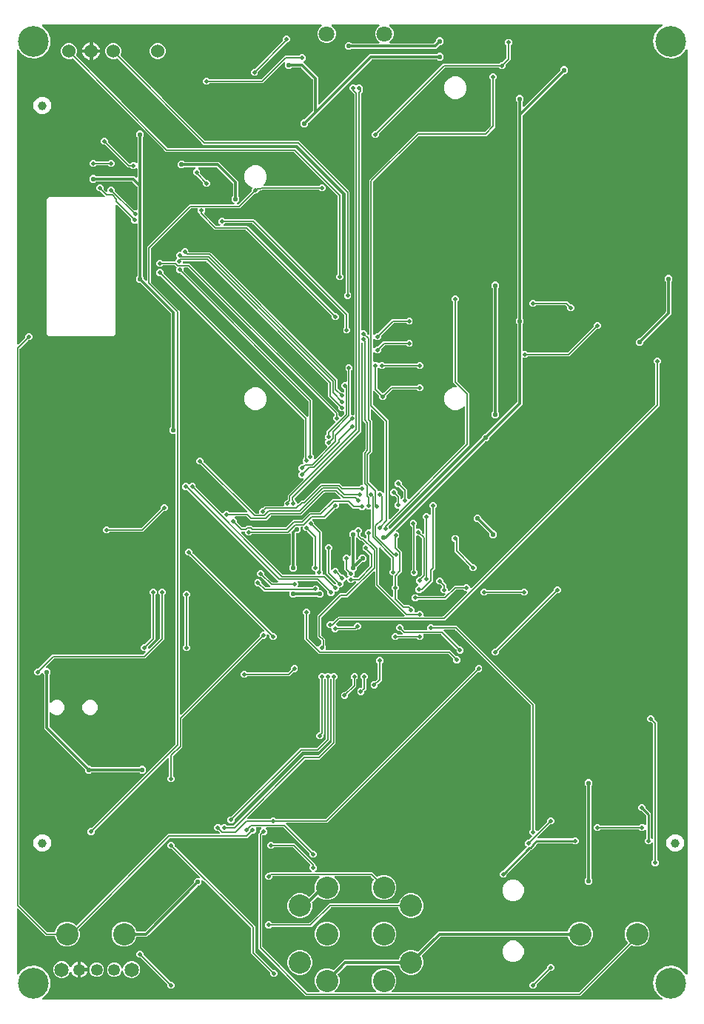
<source format=gbr>
G04 EAGLE Gerber RS-274X export*
G75*
%MOMM*%
%FSLAX34Y34*%
%LPD*%
%INTop Copper*%
%IPPOS*%
%AMOC8*
5,1,8,0,0,1.08239X$1,22.5*%
G01*
%ADD10C,1.650000*%
%ADD11C,1.350000*%
%ADD12C,1.524000*%
%ADD13C,3.516000*%
%ADD14C,1.000000*%
%ADD15C,1.800000*%
%ADD16C,2.540000*%
%ADD17C,0.508000*%
%ADD18C,0.152400*%
%ADD19C,0.558800*%
%ADD20C,0.304800*%
%ADD21C,0.254000*%

G36*
X739129Y3813D02*
X739129Y3813D01*
X739148Y3811D01*
X739269Y3833D01*
X739391Y3851D01*
X739409Y3859D01*
X739428Y3862D01*
X739538Y3917D01*
X739650Y3967D01*
X739665Y3979D01*
X739683Y3988D01*
X739774Y4071D01*
X739867Y4150D01*
X739878Y4167D01*
X739893Y4180D01*
X739957Y4285D01*
X740025Y4387D01*
X740031Y4406D01*
X740041Y4422D01*
X740074Y4541D01*
X740111Y4658D01*
X740111Y4678D01*
X740116Y4697D01*
X740115Y4819D01*
X740118Y4942D01*
X740113Y4961D01*
X740113Y4981D01*
X740077Y5099D01*
X740046Y5217D01*
X740036Y5234D01*
X740031Y5253D01*
X739964Y5356D01*
X739901Y5462D01*
X739887Y5475D01*
X739876Y5492D01*
X739819Y5538D01*
X739694Y5656D01*
X739648Y5680D01*
X739617Y5705D01*
X735825Y7895D01*
X730903Y14669D01*
X729162Y22860D01*
X730903Y31051D01*
X735825Y37826D01*
X743077Y42012D01*
X751405Y42888D01*
X759369Y40300D01*
X765592Y34697D01*
X766407Y32867D01*
X766445Y32806D01*
X766475Y32739D01*
X766520Y32686D01*
X766557Y32626D01*
X766612Y32578D01*
X766659Y32522D01*
X766717Y32484D01*
X766769Y32437D01*
X766835Y32405D01*
X766895Y32365D01*
X766962Y32344D01*
X767025Y32313D01*
X767097Y32301D01*
X767166Y32279D01*
X767236Y32277D01*
X767305Y32265D01*
X767378Y32274D01*
X767450Y32272D01*
X767518Y32289D01*
X767588Y32297D01*
X767655Y32325D01*
X767725Y32344D01*
X767786Y32379D01*
X767851Y32406D01*
X767907Y32452D01*
X767970Y32489D01*
X768018Y32540D01*
X768073Y32584D01*
X768115Y32643D01*
X768164Y32696D01*
X768196Y32759D01*
X768237Y32816D01*
X768261Y32884D01*
X768294Y32949D01*
X768304Y33008D01*
X768330Y33084D01*
X768337Y33205D01*
X768349Y33280D01*
X768349Y1089400D01*
X768339Y1089472D01*
X768339Y1089544D01*
X768319Y1089612D01*
X768309Y1089681D01*
X768280Y1089747D01*
X768259Y1089817D01*
X768222Y1089877D01*
X768193Y1089941D01*
X768146Y1089996D01*
X768107Y1090058D01*
X768055Y1090104D01*
X768010Y1090158D01*
X767949Y1090198D01*
X767895Y1090246D01*
X767831Y1090276D01*
X767773Y1090315D01*
X767704Y1090337D01*
X767638Y1090368D01*
X767569Y1090380D01*
X767502Y1090401D01*
X767429Y1090403D01*
X767357Y1090415D01*
X767288Y1090406D01*
X767218Y1090408D01*
X767147Y1090390D01*
X767075Y1090381D01*
X767010Y1090354D01*
X766943Y1090336D01*
X766880Y1090299D01*
X766813Y1090271D01*
X766758Y1090227D01*
X766698Y1090191D01*
X766648Y1090138D01*
X766592Y1090093D01*
X766559Y1090043D01*
X766504Y1089984D01*
X766449Y1089876D01*
X766407Y1089813D01*
X765592Y1087983D01*
X759369Y1082380D01*
X751405Y1079792D01*
X743077Y1080668D01*
X735825Y1084854D01*
X730903Y1091629D01*
X729162Y1099820D01*
X730903Y1108011D01*
X735825Y1114785D01*
X739617Y1116975D01*
X739633Y1116987D01*
X739650Y1116995D01*
X739744Y1117074D01*
X739841Y1117150D01*
X739852Y1117166D01*
X739867Y1117179D01*
X739935Y1117281D01*
X740007Y1117380D01*
X740014Y1117399D01*
X740025Y1117415D01*
X740062Y1117532D01*
X740104Y1117648D01*
X740105Y1117668D01*
X740111Y1117686D01*
X740114Y1117809D01*
X740122Y1117932D01*
X740117Y1117951D01*
X740118Y1117970D01*
X740087Y1118089D01*
X740060Y1118209D01*
X740051Y1118227D01*
X740046Y1118245D01*
X739984Y1118351D01*
X739925Y1118459D01*
X739911Y1118473D01*
X739901Y1118490D01*
X739811Y1118574D01*
X739725Y1118661D01*
X739708Y1118671D01*
X739694Y1118684D01*
X739584Y1118740D01*
X739477Y1118800D01*
X739458Y1118805D01*
X739440Y1118814D01*
X739368Y1118826D01*
X739200Y1118865D01*
X739149Y1118863D01*
X739109Y1118869D01*
X428181Y1118869D01*
X428152Y1118865D01*
X428123Y1118868D01*
X428012Y1118845D01*
X427899Y1118829D01*
X427873Y1118817D01*
X427844Y1118812D01*
X427743Y1118759D01*
X427640Y1118713D01*
X427618Y1118694D01*
X427592Y1118681D01*
X427509Y1118603D01*
X427423Y1118530D01*
X427407Y1118505D01*
X427386Y1118485D01*
X427328Y1118387D01*
X427265Y1118293D01*
X427257Y1118265D01*
X427242Y1118240D01*
X427214Y1118130D01*
X427180Y1118022D01*
X427179Y1117992D01*
X427172Y1117964D01*
X427175Y1117851D01*
X427172Y1117738D01*
X427180Y1117709D01*
X427181Y1117680D01*
X427216Y1117572D01*
X427244Y1117463D01*
X427259Y1117437D01*
X427268Y1117409D01*
X427314Y1117346D01*
X427389Y1117218D01*
X427435Y1117175D01*
X427463Y1117136D01*
X430562Y1114037D01*
X432165Y1110168D01*
X432165Y1105982D01*
X430562Y1102113D01*
X427488Y1099039D01*
X427470Y1099015D01*
X427448Y1098996D01*
X427385Y1098902D01*
X427317Y1098812D01*
X427307Y1098784D01*
X427290Y1098760D01*
X427256Y1098652D01*
X427216Y1098546D01*
X427214Y1098517D01*
X427205Y1098489D01*
X427202Y1098375D01*
X427192Y1098263D01*
X427198Y1098234D01*
X427197Y1098205D01*
X427226Y1098095D01*
X427248Y1097984D01*
X427262Y1097958D01*
X427269Y1097930D01*
X427327Y1097832D01*
X427379Y1097732D01*
X427399Y1097710D01*
X427414Y1097685D01*
X427497Y1097608D01*
X427575Y1097526D01*
X427600Y1097511D01*
X427622Y1097491D01*
X427723Y1097439D01*
X427820Y1097382D01*
X427849Y1097375D01*
X427875Y1097361D01*
X427952Y1097348D01*
X428096Y1097312D01*
X428158Y1097314D01*
X428206Y1097306D01*
X477894Y1097306D01*
X477980Y1097318D01*
X478068Y1097321D01*
X478120Y1097338D01*
X478175Y1097346D01*
X478255Y1097381D01*
X478338Y1097408D01*
X478377Y1097436D01*
X478435Y1097462D01*
X478548Y1097558D01*
X478612Y1097603D01*
X480524Y1099515D01*
X480576Y1099585D01*
X480636Y1099649D01*
X480662Y1099699D01*
X480695Y1099743D01*
X480726Y1099824D01*
X480766Y1099902D01*
X480774Y1099950D01*
X480796Y1100008D01*
X480804Y1100102D01*
X480807Y1100113D01*
X480808Y1100157D01*
X480821Y1100233D01*
X480821Y1101609D01*
X483351Y1104139D01*
X486929Y1104139D01*
X489459Y1101609D01*
X489459Y1098031D01*
X486929Y1095501D01*
X485553Y1095501D01*
X485467Y1095489D01*
X485379Y1095486D01*
X485327Y1095469D01*
X485272Y1095461D01*
X485192Y1095426D01*
X485109Y1095399D01*
X485070Y1095371D01*
X485012Y1095345D01*
X484899Y1095249D01*
X484835Y1095204D01*
X480840Y1091208D01*
X384479Y1091208D01*
X384393Y1091196D01*
X384305Y1091193D01*
X384253Y1091176D01*
X384198Y1091168D01*
X384118Y1091133D01*
X384035Y1091106D01*
X383996Y1091078D01*
X383939Y1091052D01*
X383825Y1090956D01*
X383762Y1090911D01*
X382789Y1089938D01*
X379211Y1089938D01*
X376681Y1092468D01*
X376681Y1096046D01*
X379211Y1098576D01*
X382789Y1098576D01*
X383762Y1097603D01*
X383831Y1097551D01*
X383895Y1097491D01*
X383945Y1097465D01*
X383989Y1097432D01*
X384070Y1097401D01*
X384148Y1097361D01*
X384196Y1097353D01*
X384254Y1097331D01*
X384402Y1097319D01*
X384479Y1097306D01*
X415074Y1097306D01*
X415103Y1097310D01*
X415132Y1097307D01*
X415243Y1097330D01*
X415356Y1097346D01*
X415382Y1097358D01*
X415411Y1097363D01*
X415512Y1097416D01*
X415615Y1097462D01*
X415637Y1097481D01*
X415663Y1097494D01*
X415746Y1097572D01*
X415832Y1097645D01*
X415848Y1097670D01*
X415869Y1097690D01*
X415927Y1097788D01*
X415990Y1097882D01*
X415998Y1097910D01*
X416013Y1097935D01*
X416041Y1098045D01*
X416075Y1098153D01*
X416076Y1098182D01*
X416083Y1098211D01*
X416080Y1098324D01*
X416083Y1098437D01*
X416075Y1098466D01*
X416074Y1098495D01*
X416039Y1098603D01*
X416011Y1098712D01*
X415996Y1098738D01*
X415987Y1098766D01*
X415941Y1098829D01*
X415866Y1098957D01*
X415820Y1099000D01*
X415792Y1099039D01*
X412718Y1102113D01*
X411115Y1105982D01*
X411115Y1110168D01*
X412718Y1114037D01*
X415817Y1117136D01*
X415835Y1117160D01*
X415857Y1117179D01*
X415920Y1117273D01*
X415988Y1117363D01*
X415998Y1117391D01*
X416015Y1117415D01*
X416049Y1117523D01*
X416089Y1117629D01*
X416091Y1117658D01*
X416100Y1117686D01*
X416103Y1117800D01*
X416113Y1117912D01*
X416107Y1117941D01*
X416108Y1117970D01*
X416079Y1118080D01*
X416057Y1118191D01*
X416043Y1118217D01*
X416036Y1118245D01*
X415978Y1118343D01*
X415926Y1118443D01*
X415906Y1118465D01*
X415891Y1118490D01*
X415808Y1118567D01*
X415730Y1118649D01*
X415705Y1118664D01*
X415683Y1118684D01*
X415582Y1118736D01*
X415485Y1118793D01*
X415456Y1118800D01*
X415430Y1118814D01*
X415353Y1118827D01*
X415209Y1118863D01*
X415147Y1118861D01*
X415099Y1118869D01*
X362141Y1118869D01*
X362112Y1118865D01*
X362083Y1118868D01*
X361972Y1118845D01*
X361859Y1118829D01*
X361833Y1118817D01*
X361804Y1118812D01*
X361703Y1118759D01*
X361600Y1118713D01*
X361578Y1118694D01*
X361552Y1118681D01*
X361469Y1118603D01*
X361383Y1118530D01*
X361367Y1118505D01*
X361346Y1118485D01*
X361288Y1118387D01*
X361225Y1118293D01*
X361217Y1118265D01*
X361202Y1118240D01*
X361174Y1118130D01*
X361140Y1118022D01*
X361139Y1117992D01*
X361132Y1117964D01*
X361135Y1117851D01*
X361132Y1117738D01*
X361140Y1117709D01*
X361141Y1117680D01*
X361176Y1117572D01*
X361204Y1117463D01*
X361219Y1117437D01*
X361228Y1117409D01*
X361274Y1117346D01*
X361349Y1117218D01*
X361395Y1117175D01*
X361423Y1117136D01*
X364522Y1114037D01*
X366125Y1110168D01*
X366125Y1105982D01*
X364522Y1102113D01*
X361562Y1099153D01*
X357693Y1097550D01*
X353507Y1097550D01*
X349638Y1099153D01*
X346678Y1102113D01*
X345075Y1105982D01*
X345075Y1110168D01*
X346678Y1114037D01*
X349777Y1117136D01*
X349795Y1117160D01*
X349817Y1117179D01*
X349880Y1117273D01*
X349948Y1117363D01*
X349958Y1117391D01*
X349975Y1117415D01*
X350009Y1117523D01*
X350049Y1117629D01*
X350051Y1117658D01*
X350060Y1117686D01*
X350063Y1117800D01*
X350073Y1117912D01*
X350067Y1117941D01*
X350068Y1117970D01*
X350039Y1118080D01*
X350017Y1118191D01*
X350003Y1118217D01*
X349996Y1118245D01*
X349938Y1118343D01*
X349886Y1118443D01*
X349866Y1118465D01*
X349851Y1118490D01*
X349768Y1118567D01*
X349690Y1118649D01*
X349665Y1118664D01*
X349643Y1118684D01*
X349542Y1118736D01*
X349445Y1118793D01*
X349416Y1118800D01*
X349390Y1118814D01*
X349313Y1118827D01*
X349169Y1118863D01*
X349107Y1118861D01*
X349059Y1118869D01*
X31247Y1118869D01*
X31191Y1118861D01*
X31135Y1118863D01*
X31051Y1118842D01*
X30965Y1118829D01*
X30914Y1118807D01*
X30860Y1118793D01*
X30785Y1118749D01*
X30706Y1118713D01*
X30663Y1118677D01*
X30615Y1118649D01*
X30555Y1118586D01*
X30489Y1118530D01*
X30458Y1118483D01*
X30419Y1118442D01*
X30379Y1118365D01*
X30331Y1118293D01*
X30314Y1118240D01*
X30289Y1118190D01*
X30272Y1118105D01*
X30245Y1118022D01*
X30244Y1117966D01*
X30233Y1117911D01*
X30240Y1117824D01*
X30238Y1117738D01*
X30252Y1117684D01*
X30257Y1117628D01*
X30288Y1117547D01*
X30310Y1117463D01*
X30338Y1117415D01*
X30358Y1117362D01*
X30402Y1117307D01*
X30455Y1117218D01*
X30525Y1117152D01*
X30567Y1117100D01*
X36612Y1111657D01*
X40018Y1104007D01*
X40018Y1095633D01*
X36612Y1087983D01*
X30389Y1082380D01*
X22425Y1079792D01*
X14097Y1080668D01*
X6845Y1084854D01*
X3107Y1089999D01*
X3032Y1090077D01*
X2961Y1090160D01*
X2933Y1090179D01*
X2910Y1090203D01*
X2815Y1090258D01*
X2725Y1090318D01*
X2693Y1090328D01*
X2663Y1090345D01*
X2558Y1090371D01*
X2454Y1090404D01*
X2420Y1090404D01*
X2387Y1090412D01*
X2278Y1090408D01*
X2170Y1090411D01*
X2137Y1090402D01*
X2103Y1090401D01*
X2000Y1090366D01*
X1895Y1090339D01*
X1866Y1090322D01*
X1833Y1090311D01*
X1743Y1090249D01*
X1650Y1090194D01*
X1627Y1090169D01*
X1599Y1090150D01*
X1530Y1090066D01*
X1456Y1089986D01*
X1440Y1089956D01*
X1419Y1089930D01*
X1376Y1089830D01*
X1326Y1089733D01*
X1321Y1089703D01*
X1306Y1089669D01*
X1279Y1089452D01*
X1271Y1089402D01*
X1271Y753716D01*
X1275Y753687D01*
X1272Y753657D01*
X1295Y753546D01*
X1311Y753434D01*
X1323Y753407D01*
X1328Y753379D01*
X1380Y753278D01*
X1427Y753175D01*
X1446Y753152D01*
X1459Y753126D01*
X1537Y753044D01*
X1610Y752958D01*
X1635Y752942D01*
X1655Y752920D01*
X1753Y752863D01*
X1847Y752800D01*
X1875Y752791D01*
X1900Y752777D01*
X2010Y752749D01*
X2118Y752714D01*
X2148Y752714D01*
X2176Y752706D01*
X2289Y752710D01*
X2402Y752707D01*
X2431Y752715D01*
X2460Y752715D01*
X2568Y752750D01*
X2677Y752779D01*
X2703Y752794D01*
X2731Y752803D01*
X2794Y752848D01*
X2922Y752924D01*
X2965Y752970D01*
X3004Y752998D01*
X10878Y760872D01*
X10930Y760942D01*
X10990Y761006D01*
X11016Y761055D01*
X11049Y761099D01*
X11080Y761181D01*
X11120Y761259D01*
X11128Y761306D01*
X11150Y761365D01*
X11162Y761512D01*
X11175Y761590D01*
X11175Y763684D01*
X13556Y766065D01*
X16924Y766065D01*
X19305Y763684D01*
X19305Y760316D01*
X16924Y757935D01*
X14830Y757935D01*
X14743Y757923D01*
X14656Y757920D01*
X14603Y757903D01*
X14548Y757895D01*
X14468Y757860D01*
X14385Y757833D01*
X14346Y757805D01*
X14289Y757779D01*
X14176Y757683D01*
X14112Y757638D01*
X4616Y748142D01*
X4564Y748072D01*
X4504Y748008D01*
X4478Y747959D01*
X4445Y747915D01*
X4414Y747833D01*
X4374Y747755D01*
X4366Y747708D01*
X4344Y747649D01*
X4332Y747502D01*
X4319Y747424D01*
X4319Y113128D01*
X4331Y113041D01*
X4334Y112954D01*
X4351Y112901D01*
X4359Y112846D01*
X4394Y112766D01*
X4421Y112683D01*
X4449Y112644D01*
X4475Y112587D01*
X4571Y112474D01*
X4616Y112410D01*
X35702Y81324D01*
X35772Y81272D01*
X35836Y81212D01*
X35885Y81186D01*
X35929Y81153D01*
X36011Y81122D01*
X36089Y81082D01*
X36136Y81074D01*
X36195Y81052D01*
X36342Y81040D01*
X36420Y81027D01*
X43812Y81027D01*
X43814Y81027D01*
X43815Y81027D01*
X43955Y81047D01*
X44094Y81067D01*
X44095Y81067D01*
X44097Y81067D01*
X44223Y81124D01*
X44353Y81183D01*
X44354Y81184D01*
X44356Y81185D01*
X44463Y81276D01*
X44570Y81366D01*
X44571Y81368D01*
X44572Y81369D01*
X44580Y81382D01*
X44728Y81603D01*
X44737Y81632D01*
X44750Y81653D01*
X46881Y86798D01*
X50882Y90799D01*
X56111Y92965D01*
X61769Y92965D01*
X66998Y90799D01*
X68724Y89073D01*
X68770Y89038D01*
X68811Y88996D01*
X68884Y88953D01*
X68951Y88902D01*
X69005Y88882D01*
X69056Y88852D01*
X69138Y88831D01*
X69216Y88801D01*
X69275Y88796D01*
X69331Y88782D01*
X69416Y88785D01*
X69500Y88778D01*
X69557Y88789D01*
X69615Y88791D01*
X69696Y88817D01*
X69778Y88833D01*
X69830Y88860D01*
X69886Y88878D01*
X69942Y88918D01*
X70031Y88964D01*
X70103Y89033D01*
X70159Y89073D01*
X174361Y193275D01*
X232841Y193275D01*
X232870Y193279D01*
X232899Y193276D01*
X233010Y193298D01*
X233122Y193314D01*
X233149Y193326D01*
X233178Y193332D01*
X233278Y193384D01*
X233381Y193431D01*
X233404Y193450D01*
X233430Y193463D01*
X233512Y193541D01*
X233598Y193614D01*
X233615Y193639D01*
X233636Y193659D01*
X233693Y193756D01*
X233756Y193851D01*
X233765Y193879D01*
X233780Y193904D01*
X233808Y194014D01*
X233842Y194122D01*
X233843Y194151D01*
X233850Y194180D01*
X233846Y194293D01*
X233849Y194406D01*
X233842Y194434D01*
X233841Y194464D01*
X233806Y194572D01*
X233777Y194681D01*
X233762Y194706D01*
X233753Y194734D01*
X233708Y194798D01*
X233632Y194926D01*
X233586Y194968D01*
X233558Y195008D01*
X232268Y196298D01*
X232198Y196350D01*
X232134Y196410D01*
X232085Y196436D01*
X232041Y196469D01*
X231959Y196500D01*
X231881Y196540D01*
X231834Y196548D01*
X231775Y196570D01*
X231628Y196582D01*
X231550Y196595D01*
X229456Y196595D01*
X227075Y198976D01*
X227075Y202344D01*
X229456Y204725D01*
X232824Y204725D01*
X234232Y203316D01*
X234279Y203281D01*
X234319Y203239D01*
X234392Y203196D01*
X234459Y203145D01*
X234514Y203125D01*
X234564Y203095D01*
X234646Y203074D01*
X234725Y203044D01*
X234783Y203039D01*
X234840Y203025D01*
X234924Y203028D01*
X235008Y203021D01*
X235066Y203032D01*
X235124Y203034D01*
X235204Y203060D01*
X235287Y203076D01*
X235339Y203103D01*
X235395Y203121D01*
X235451Y203161D01*
X235539Y203207D01*
X235612Y203276D01*
X235668Y203316D01*
X237076Y204725D01*
X240444Y204725D01*
X241924Y203244D01*
X241994Y203192D01*
X242058Y203132D01*
X242107Y203106D01*
X242152Y203073D01*
X242233Y203042D01*
X242311Y203002D01*
X242359Y202994D01*
X242417Y202972D01*
X242565Y202960D01*
X242642Y202947D01*
X249076Y202947D01*
X249163Y202959D01*
X249250Y202962D01*
X249303Y202979D01*
X249358Y202987D01*
X249438Y203022D01*
X249521Y203049D01*
X249560Y203077D01*
X249617Y203103D01*
X249730Y203199D01*
X249794Y203244D01*
X327870Y281320D01*
X329507Y282957D01*
X345342Y282957D01*
X345429Y282969D01*
X345516Y282972D01*
X345569Y282989D01*
X345624Y282997D01*
X345704Y283032D01*
X345787Y283059D01*
X345826Y283087D01*
X345883Y283113D01*
X345996Y283209D01*
X346060Y283254D01*
X361144Y298338D01*
X361196Y298408D01*
X361256Y298472D01*
X361282Y298521D01*
X361315Y298565D01*
X361346Y298647D01*
X361386Y298725D01*
X361394Y298772D01*
X361416Y298831D01*
X361428Y298978D01*
X361441Y299056D01*
X361441Y369498D01*
X361429Y369584D01*
X361426Y369672D01*
X361409Y369724D01*
X361401Y369779D01*
X361366Y369859D01*
X361339Y369942D01*
X361311Y369982D01*
X361285Y370039D01*
X361189Y370152D01*
X361144Y370216D01*
X361120Y370233D01*
X361101Y370256D01*
X361007Y370319D01*
X360917Y370387D01*
X360889Y370397D01*
X360865Y370413D01*
X360757Y370448D01*
X360651Y370488D01*
X360622Y370490D01*
X360594Y370499D01*
X360480Y370502D01*
X360368Y370511D01*
X360339Y370506D01*
X360310Y370506D01*
X360200Y370478D01*
X360089Y370456D01*
X360063Y370442D01*
X360035Y370435D01*
X359937Y370377D01*
X359837Y370325D01*
X359815Y370304D01*
X359790Y370289D01*
X359713Y370207D01*
X359631Y370129D01*
X359616Y370103D01*
X359596Y370082D01*
X359544Y369981D01*
X359487Y369883D01*
X359480Y369855D01*
X359466Y369829D01*
X359453Y369752D01*
X359417Y369608D01*
X359419Y369545D01*
X359411Y369498D01*
X359411Y300297D01*
X346387Y287273D01*
X328012Y287273D01*
X327925Y287261D01*
X327838Y287258D01*
X327785Y287241D01*
X327730Y287233D01*
X327650Y287198D01*
X327567Y287171D01*
X327528Y287143D01*
X327471Y287117D01*
X327358Y287021D01*
X327294Y286976D01*
X250742Y210424D01*
X250690Y210354D01*
X250630Y210290D01*
X250604Y210241D01*
X250571Y210197D01*
X250540Y210115D01*
X250500Y210037D01*
X250492Y209990D01*
X250470Y209931D01*
X250458Y209784D01*
X250445Y209706D01*
X250445Y207612D01*
X248064Y205231D01*
X244696Y205231D01*
X242315Y207612D01*
X242315Y210980D01*
X244696Y213361D01*
X246790Y213361D01*
X246877Y213373D01*
X246964Y213376D01*
X247017Y213393D01*
X247072Y213401D01*
X247152Y213436D01*
X247235Y213463D01*
X247274Y213491D01*
X247331Y213517D01*
X247444Y213613D01*
X247508Y213658D01*
X325697Y291847D01*
X344072Y291847D01*
X344159Y291859D01*
X344246Y291862D01*
X344299Y291879D01*
X344354Y291887D01*
X344434Y291922D01*
X344517Y291949D01*
X344556Y291977D01*
X344613Y292003D01*
X344726Y292099D01*
X344790Y292144D01*
X354540Y301894D01*
X354592Y301964D01*
X354652Y302028D01*
X354678Y302077D01*
X354711Y302121D01*
X354742Y302203D01*
X354782Y302281D01*
X354790Y302328D01*
X354812Y302387D01*
X354824Y302534D01*
X354837Y302612D01*
X354837Y369498D01*
X354825Y369584D01*
X354822Y369672D01*
X354805Y369724D01*
X354797Y369779D01*
X354762Y369859D01*
X354735Y369942D01*
X354707Y369982D01*
X354681Y370039D01*
X354585Y370152D01*
X354540Y370216D01*
X354516Y370233D01*
X354497Y370256D01*
X354403Y370319D01*
X354313Y370387D01*
X354285Y370397D01*
X354261Y370413D01*
X354153Y370448D01*
X354047Y370488D01*
X354018Y370490D01*
X353990Y370499D01*
X353876Y370502D01*
X353764Y370511D01*
X353735Y370506D01*
X353706Y370506D01*
X353596Y370478D01*
X353485Y370456D01*
X353459Y370442D01*
X353431Y370435D01*
X353333Y370377D01*
X353233Y370325D01*
X353211Y370304D01*
X353186Y370289D01*
X353109Y370207D01*
X353027Y370129D01*
X353012Y370103D01*
X352992Y370082D01*
X352940Y369981D01*
X352883Y369883D01*
X352876Y369855D01*
X352862Y369829D01*
X352849Y369752D01*
X352813Y369608D01*
X352815Y369545D01*
X352807Y369498D01*
X352807Y307409D01*
X352088Y306690D01*
X352036Y306620D01*
X351976Y306556D01*
X351950Y306507D01*
X351917Y306463D01*
X351886Y306381D01*
X351846Y306303D01*
X351838Y306256D01*
X351816Y306197D01*
X351804Y306050D01*
X351791Y305972D01*
X351791Y303878D01*
X349410Y301497D01*
X346042Y301497D01*
X343661Y303878D01*
X343661Y307246D01*
X346042Y309627D01*
X347218Y309627D01*
X347276Y309635D01*
X347334Y309633D01*
X347416Y309655D01*
X347500Y309667D01*
X347553Y309690D01*
X347609Y309705D01*
X347682Y309748D01*
X347759Y309783D01*
X347804Y309821D01*
X347854Y309850D01*
X347912Y309912D01*
X347976Y309966D01*
X348008Y310015D01*
X348048Y310058D01*
X348087Y310133D01*
X348134Y310203D01*
X348151Y310259D01*
X348178Y310311D01*
X348189Y310379D01*
X348219Y310474D01*
X348222Y310574D01*
X348233Y310642D01*
X348233Y369498D01*
X348221Y369584D01*
X348218Y369672D01*
X348201Y369724D01*
X348193Y369779D01*
X348158Y369859D01*
X348131Y369942D01*
X348103Y369982D01*
X348077Y370039D01*
X347981Y370152D01*
X347936Y370216D01*
X346455Y371696D01*
X346455Y375064D01*
X348836Y377445D01*
X352204Y377445D01*
X353104Y376544D01*
X353151Y376509D01*
X353191Y376467D01*
X353264Y376424D01*
X353331Y376373D01*
X353386Y376353D01*
X353436Y376323D01*
X353518Y376302D01*
X353597Y376272D01*
X353655Y376267D01*
X353712Y376253D01*
X353796Y376256D01*
X353880Y376249D01*
X353938Y376260D01*
X353996Y376262D01*
X354076Y376288D01*
X354159Y376304D01*
X354211Y376331D01*
X354267Y376349D01*
X354323Y376389D01*
X354411Y376435D01*
X354484Y376504D01*
X354540Y376544D01*
X355440Y377445D01*
X358808Y377445D01*
X359708Y376544D01*
X359755Y376509D01*
X359795Y376467D01*
X359868Y376424D01*
X359935Y376373D01*
X359990Y376353D01*
X360040Y376323D01*
X360122Y376302D01*
X360201Y376272D01*
X360259Y376267D01*
X360316Y376253D01*
X360400Y376256D01*
X360484Y376249D01*
X360542Y376260D01*
X360600Y376262D01*
X360680Y376288D01*
X360763Y376304D01*
X360815Y376331D01*
X360871Y376349D01*
X360927Y376389D01*
X361015Y376435D01*
X361088Y376504D01*
X361144Y376544D01*
X362044Y377445D01*
X365412Y377445D01*
X367793Y375064D01*
X367793Y371696D01*
X366312Y370216D01*
X366260Y370146D01*
X366200Y370082D01*
X366174Y370033D01*
X366141Y369988D01*
X366110Y369907D01*
X366070Y369829D01*
X366062Y369781D01*
X366040Y369723D01*
X366028Y369575D01*
X366015Y369498D01*
X366015Y296741D01*
X347657Y278383D01*
X331822Y278383D01*
X331735Y278371D01*
X331648Y278368D01*
X331595Y278351D01*
X331540Y278343D01*
X331460Y278308D01*
X331377Y278281D01*
X331338Y278253D01*
X331281Y278227D01*
X331168Y278131D01*
X331104Y278086D01*
X265318Y212300D01*
X265300Y212276D01*
X265278Y212257D01*
X265215Y212163D01*
X265147Y212073D01*
X265136Y212045D01*
X265120Y212021D01*
X265086Y211913D01*
X265046Y211807D01*
X265043Y211778D01*
X265034Y211750D01*
X265031Y211636D01*
X265022Y211524D01*
X265028Y211495D01*
X265027Y211466D01*
X265056Y211356D01*
X265078Y211245D01*
X265092Y211219D01*
X265099Y211191D01*
X265157Y211093D01*
X265209Y210993D01*
X265229Y210971D01*
X265244Y210946D01*
X265327Y210869D01*
X265405Y210787D01*
X265430Y210772D01*
X265451Y210752D01*
X265552Y210700D01*
X265650Y210643D01*
X265678Y210636D01*
X265705Y210622D01*
X265782Y210609D01*
X265926Y210573D01*
X265988Y210575D01*
X266036Y210567D01*
X290758Y210567D01*
X290844Y210579D01*
X290932Y210582D01*
X290984Y210599D01*
X291039Y210607D01*
X291119Y210642D01*
X291202Y210669D01*
X291242Y210697D01*
X291299Y210723D01*
X291412Y210819D01*
X291476Y210864D01*
X292956Y212345D01*
X296324Y212345D01*
X297804Y210864D01*
X297874Y210812D01*
X297938Y210752D01*
X297987Y210726D01*
X298032Y210693D01*
X298113Y210662D01*
X298191Y210622D01*
X298239Y210614D01*
X298297Y210592D01*
X298445Y210580D01*
X298522Y210567D01*
X354232Y210567D01*
X354319Y210579D01*
X354406Y210582D01*
X354459Y210599D01*
X354514Y210607D01*
X354594Y210642D01*
X354677Y210669D01*
X354716Y210697D01*
X354773Y210723D01*
X354886Y210819D01*
X354950Y210864D01*
X525228Y381142D01*
X525280Y381212D01*
X525340Y381276D01*
X525366Y381325D01*
X525399Y381369D01*
X525430Y381451D01*
X525470Y381529D01*
X525478Y381576D01*
X525500Y381635D01*
X525512Y381782D01*
X525525Y381860D01*
X525525Y383954D01*
X527906Y386335D01*
X531274Y386335D01*
X533655Y383954D01*
X533655Y380586D01*
X531274Y378205D01*
X529180Y378205D01*
X529093Y378193D01*
X529006Y378190D01*
X528953Y378173D01*
X528898Y378165D01*
X528818Y378130D01*
X528735Y378103D01*
X528696Y378075D01*
X528639Y378049D01*
X528526Y377953D01*
X528462Y377908D01*
X356547Y205993D01*
X310232Y205993D01*
X310203Y205989D01*
X310173Y205992D01*
X310062Y205969D01*
X309950Y205953D01*
X309923Y205941D01*
X309895Y205936D01*
X309794Y205884D01*
X309691Y205837D01*
X309668Y205818D01*
X309642Y205805D01*
X309560Y205727D01*
X309474Y205654D01*
X309458Y205629D01*
X309436Y205609D01*
X309379Y205511D01*
X309316Y205417D01*
X309307Y205389D01*
X309292Y205364D01*
X309265Y205254D01*
X309230Y205146D01*
X309230Y205117D01*
X309222Y205088D01*
X309226Y204975D01*
X309223Y204862D01*
X309231Y204833D01*
X309231Y204804D01*
X309266Y204696D01*
X309295Y204587D01*
X309310Y204561D01*
X309319Y204533D01*
X309365Y204469D01*
X309440Y204342D01*
X309486Y204299D01*
X309514Y204260D01*
X309924Y203850D01*
X339232Y174542D01*
X339302Y174490D01*
X339366Y174430D01*
X339415Y174404D01*
X339459Y174371D01*
X339541Y174340D01*
X339619Y174300D01*
X339666Y174292D01*
X339725Y174270D01*
X339872Y174258D01*
X339950Y174245D01*
X342044Y174245D01*
X344425Y171864D01*
X344425Y168496D01*
X342044Y166115D01*
X338676Y166115D01*
X336295Y168496D01*
X336295Y170590D01*
X336283Y170677D01*
X336280Y170764D01*
X336263Y170817D01*
X336255Y170872D01*
X336220Y170952D01*
X336193Y171035D01*
X336165Y171074D01*
X336139Y171131D01*
X336043Y171244D01*
X335998Y171308D01*
X306690Y200616D01*
X306620Y200668D01*
X306556Y200728D01*
X306507Y200754D01*
X306463Y200787D01*
X306381Y200818D01*
X306303Y200858D01*
X306256Y200866D01*
X306197Y200888D01*
X306050Y200900D01*
X305972Y200913D01*
X287059Y200913D01*
X287030Y200909D01*
X287001Y200912D01*
X286890Y200889D01*
X286778Y200873D01*
X286751Y200861D01*
X286722Y200856D01*
X286621Y200803D01*
X286518Y200757D01*
X286496Y200738D01*
X286470Y200725D01*
X286388Y200647D01*
X286301Y200574D01*
X286285Y200549D01*
X286264Y200529D01*
X286207Y200431D01*
X286144Y200337D01*
X286135Y200309D01*
X286120Y200284D01*
X286092Y200174D01*
X286058Y200066D01*
X286057Y200036D01*
X286050Y200008D01*
X286053Y199895D01*
X286051Y199782D01*
X286058Y199753D01*
X286059Y199724D01*
X286094Y199616D01*
X286122Y199507D01*
X286137Y199481D01*
X286146Y199453D01*
X286192Y199389D01*
X286268Y199262D01*
X286313Y199219D01*
X286341Y199180D01*
X287639Y197882D01*
X287639Y194515D01*
X285258Y192134D01*
X283164Y192134D01*
X283078Y192122D01*
X282990Y192119D01*
X282938Y192102D01*
X282883Y192094D01*
X282803Y192058D01*
X282720Y192031D01*
X282680Y192003D01*
X282623Y191978D01*
X282510Y191882D01*
X282446Y191836D01*
X282349Y191739D01*
X282296Y191669D01*
X282236Y191605D01*
X282211Y191556D01*
X282178Y191511D01*
X282147Y191430D01*
X282107Y191352D01*
X282099Y191304D01*
X282076Y191246D01*
X282064Y191098D01*
X282051Y191021D01*
X282051Y64503D01*
X282063Y64417D01*
X282066Y64329D01*
X282083Y64277D01*
X282091Y64222D01*
X282127Y64142D01*
X282154Y64059D01*
X282182Y64019D01*
X282207Y63962D01*
X282303Y63849D01*
X282349Y63785D01*
X333390Y12744D01*
X333460Y12692D01*
X333524Y12632D01*
X333573Y12606D01*
X333617Y12573D01*
X333699Y12542D01*
X333777Y12502D01*
X333824Y12494D01*
X333883Y12472D01*
X334030Y12460D01*
X334108Y12447D01*
X346505Y12447D01*
X346535Y12451D01*
X346564Y12448D01*
X346675Y12471D01*
X346787Y12487D01*
X346814Y12499D01*
X346842Y12504D01*
X346943Y12557D01*
X347046Y12603D01*
X347069Y12622D01*
X347095Y12635D01*
X347177Y12713D01*
X347263Y12786D01*
X347280Y12811D01*
X347301Y12831D01*
X347358Y12929D01*
X347421Y13023D01*
X347430Y13051D01*
X347445Y13076D01*
X347472Y13186D01*
X347507Y13294D01*
X347507Y13324D01*
X347515Y13352D01*
X347511Y13465D01*
X347514Y13578D01*
X347507Y13607D01*
X347506Y13636D01*
X347471Y13744D01*
X347442Y13853D01*
X347427Y13879D01*
X347418Y13907D01*
X347373Y13970D01*
X347297Y14098D01*
X347251Y14141D01*
X347223Y14180D01*
X344061Y17342D01*
X341895Y22571D01*
X341895Y28229D01*
X344061Y33458D01*
X348062Y37459D01*
X353291Y39625D01*
X358949Y39625D01*
X363332Y37810D01*
X363333Y37809D01*
X363335Y37808D01*
X363469Y37774D01*
X363607Y37739D01*
X363609Y37739D01*
X363610Y37738D01*
X363751Y37743D01*
X363891Y37747D01*
X363893Y37747D01*
X363894Y37747D01*
X364027Y37790D01*
X364162Y37833D01*
X364163Y37834D01*
X364165Y37835D01*
X364177Y37843D01*
X364398Y37992D01*
X364418Y38015D01*
X364438Y38030D01*
X375697Y49289D01*
X437308Y49289D01*
X437309Y49289D01*
X437311Y49289D01*
X437451Y49309D01*
X437589Y49329D01*
X437591Y49329D01*
X437592Y49329D01*
X437718Y49386D01*
X437849Y49445D01*
X437850Y49446D01*
X437851Y49447D01*
X437957Y49537D01*
X438066Y49628D01*
X438067Y49630D01*
X438068Y49631D01*
X438076Y49644D01*
X438223Y49865D01*
X438232Y49894D01*
X438246Y49915D01*
X440061Y54298D01*
X444062Y58299D01*
X449291Y60465D01*
X454949Y60465D01*
X459332Y58650D01*
X459333Y58649D01*
X459335Y58648D01*
X459469Y58614D01*
X459607Y58579D01*
X459609Y58579D01*
X459610Y58578D01*
X459751Y58583D01*
X459891Y58587D01*
X459893Y58587D01*
X459894Y58587D01*
X460027Y58630D01*
X460162Y58673D01*
X460163Y58674D01*
X460165Y58675D01*
X460177Y58683D01*
X460398Y58832D01*
X460418Y58855D01*
X460438Y58870D01*
X481274Y79705D01*
X481274Y79706D01*
X483357Y81789D01*
X630868Y81789D01*
X630869Y81789D01*
X630871Y81789D01*
X631011Y81809D01*
X631149Y81829D01*
X631151Y81829D01*
X631152Y81829D01*
X631278Y81886D01*
X631409Y81945D01*
X631410Y81946D01*
X631411Y81947D01*
X631518Y82038D01*
X631626Y82128D01*
X631627Y82130D01*
X631628Y82131D01*
X631636Y82144D01*
X631783Y82365D01*
X631792Y82394D01*
X631806Y82415D01*
X633621Y86798D01*
X637622Y90799D01*
X642851Y92965D01*
X648509Y92965D01*
X653738Y90799D01*
X657739Y86798D01*
X659905Y81569D01*
X659905Y75911D01*
X657739Y70682D01*
X653738Y66681D01*
X648509Y64515D01*
X642851Y64515D01*
X637622Y66681D01*
X633621Y70682D01*
X631806Y75065D01*
X631805Y75066D01*
X631804Y75067D01*
X631734Y75186D01*
X631661Y75309D01*
X631660Y75310D01*
X631659Y75312D01*
X631558Y75407D01*
X631455Y75505D01*
X631453Y75505D01*
X631452Y75506D01*
X631330Y75569D01*
X631202Y75635D01*
X631200Y75635D01*
X631199Y75636D01*
X631184Y75638D01*
X630923Y75690D01*
X630892Y75687D01*
X630868Y75691D01*
X486303Y75691D01*
X486217Y75679D01*
X486129Y75676D01*
X486077Y75659D01*
X486022Y75651D01*
X485942Y75616D01*
X485859Y75589D01*
X485820Y75561D01*
X485762Y75535D01*
X485649Y75439D01*
X485585Y75394D01*
X464750Y54558D01*
X464749Y54557D01*
X464747Y54556D01*
X464663Y54442D01*
X464579Y54331D01*
X464578Y54329D01*
X464577Y54328D01*
X464526Y54194D01*
X464478Y54065D01*
X464477Y54064D01*
X464477Y54062D01*
X464465Y53918D01*
X464454Y53782D01*
X464454Y53780D01*
X464454Y53779D01*
X464458Y53763D01*
X464510Y53503D01*
X464524Y53476D01*
X464530Y53452D01*
X466345Y49069D01*
X466345Y43411D01*
X464179Y38182D01*
X460178Y34181D01*
X454949Y32015D01*
X449291Y32015D01*
X444062Y34181D01*
X440061Y38182D01*
X438246Y42565D01*
X438245Y42566D01*
X438244Y42567D01*
X438174Y42686D01*
X438101Y42809D01*
X438100Y42810D01*
X438099Y42812D01*
X437998Y42907D01*
X437895Y43005D01*
X437893Y43005D01*
X437892Y43006D01*
X437770Y43069D01*
X437642Y43135D01*
X437640Y43135D01*
X437639Y43136D01*
X437624Y43138D01*
X437363Y43190D01*
X437332Y43187D01*
X437308Y43191D01*
X378643Y43191D01*
X378557Y43179D01*
X378469Y43176D01*
X378417Y43159D01*
X378362Y43151D01*
X378282Y43116D01*
X378199Y43089D01*
X378160Y43061D01*
X378102Y43035D01*
X377989Y42939D01*
X377925Y42894D01*
X368750Y33718D01*
X368749Y33717D01*
X368747Y33716D01*
X368663Y33602D01*
X368579Y33491D01*
X368578Y33489D01*
X368577Y33488D01*
X368527Y33356D01*
X368478Y33225D01*
X368477Y33224D01*
X368477Y33222D01*
X368465Y33078D01*
X368454Y32942D01*
X368454Y32940D01*
X368454Y32939D01*
X368458Y32923D01*
X368510Y32663D01*
X368524Y32636D01*
X368530Y32612D01*
X370345Y28229D01*
X370345Y22571D01*
X368179Y17342D01*
X365017Y14180D01*
X364999Y14156D01*
X364977Y14137D01*
X364914Y14043D01*
X364846Y13953D01*
X364835Y13925D01*
X364819Y13901D01*
X364785Y13793D01*
X364745Y13687D01*
X364742Y13658D01*
X364733Y13630D01*
X364730Y13516D01*
X364721Y13404D01*
X364727Y13375D01*
X364726Y13346D01*
X364755Y13236D01*
X364777Y13125D01*
X364790Y13099D01*
X364798Y13071D01*
X364856Y12973D01*
X364908Y12873D01*
X364928Y12851D01*
X364943Y12826D01*
X365026Y12749D01*
X365104Y12667D01*
X365129Y12652D01*
X365150Y12632D01*
X365251Y12580D01*
X365349Y12523D01*
X365377Y12516D01*
X365403Y12502D01*
X365481Y12489D01*
X365624Y12453D01*
X365687Y12455D01*
X365735Y12447D01*
X411505Y12447D01*
X411535Y12451D01*
X411564Y12448D01*
X411675Y12471D01*
X411787Y12487D01*
X411814Y12499D01*
X411842Y12504D01*
X411943Y12557D01*
X412046Y12603D01*
X412069Y12622D01*
X412095Y12635D01*
X412177Y12713D01*
X412263Y12786D01*
X412280Y12811D01*
X412301Y12831D01*
X412358Y12929D01*
X412421Y13023D01*
X412430Y13051D01*
X412445Y13076D01*
X412472Y13186D01*
X412507Y13294D01*
X412507Y13324D01*
X412515Y13352D01*
X412511Y13465D01*
X412514Y13578D01*
X412507Y13607D01*
X412506Y13636D01*
X412471Y13744D01*
X412442Y13853D01*
X412427Y13879D01*
X412418Y13907D01*
X412373Y13970D01*
X412297Y14098D01*
X412251Y14141D01*
X412223Y14180D01*
X409061Y17342D01*
X406895Y22571D01*
X406895Y28229D01*
X409061Y33458D01*
X413062Y37459D01*
X418291Y39625D01*
X423949Y39625D01*
X429178Y37459D01*
X433179Y33458D01*
X435345Y28229D01*
X435345Y22571D01*
X433179Y17342D01*
X430017Y14180D01*
X429999Y14156D01*
X429977Y14137D01*
X429914Y14043D01*
X429846Y13953D01*
X429835Y13925D01*
X429819Y13901D01*
X429785Y13793D01*
X429745Y13687D01*
X429742Y13658D01*
X429733Y13630D01*
X429730Y13516D01*
X429721Y13404D01*
X429727Y13375D01*
X429726Y13346D01*
X429755Y13236D01*
X429777Y13125D01*
X429790Y13099D01*
X429798Y13071D01*
X429856Y12973D01*
X429908Y12873D01*
X429928Y12851D01*
X429943Y12826D01*
X430026Y12749D01*
X430104Y12667D01*
X430129Y12652D01*
X430150Y12632D01*
X430251Y12580D01*
X430349Y12523D01*
X430377Y12516D01*
X430403Y12502D01*
X430481Y12489D01*
X430624Y12453D01*
X430687Y12455D01*
X430735Y12447D01*
X643792Y12447D01*
X643879Y12459D01*
X643966Y12462D01*
X644019Y12479D01*
X644074Y12487D01*
X644154Y12522D01*
X644237Y12549D01*
X644276Y12577D01*
X644333Y12603D01*
X644446Y12699D01*
X644510Y12744D01*
X699817Y68051D01*
X699852Y68097D01*
X699894Y68138D01*
X699937Y68211D01*
X699988Y68278D01*
X700008Y68332D01*
X700038Y68383D01*
X700059Y68465D01*
X700089Y68544D01*
X700094Y68602D01*
X700108Y68658D01*
X700105Y68743D01*
X700112Y68827D01*
X700101Y68884D01*
X700099Y68943D01*
X700073Y69023D01*
X700057Y69106D01*
X700030Y69157D01*
X700012Y69213D01*
X699972Y69269D01*
X699926Y69358D01*
X699886Y69400D01*
X699872Y69423D01*
X699842Y69451D01*
X699817Y69486D01*
X698621Y70682D01*
X696455Y75911D01*
X696455Y81569D01*
X698621Y86798D01*
X702622Y90799D01*
X707851Y92965D01*
X713509Y92965D01*
X718738Y90799D01*
X722739Y86798D01*
X724905Y81569D01*
X724905Y75911D01*
X722739Y70682D01*
X718738Y66681D01*
X713509Y64515D01*
X707851Y64515D01*
X704870Y65750D01*
X704869Y65750D01*
X704867Y65751D01*
X704733Y65785D01*
X704595Y65821D01*
X704593Y65821D01*
X704592Y65821D01*
X704451Y65817D01*
X704311Y65813D01*
X704309Y65812D01*
X704308Y65812D01*
X704175Y65769D01*
X704040Y65726D01*
X704038Y65725D01*
X704037Y65725D01*
X704025Y65716D01*
X703804Y65568D01*
X703784Y65544D01*
X703764Y65530D01*
X646107Y7873D01*
X331793Y7873D01*
X277478Y62188D01*
X277478Y193336D01*
X279212Y195070D01*
X279265Y195140D01*
X279325Y195204D01*
X279350Y195253D01*
X279383Y195298D01*
X279414Y195379D01*
X279454Y195457D01*
X279462Y195505D01*
X279485Y195563D01*
X279497Y195711D01*
X279510Y195788D01*
X279510Y197882D01*
X280808Y199180D01*
X280825Y199204D01*
X280848Y199223D01*
X280911Y199317D01*
X280979Y199407D01*
X280989Y199435D01*
X281005Y199459D01*
X281040Y199567D01*
X281080Y199673D01*
X281082Y199702D01*
X281091Y199730D01*
X281094Y199844D01*
X281103Y199956D01*
X281098Y199985D01*
X281098Y200014D01*
X281070Y200124D01*
X281048Y200235D01*
X281034Y200261D01*
X281027Y200289D01*
X280969Y200387D01*
X280917Y200487D01*
X280896Y200509D01*
X280881Y200534D01*
X280799Y200611D01*
X280721Y200693D01*
X280695Y200708D01*
X280674Y200728D01*
X280573Y200780D01*
X280475Y200837D01*
X280447Y200844D01*
X280421Y200858D01*
X280344Y200871D01*
X280200Y200907D01*
X280137Y200905D01*
X280090Y200913D01*
X275844Y200913D01*
X275786Y200905D01*
X275728Y200907D01*
X275646Y200885D01*
X275562Y200873D01*
X275509Y200850D01*
X275453Y200835D01*
X275380Y200792D01*
X275303Y200757D01*
X275258Y200719D01*
X275208Y200690D01*
X275150Y200628D01*
X275086Y200574D01*
X275054Y200525D01*
X275014Y200482D01*
X274975Y200407D01*
X274928Y200337D01*
X274911Y200281D01*
X274884Y200229D01*
X274873Y200161D01*
X274843Y200066D01*
X274840Y199966D01*
X274829Y199898D01*
X274829Y196215D01*
X272448Y193834D01*
X270354Y193834D01*
X270267Y193822D01*
X270180Y193819D01*
X270127Y193802D01*
X270072Y193794D01*
X269992Y193759D01*
X269909Y193732D01*
X269870Y193704D01*
X269813Y193678D01*
X269700Y193582D01*
X269636Y193537D01*
X264800Y188701D01*
X176676Y188701D01*
X176589Y188689D01*
X176501Y188686D01*
X176449Y188669D01*
X176394Y188661D01*
X176314Y188625D01*
X176231Y188599D01*
X176192Y188571D01*
X176135Y188545D01*
X176021Y188449D01*
X175958Y188404D01*
X72461Y84907D01*
X72460Y84906D01*
X72458Y84905D01*
X72370Y84786D01*
X72290Y84680D01*
X72289Y84678D01*
X72288Y84677D01*
X72238Y84543D01*
X72189Y84414D01*
X72188Y84412D01*
X72188Y84411D01*
X72176Y84266D01*
X72165Y84131D01*
X72165Y84129D01*
X72165Y84128D01*
X72169Y84112D01*
X72221Y83852D01*
X72235Y83825D01*
X72241Y83800D01*
X73165Y81569D01*
X73165Y75911D01*
X70999Y70682D01*
X66998Y66681D01*
X61769Y64515D01*
X56111Y64515D01*
X50882Y66681D01*
X46881Y70682D01*
X44750Y75827D01*
X44749Y75828D01*
X44749Y75829D01*
X44679Y75948D01*
X44606Y76071D01*
X44604Y76072D01*
X44604Y76074D01*
X44500Y76171D01*
X44399Y76267D01*
X44397Y76267D01*
X44396Y76268D01*
X44271Y76332D01*
X44146Y76397D01*
X44145Y76397D01*
X44143Y76398D01*
X44128Y76400D01*
X43867Y76452D01*
X43837Y76449D01*
X43812Y76453D01*
X34105Y76453D01*
X32468Y78090D01*
X3004Y107554D01*
X2980Y107572D01*
X2961Y107594D01*
X2867Y107657D01*
X2777Y107725D01*
X2749Y107736D01*
X2725Y107752D01*
X2617Y107786D01*
X2511Y107826D01*
X2482Y107829D01*
X2454Y107838D01*
X2340Y107841D01*
X2228Y107850D01*
X2199Y107844D01*
X2170Y107845D01*
X2060Y107816D01*
X1949Y107794D01*
X1923Y107780D01*
X1895Y107773D01*
X1797Y107715D01*
X1697Y107663D01*
X1675Y107643D01*
X1650Y107628D01*
X1573Y107545D01*
X1491Y107467D01*
X1476Y107442D01*
X1456Y107421D01*
X1404Y107320D01*
X1347Y107222D01*
X1340Y107194D01*
X1326Y107167D01*
X1313Y107090D01*
X1277Y106946D01*
X1279Y106884D01*
X1271Y106836D01*
X1271Y33278D01*
X1286Y33170D01*
X1294Y33062D01*
X1306Y33030D01*
X1311Y32996D01*
X1355Y32897D01*
X1393Y32795D01*
X1413Y32768D01*
X1427Y32737D01*
X1497Y32654D01*
X1562Y32566D01*
X1589Y32546D01*
X1610Y32520D01*
X1701Y32460D01*
X1787Y32393D01*
X1819Y32381D01*
X1847Y32362D01*
X1951Y32329D01*
X2052Y32290D01*
X2086Y32287D01*
X2118Y32276D01*
X2227Y32274D01*
X2335Y32264D01*
X2368Y32270D01*
X2402Y32269D01*
X2507Y32297D01*
X2614Y32317D01*
X2645Y32332D01*
X2677Y32341D01*
X2771Y32396D01*
X2868Y32446D01*
X2889Y32467D01*
X2922Y32486D01*
X3072Y32646D01*
X3107Y32681D01*
X6845Y37826D01*
X14097Y42012D01*
X22425Y42888D01*
X30389Y40300D01*
X36612Y34697D01*
X40018Y27047D01*
X40018Y18673D01*
X36612Y11023D01*
X30567Y5580D01*
X30531Y5538D01*
X30489Y5501D01*
X30441Y5429D01*
X30385Y5363D01*
X30362Y5311D01*
X30331Y5265D01*
X30305Y5182D01*
X30270Y5103D01*
X30262Y5047D01*
X30245Y4994D01*
X30243Y4907D01*
X30231Y4821D01*
X30240Y4765D01*
X30238Y4710D01*
X30260Y4626D01*
X30273Y4540D01*
X30296Y4489D01*
X30310Y4435D01*
X30354Y4360D01*
X30390Y4281D01*
X30427Y4238D01*
X30455Y4190D01*
X30519Y4131D01*
X30575Y4065D01*
X30622Y4034D01*
X30662Y3996D01*
X30740Y3956D01*
X30812Y3908D01*
X30866Y3892D01*
X30916Y3866D01*
X30985Y3855D01*
X31084Y3824D01*
X31180Y3822D01*
X31247Y3811D01*
X739109Y3811D01*
X739129Y3813D01*
G37*
%LPC*%
G36*
X503014Y388678D02*
X503014Y388678D01*
X500633Y391059D01*
X500633Y393153D01*
X500621Y393239D01*
X500618Y393327D01*
X500601Y393379D01*
X500593Y393434D01*
X500558Y393514D01*
X500531Y393597D01*
X500503Y393637D01*
X500477Y393694D01*
X500381Y393807D01*
X500336Y393871D01*
X495471Y398736D01*
X495401Y398788D01*
X495337Y398848D01*
X495288Y398874D01*
X495243Y398907D01*
X495162Y398938D01*
X495084Y398978D01*
X495036Y398986D01*
X494978Y399008D01*
X494830Y399020D01*
X494753Y399033D01*
X347033Y399033D01*
X330453Y415613D01*
X330453Y443158D01*
X330441Y443244D01*
X330438Y443332D01*
X330421Y443385D01*
X330413Y443439D01*
X330378Y443519D01*
X330351Y443602D01*
X330323Y443642D01*
X330297Y443699D01*
X330201Y443812D01*
X330156Y443876D01*
X328675Y445356D01*
X328675Y448724D01*
X331056Y451105D01*
X334424Y451105D01*
X336805Y448724D01*
X336805Y445356D01*
X335324Y443876D01*
X335272Y443806D01*
X335212Y443742D01*
X335186Y443693D01*
X335153Y443649D01*
X335122Y443567D01*
X335082Y443489D01*
X335074Y443441D01*
X335052Y443383D01*
X335040Y443235D01*
X335027Y443158D01*
X335027Y417928D01*
X335039Y417841D01*
X335042Y417754D01*
X335059Y417701D01*
X335067Y417646D01*
X335102Y417566D01*
X335129Y417483D01*
X335157Y417444D01*
X335183Y417387D01*
X335279Y417274D01*
X335324Y417210D01*
X344862Y407672D01*
X344909Y407637D01*
X344949Y407594D01*
X345022Y407552D01*
X345089Y407501D01*
X345144Y407480D01*
X345194Y407451D01*
X345276Y407430D01*
X345355Y407400D01*
X345413Y407395D01*
X345470Y407381D01*
X345554Y407383D01*
X345638Y407376D01*
X345695Y407388D01*
X345754Y407390D01*
X345834Y407416D01*
X345917Y407432D01*
X345969Y407459D01*
X346024Y407477D01*
X346081Y407517D01*
X346169Y407563D01*
X346241Y407632D01*
X346298Y407672D01*
X349103Y410477D01*
X349155Y410547D01*
X349215Y410611D01*
X349241Y410660D01*
X349274Y410704D01*
X349305Y410786D01*
X349345Y410864D01*
X349353Y410912D01*
X349375Y410970D01*
X349387Y411118D01*
X349400Y411195D01*
X349400Y413819D01*
X349388Y413906D01*
X349385Y413993D01*
X349368Y414046D01*
X349360Y414101D01*
X349325Y414181D01*
X349298Y414264D01*
X349270Y414303D01*
X349244Y414360D01*
X349148Y414473D01*
X349103Y414537D01*
X344931Y418709D01*
X344931Y442351D01*
X370957Y468377D01*
X377092Y468377D01*
X377179Y468389D01*
X377266Y468392D01*
X377319Y468409D01*
X377374Y468417D01*
X377454Y468452D01*
X377537Y468479D01*
X377576Y468507D01*
X377633Y468533D01*
X377746Y468629D01*
X377810Y468674D01*
X389413Y480277D01*
X389426Y480294D01*
X389436Y480303D01*
X389440Y480309D01*
X389453Y480320D01*
X389516Y480414D01*
X389584Y480504D01*
X389595Y480532D01*
X389611Y480556D01*
X389645Y480664D01*
X389685Y480770D01*
X389688Y480799D01*
X389697Y480827D01*
X389700Y480941D01*
X389709Y481053D01*
X389703Y481082D01*
X389704Y481111D01*
X389675Y481221D01*
X389653Y481332D01*
X389640Y481358D01*
X389632Y481387D01*
X389574Y481484D01*
X389522Y481584D01*
X389502Y481606D01*
X389487Y481631D01*
X389404Y481708D01*
X389326Y481791D01*
X389301Y481805D01*
X389280Y481825D01*
X389179Y481877D01*
X389081Y481934D01*
X389053Y481942D01*
X389027Y481955D01*
X388949Y481968D01*
X388806Y482004D01*
X388743Y482002D01*
X388695Y482010D01*
X387168Y482010D01*
X387082Y481998D01*
X386994Y481995D01*
X386941Y481978D01*
X386887Y481971D01*
X386807Y481935D01*
X386724Y481908D01*
X386684Y481880D01*
X386627Y481854D01*
X386514Y481759D01*
X386450Y481713D01*
X384970Y480232D01*
X381602Y480232D01*
X379221Y482613D01*
X379221Y482919D01*
X379217Y482948D01*
X379220Y482977D01*
X379197Y483088D01*
X379181Y483200D01*
X379169Y483227D01*
X379164Y483256D01*
X379111Y483356D01*
X379065Y483460D01*
X379046Y483482D01*
X379033Y483508D01*
X378955Y483590D01*
X378882Y483677D01*
X378857Y483693D01*
X378837Y483714D01*
X378739Y483772D01*
X378645Y483834D01*
X378617Y483843D01*
X378592Y483858D01*
X378482Y483886D01*
X378374Y483920D01*
X378344Y483921D01*
X378316Y483928D01*
X378203Y483925D01*
X378090Y483927D01*
X378061Y483920D01*
X378032Y483919D01*
X377924Y483884D01*
X377815Y483856D01*
X377789Y483841D01*
X377761Y483832D01*
X377698Y483786D01*
X377570Y483710D01*
X377527Y483665D01*
X377488Y483637D01*
X375062Y481211D01*
X375010Y481141D01*
X374950Y481077D01*
X374925Y481028D01*
X374891Y480984D01*
X374860Y480902D01*
X374820Y480824D01*
X374813Y480777D01*
X374790Y480718D01*
X374778Y480570D01*
X374765Y480493D01*
X374765Y477442D01*
X372384Y475061D01*
X370840Y475061D01*
X370782Y475052D01*
X370724Y475054D01*
X370642Y475033D01*
X370558Y475021D01*
X370505Y474997D01*
X370449Y474982D01*
X370376Y474939D01*
X370299Y474904D01*
X370254Y474867D01*
X370204Y474837D01*
X370146Y474775D01*
X370082Y474721D01*
X370050Y474672D01*
X370010Y474629D01*
X369971Y474554D01*
X369924Y474484D01*
X369907Y474428D01*
X369880Y474376D01*
X369869Y474308D01*
X369839Y474213D01*
X369836Y474113D01*
X369825Y474045D01*
X369825Y473042D01*
X367444Y470661D01*
X365760Y470661D01*
X365702Y470653D01*
X365644Y470655D01*
X365562Y470633D01*
X365478Y470621D01*
X365425Y470598D01*
X365369Y470583D01*
X365296Y470540D01*
X365219Y470505D01*
X365174Y470467D01*
X365124Y470438D01*
X365066Y470376D01*
X365002Y470322D01*
X364970Y470273D01*
X364930Y470230D01*
X364891Y470155D01*
X364844Y470085D01*
X364827Y470029D01*
X364800Y469977D01*
X364789Y469909D01*
X364759Y469814D01*
X364756Y469714D01*
X364745Y469646D01*
X364745Y467962D01*
X362364Y465581D01*
X358996Y465581D01*
X356615Y467962D01*
X356615Y470056D01*
X356603Y470143D01*
X356600Y470230D01*
X356583Y470283D01*
X356575Y470338D01*
X356540Y470418D01*
X356513Y470501D01*
X356485Y470540D01*
X356459Y470597D01*
X356363Y470710D01*
X356318Y470774D01*
X345044Y482048D01*
X344974Y482100D01*
X344910Y482160D01*
X344861Y482186D01*
X344817Y482219D01*
X344735Y482250D01*
X344657Y482290D01*
X344610Y482298D01*
X344551Y482320D01*
X344404Y482332D01*
X344326Y482345D01*
X323414Y482345D01*
X323385Y482341D01*
X323356Y482344D01*
X323245Y482321D01*
X323133Y482305D01*
X323106Y482293D01*
X323077Y482288D01*
X322976Y482235D01*
X322873Y482189D01*
X322851Y482170D01*
X322825Y482157D01*
X322743Y482079D01*
X322656Y482006D01*
X322640Y481981D01*
X322619Y481961D01*
X322561Y481863D01*
X322499Y481769D01*
X322490Y481741D01*
X322475Y481716D01*
X322447Y481606D01*
X322413Y481498D01*
X322412Y481468D01*
X322405Y481440D01*
X322408Y481327D01*
X322406Y481214D01*
X322413Y481185D01*
X322414Y481156D01*
X322449Y481048D01*
X322477Y480939D01*
X322492Y480913D01*
X322501Y480885D01*
X322547Y480821D01*
X322623Y480694D01*
X322668Y480651D01*
X322696Y480612D01*
X322976Y480332D01*
X322976Y476960D01*
X322973Y476956D01*
X322951Y476937D01*
X322888Y476843D01*
X322820Y476753D01*
X322810Y476725D01*
X322793Y476701D01*
X322759Y476593D01*
X322719Y476487D01*
X322716Y476458D01*
X322708Y476430D01*
X322705Y476317D01*
X322695Y476204D01*
X322701Y476175D01*
X322700Y476146D01*
X322729Y476036D01*
X322751Y475925D01*
X322765Y475899D01*
X322772Y475871D01*
X322830Y475773D01*
X322882Y475673D01*
X322902Y475651D01*
X322917Y475626D01*
X323000Y475549D01*
X323078Y475467D01*
X323103Y475452D01*
X323125Y475432D01*
X323225Y475380D01*
X323323Y475323D01*
X323352Y475316D01*
X323378Y475302D01*
X323455Y475289D01*
X323599Y475253D01*
X323661Y475255D01*
X323709Y475247D01*
X338510Y475247D01*
X338596Y475259D01*
X338684Y475262D01*
X338736Y475279D01*
X338791Y475287D01*
X338871Y475322D01*
X338954Y475349D01*
X338994Y475377D01*
X339051Y475403D01*
X339164Y475499D01*
X339228Y475544D01*
X341216Y477533D01*
X344584Y477533D01*
X346965Y475152D01*
X346965Y473214D01*
X346973Y473156D01*
X346971Y473098D01*
X346993Y473016D01*
X347005Y472932D01*
X347028Y472879D01*
X347043Y472823D01*
X347086Y472750D01*
X347121Y472673D01*
X347159Y472628D01*
X347188Y472578D01*
X347250Y472520D01*
X347304Y472456D01*
X347353Y472424D01*
X347396Y472384D01*
X347471Y472345D01*
X347541Y472298D01*
X347597Y472281D01*
X347649Y472254D01*
X347717Y472243D01*
X347812Y472213D01*
X347912Y472210D01*
X347980Y472199D01*
X349769Y472199D01*
X352299Y469669D01*
X352299Y466091D01*
X349769Y463561D01*
X346191Y463561D01*
X345218Y464534D01*
X345149Y464586D01*
X345085Y464646D01*
X345035Y464672D01*
X344991Y464705D01*
X344910Y464736D01*
X344832Y464776D01*
X344784Y464784D01*
X344726Y464806D01*
X344578Y464818D01*
X344501Y464831D01*
X320979Y464831D01*
X320893Y464819D01*
X320805Y464816D01*
X320753Y464799D01*
X320698Y464791D01*
X320618Y464756D01*
X320535Y464729D01*
X320496Y464701D01*
X320439Y464675D01*
X320325Y464579D01*
X320262Y464534D01*
X319289Y463561D01*
X315711Y463561D01*
X313181Y466091D01*
X313181Y469658D01*
X313173Y469716D01*
X313175Y469774D01*
X313153Y469856D01*
X313141Y469940D01*
X313118Y469993D01*
X313103Y470049D01*
X313060Y470122D01*
X313025Y470199D01*
X312987Y470244D01*
X312958Y470294D01*
X312896Y470352D01*
X312842Y470416D01*
X312793Y470448D01*
X312750Y470488D01*
X312675Y470527D01*
X312605Y470574D01*
X312549Y470591D01*
X312497Y470618D01*
X312429Y470629D01*
X312334Y470659D01*
X312234Y470662D01*
X312166Y470673D01*
X283874Y470673D01*
X278165Y476382D01*
X278095Y476435D01*
X278031Y476495D01*
X277982Y476520D01*
X277937Y476553D01*
X277856Y476584D01*
X277778Y476624D01*
X277730Y476632D01*
X277672Y476655D01*
X277524Y476667D01*
X277447Y476680D01*
X275353Y476680D01*
X272972Y479061D01*
X272972Y482428D01*
X275353Y484809D01*
X278720Y484809D01*
X281101Y482428D01*
X281101Y480334D01*
X281113Y480248D01*
X281116Y480160D01*
X281133Y480108D01*
X281141Y480053D01*
X281177Y479973D01*
X281204Y479890D01*
X281232Y479850D01*
X281257Y479793D01*
X281353Y479680D01*
X281399Y479616D01*
X285471Y475544D01*
X285541Y475492D01*
X285605Y475432D01*
X285654Y475406D01*
X285698Y475373D01*
X285780Y475342D01*
X285858Y475302D01*
X285905Y475294D01*
X285964Y475272D01*
X286111Y475260D01*
X286189Y475247D01*
X290278Y475247D01*
X290307Y475251D01*
X290337Y475248D01*
X290448Y475271D01*
X290560Y475287D01*
X290587Y475299D01*
X290615Y475304D01*
X290716Y475356D01*
X290819Y475403D01*
X290842Y475422D01*
X290868Y475435D01*
X290950Y475513D01*
X291036Y475586D01*
X291052Y475611D01*
X291074Y475631D01*
X291131Y475729D01*
X291194Y475823D01*
X291203Y475851D01*
X291217Y475876D01*
X291245Y475986D01*
X291280Y476094D01*
X291280Y476124D01*
X291288Y476152D01*
X291284Y476265D01*
X291287Y476378D01*
X291279Y476407D01*
X291279Y476436D01*
X291244Y476544D01*
X291215Y476653D01*
X291200Y476679D01*
X291191Y476707D01*
X291146Y476770D01*
X291070Y476898D01*
X291024Y476941D01*
X290996Y476980D01*
X281323Y486653D01*
X281253Y486705D01*
X281189Y486765D01*
X281140Y486791D01*
X281096Y486824D01*
X281014Y486855D01*
X280936Y486895D01*
X280889Y486903D01*
X280830Y486925D01*
X280683Y486937D01*
X280605Y486950D01*
X278511Y486950D01*
X276130Y489331D01*
X276130Y492699D01*
X278511Y495080D01*
X281879Y495080D01*
X284260Y492699D01*
X284260Y490605D01*
X284272Y490518D01*
X284275Y490431D01*
X284292Y490378D01*
X284300Y490323D01*
X284335Y490243D01*
X284362Y490160D01*
X284390Y490121D01*
X284416Y490064D01*
X284512Y489951D01*
X284557Y489887D01*
X293211Y481233D01*
X293281Y481180D01*
X293345Y481120D01*
X293394Y481095D01*
X293438Y481062D01*
X293520Y481031D01*
X293598Y480991D01*
X293646Y480983D01*
X293704Y480961D01*
X293852Y480948D01*
X293929Y480935D01*
X299035Y480935D01*
X299064Y480940D01*
X299093Y480937D01*
X299204Y480959D01*
X299316Y480975D01*
X299343Y480987D01*
X299372Y480993D01*
X299472Y481045D01*
X299576Y481091D01*
X299598Y481110D01*
X299624Y481124D01*
X299706Y481202D01*
X299793Y481275D01*
X299809Y481299D01*
X299830Y481320D01*
X299887Y481418D01*
X299950Y481512D01*
X299959Y481540D01*
X299974Y481565D01*
X300002Y481675D01*
X300036Y481783D01*
X300037Y481812D01*
X300044Y481841D01*
X300040Y481954D01*
X300043Y482067D01*
X300036Y482095D01*
X300035Y482125D01*
X300000Y482233D01*
X299971Y482342D01*
X299956Y482367D01*
X299947Y482395D01*
X299902Y482459D01*
X299826Y482586D01*
X299787Y482623D01*
X299783Y482629D01*
X299775Y482637D01*
X299753Y482669D01*
X196233Y586188D01*
X196163Y586240D01*
X196099Y586300D01*
X196050Y586326D01*
X196006Y586359D01*
X195924Y586390D01*
X195846Y586430D01*
X195799Y586438D01*
X195740Y586460D01*
X195593Y586472D01*
X195515Y586485D01*
X192626Y586485D01*
X190245Y588866D01*
X190245Y592234D01*
X192626Y594615D01*
X195994Y594615D01*
X197402Y593206D01*
X197449Y593171D01*
X197489Y593129D01*
X197562Y593086D01*
X197629Y593035D01*
X197684Y593015D01*
X197734Y592985D01*
X197816Y592964D01*
X197895Y592934D01*
X197953Y592929D01*
X198010Y592915D01*
X198094Y592918D01*
X198178Y592911D01*
X198236Y592922D01*
X198294Y592924D01*
X198374Y592950D01*
X198457Y592966D01*
X198509Y592993D01*
X198565Y593011D01*
X198621Y593051D01*
X198709Y593097D01*
X198782Y593166D01*
X198838Y593206D01*
X200246Y594615D01*
X203614Y594615D01*
X205995Y592234D01*
X205995Y590140D01*
X206007Y590053D01*
X206010Y589966D01*
X206027Y589913D01*
X206035Y589858D01*
X206070Y589778D01*
X206097Y589695D01*
X206125Y589656D01*
X206151Y589599D01*
X206247Y589486D01*
X206292Y589422D01*
X235515Y560199D01*
X235562Y560164D01*
X235602Y560121D01*
X235675Y560079D01*
X235742Y560028D01*
X235797Y560007D01*
X235847Y559978D01*
X235929Y559957D01*
X236008Y559927D01*
X236066Y559922D01*
X236123Y559908D01*
X236207Y559910D01*
X236291Y559903D01*
X236348Y559915D01*
X236407Y559917D01*
X236487Y559943D01*
X236570Y559959D01*
X236622Y559986D01*
X236677Y560004D01*
X236734Y560044D01*
X236822Y560090D01*
X236894Y560159D01*
X236951Y560199D01*
X239437Y562685D01*
X242804Y562685D01*
X244285Y561204D01*
X244354Y561152D01*
X244418Y561092D01*
X244468Y561067D01*
X244512Y561034D01*
X244594Y561002D01*
X244672Y560963D01*
X244719Y560955D01*
X244778Y560932D01*
X244925Y560920D01*
X245003Y560907D01*
X263988Y560907D01*
X264017Y560911D01*
X264046Y560909D01*
X264157Y560931D01*
X264269Y560947D01*
X264296Y560959D01*
X264325Y560965D01*
X264425Y561017D01*
X264529Y561063D01*
X264551Y561082D01*
X264577Y561096D01*
X264659Y561174D01*
X264746Y561247D01*
X264762Y561271D01*
X264783Y561291D01*
X264841Y561389D01*
X264903Y561483D01*
X264912Y561511D01*
X264927Y561537D01*
X264955Y561646D01*
X264989Y561755D01*
X264990Y561784D01*
X264997Y561812D01*
X264994Y561925D01*
X264997Y562039D01*
X264989Y562067D01*
X264988Y562096D01*
X264953Y562204D01*
X264925Y562314D01*
X264910Y562339D01*
X264901Y562367D01*
X264855Y562431D01*
X264779Y562558D01*
X264734Y562601D01*
X264706Y562640D01*
X211948Y615398D01*
X211878Y615450D01*
X211814Y615510D01*
X211765Y615536D01*
X211721Y615569D01*
X211639Y615600D01*
X211561Y615640D01*
X211514Y615648D01*
X211455Y615670D01*
X211308Y615682D01*
X211230Y615695D01*
X209136Y615695D01*
X206755Y618076D01*
X206755Y621444D01*
X209136Y623825D01*
X212504Y623825D01*
X214885Y621444D01*
X214885Y619350D01*
X214897Y619263D01*
X214900Y619176D01*
X214917Y619123D01*
X214925Y619068D01*
X214960Y618988D01*
X214987Y618905D01*
X215015Y618866D01*
X215041Y618809D01*
X215137Y618696D01*
X215182Y618632D01*
X273954Y559860D01*
X274024Y559808D01*
X274088Y559748D01*
X274137Y559722D01*
X274181Y559689D01*
X274263Y559658D01*
X274341Y559618D01*
X274388Y559610D01*
X274447Y559588D01*
X274594Y559576D01*
X274672Y559563D01*
X277479Y559563D01*
X277536Y559571D01*
X277595Y559569D01*
X277676Y559591D01*
X277760Y559603D01*
X277813Y559626D01*
X277870Y559641D01*
X277942Y559684D01*
X278019Y559719D01*
X278064Y559757D01*
X278114Y559786D01*
X278172Y559848D01*
X278236Y559902D01*
X278269Y559951D01*
X278309Y559994D01*
X278347Y560069D01*
X278394Y560139D01*
X278412Y560195D01*
X278438Y560247D01*
X278450Y560315D01*
X278480Y560410D01*
X278482Y560510D01*
X278494Y560578D01*
X278494Y563896D01*
X280875Y566277D01*
X282969Y566277D01*
X283055Y566289D01*
X283143Y566292D01*
X283195Y566309D01*
X283250Y566317D01*
X283330Y566353D01*
X283413Y566380D01*
X283453Y566408D01*
X283510Y566433D01*
X283623Y566529D01*
X283687Y566575D01*
X285167Y568055D01*
X305816Y568055D01*
X305874Y568063D01*
X305932Y568062D01*
X306014Y568083D01*
X306098Y568095D01*
X306151Y568119D01*
X306207Y568134D01*
X306280Y568177D01*
X306357Y568211D01*
X306402Y568249D01*
X306452Y568279D01*
X306510Y568341D01*
X306574Y568395D01*
X306606Y568444D01*
X306646Y568486D01*
X306685Y568561D01*
X306732Y568632D01*
X306749Y568687D01*
X306776Y568739D01*
X306787Y568807D01*
X306817Y568903D01*
X306820Y569002D01*
X306831Y569070D01*
X306831Y572422D01*
X309212Y574803D01*
X309782Y574803D01*
X309869Y574815D01*
X309956Y574818D01*
X310009Y574835D01*
X310064Y574843D01*
X310144Y574878D01*
X310227Y574905D01*
X310266Y574933D01*
X310323Y574959D01*
X310436Y575055D01*
X310500Y575100D01*
X310852Y575452D01*
X310904Y575522D01*
X310964Y575586D01*
X310990Y575635D01*
X311023Y575679D01*
X311054Y575761D01*
X311094Y575839D01*
X311102Y575886D01*
X311124Y575945D01*
X311136Y576092D01*
X311149Y576170D01*
X311149Y580314D01*
X312786Y581951D01*
X328996Y598161D01*
X329014Y598184D01*
X329036Y598203D01*
X329099Y598298D01*
X329167Y598388D01*
X329178Y598415D01*
X329194Y598440D01*
X329228Y598548D01*
X329269Y598654D01*
X329271Y598683D01*
X329280Y598711D01*
X329283Y598824D01*
X329292Y598937D01*
X329286Y598966D01*
X329287Y598995D01*
X329258Y599105D01*
X329236Y599216D01*
X329223Y599242D01*
X329215Y599270D01*
X329157Y599368D01*
X329105Y599468D01*
X329085Y599489D01*
X329070Y599515D01*
X328987Y599592D01*
X328909Y599674D01*
X328884Y599689D01*
X328863Y599709D01*
X328762Y599761D01*
X328664Y599818D01*
X328636Y599825D01*
X328610Y599839D01*
X328532Y599852D01*
X328389Y599888D01*
X328326Y599886D01*
X328279Y599894D01*
X325742Y599894D01*
X323361Y602275D01*
X323361Y605642D01*
X325050Y607331D01*
X325086Y607378D01*
X325128Y607418D01*
X325171Y607491D01*
X325221Y607559D01*
X325242Y607613D01*
X325272Y607664D01*
X325293Y607745D01*
X325323Y607824D01*
X325327Y607883D01*
X325342Y607939D01*
X325339Y608024D01*
X325346Y608108D01*
X325335Y608165D01*
X325333Y608223D01*
X325307Y608304D01*
X325290Y608386D01*
X325263Y608438D01*
X325245Y608494D01*
X325205Y608550D01*
X325159Y608639D01*
X325091Y608711D01*
X325050Y608767D01*
X323361Y610456D01*
X323361Y613824D01*
X325742Y616205D01*
X327836Y616205D01*
X327923Y616217D01*
X328010Y616220D01*
X328063Y616237D01*
X328118Y616245D01*
X328198Y616280D01*
X328281Y616307D01*
X328320Y616335D01*
X328377Y616361D01*
X328490Y616456D01*
X328554Y616502D01*
X328684Y616632D01*
X328719Y616678D01*
X328762Y616719D01*
X328804Y616792D01*
X328855Y616859D01*
X328876Y616913D01*
X328905Y616964D01*
X328926Y617046D01*
X328956Y617125D01*
X328961Y617183D01*
X328975Y617240D01*
X328973Y617324D01*
X328980Y617408D01*
X328968Y617465D01*
X328966Y617524D01*
X328940Y617604D01*
X328924Y617687D01*
X328897Y617739D01*
X328879Y617794D01*
X328839Y617850D01*
X328793Y617939D01*
X328724Y618011D01*
X328684Y618068D01*
X328187Y618564D01*
X328187Y621931D01*
X329414Y623158D01*
X329467Y623228D01*
X329527Y623292D01*
X329552Y623341D01*
X329585Y623385D01*
X329616Y623467D01*
X329656Y623545D01*
X329664Y623592D01*
X329686Y623651D01*
X329698Y623799D01*
X329711Y623876D01*
X329711Y666888D01*
X329699Y666974D01*
X329696Y667062D01*
X329679Y667114D01*
X329672Y667169D01*
X329636Y667249D01*
X329609Y667332D01*
X329581Y667372D01*
X329555Y667429D01*
X329459Y667542D01*
X329414Y667606D01*
X166160Y830860D01*
X166090Y830912D01*
X166026Y830972D01*
X165977Y830998D01*
X165933Y831031D01*
X165851Y831062D01*
X165773Y831102D01*
X165725Y831110D01*
X165667Y831132D01*
X165519Y831144D01*
X165442Y831157D01*
X163348Y831157D01*
X160967Y833538D01*
X160967Y836906D01*
X163348Y839287D01*
X166715Y839287D01*
X169096Y836906D01*
X169096Y834812D01*
X169109Y834725D01*
X169111Y834638D01*
X169128Y834585D01*
X169136Y834530D01*
X169172Y834450D01*
X169199Y834367D01*
X169227Y834328D01*
X169252Y834271D01*
X169348Y834158D01*
X169394Y834094D01*
X332648Y670840D01*
X333048Y670439D01*
X333072Y670422D01*
X333091Y670399D01*
X333185Y670337D01*
X333275Y670269D01*
X333303Y670258D01*
X333327Y670242D01*
X333435Y670208D01*
X333541Y670167D01*
X333570Y670165D01*
X333598Y670156D01*
X333711Y670153D01*
X333824Y670144D01*
X333853Y670149D01*
X333882Y670149D01*
X333992Y670177D01*
X334103Y670200D01*
X334129Y670213D01*
X334157Y670221D01*
X334255Y670278D01*
X334355Y670331D01*
X334377Y670351D01*
X334402Y670366D01*
X334479Y670448D01*
X334561Y670526D01*
X334576Y670552D01*
X334596Y670573D01*
X334648Y670674D01*
X334705Y670772D01*
X334712Y670800D01*
X334726Y670826D01*
X334739Y670903D01*
X334775Y671047D01*
X334773Y671110D01*
X334781Y671157D01*
X334781Y687724D01*
X334769Y687811D01*
X334766Y687898D01*
X334749Y687951D01*
X334741Y688006D01*
X334706Y688086D01*
X334679Y688169D01*
X334651Y688208D01*
X334625Y688265D01*
X334529Y688378D01*
X334484Y688442D01*
X188947Y833979D01*
X188877Y834032D01*
X188813Y834092D01*
X188764Y834117D01*
X188720Y834150D01*
X188638Y834181D01*
X188560Y834221D01*
X188512Y834229D01*
X188454Y834251D01*
X188306Y834264D01*
X188229Y834277D01*
X186135Y834277D01*
X183754Y836658D01*
X183754Y840025D01*
X183880Y840151D01*
X183915Y840197D01*
X183957Y840238D01*
X184000Y840310D01*
X184051Y840378D01*
X184071Y840433D01*
X184101Y840483D01*
X184122Y840565D01*
X184152Y840644D01*
X184157Y840702D01*
X184171Y840758D01*
X184168Y840843D01*
X184175Y840927D01*
X184164Y840984D01*
X184162Y841043D01*
X184136Y841123D01*
X184119Y841206D01*
X184093Y841257D01*
X184074Y841313D01*
X184034Y841369D01*
X183988Y841458D01*
X183920Y841530D01*
X183880Y841586D01*
X182949Y842518D01*
X182948Y842518D01*
X182230Y843236D01*
X182160Y843288D01*
X182096Y843348D01*
X182047Y843374D01*
X182003Y843407D01*
X181921Y843438D01*
X181843Y843478D01*
X181796Y843486D01*
X181737Y843508D01*
X181590Y843520D01*
X181512Y843533D01*
X168982Y843533D01*
X168896Y843521D01*
X168808Y843518D01*
X168756Y843501D01*
X168701Y843493D01*
X168621Y843458D01*
X168538Y843431D01*
X168498Y843403D01*
X168441Y843377D01*
X168328Y843281D01*
X168264Y843236D01*
X166784Y841755D01*
X163416Y841755D01*
X161035Y844136D01*
X161035Y847504D01*
X163416Y849885D01*
X166784Y849885D01*
X168264Y848404D01*
X168334Y848352D01*
X168398Y848292D01*
X168447Y848266D01*
X168492Y848233D01*
X168573Y848202D01*
X168651Y848162D01*
X168699Y848154D01*
X168757Y848132D01*
X168905Y848120D01*
X168982Y848107D01*
X182085Y848107D01*
X182143Y848115D01*
X182201Y848113D01*
X182283Y848135D01*
X182367Y848147D01*
X182420Y848170D01*
X182476Y848185D01*
X182549Y848228D01*
X182626Y848263D01*
X182671Y848301D01*
X182721Y848330D01*
X182779Y848392D01*
X182843Y848446D01*
X182875Y848495D01*
X182915Y848538D01*
X182954Y848613D01*
X183001Y848683D01*
X183018Y848739D01*
X183045Y848791D01*
X183056Y848859D01*
X183086Y848954D01*
X183089Y849054D01*
X183100Y849122D01*
X183100Y850044D01*
X184398Y851342D01*
X184433Y851388D01*
X184476Y851429D01*
X184518Y851501D01*
X184569Y851569D01*
X184590Y851623D01*
X184619Y851674D01*
X184640Y851755D01*
X184670Y851834D01*
X184675Y851893D01*
X184690Y851949D01*
X184687Y852034D01*
X184694Y852118D01*
X184682Y852175D01*
X184681Y852234D01*
X184655Y852314D01*
X184638Y852396D01*
X184611Y852448D01*
X184593Y852504D01*
X184553Y852560D01*
X184507Y852649D01*
X184438Y852721D01*
X184398Y852777D01*
X183895Y853280D01*
X183895Y856648D01*
X186276Y859029D01*
X188373Y859029D01*
X188431Y859037D01*
X188490Y859035D01*
X188571Y859057D01*
X188655Y859069D01*
X188708Y859092D01*
X188765Y859107D01*
X188837Y859150D01*
X188914Y859185D01*
X188959Y859223D01*
X189009Y859252D01*
X189067Y859314D01*
X189131Y859368D01*
X189164Y859417D01*
X189204Y859460D01*
X189242Y859535D01*
X189289Y859605D01*
X189307Y859661D01*
X189333Y859713D01*
X189345Y859781D01*
X189375Y859876D01*
X189377Y859976D01*
X189389Y860044D01*
X189389Y860494D01*
X191770Y862875D01*
X195137Y862875D01*
X197518Y860494D01*
X197518Y859536D01*
X197526Y859478D01*
X197525Y859420D01*
X197546Y859338D01*
X197558Y859254D01*
X197582Y859201D01*
X197597Y859145D01*
X197640Y859072D01*
X197674Y858995D01*
X197712Y858950D01*
X197742Y858900D01*
X197803Y858842D01*
X197858Y858778D01*
X197907Y858746D01*
X197949Y858706D01*
X198024Y858667D01*
X198095Y858620D01*
X198150Y858603D01*
X198202Y858576D01*
X198270Y858565D01*
X198366Y858535D01*
X198465Y858532D01*
X198533Y858521D01*
X222674Y858521D01*
X368170Y713025D01*
X368170Y703234D01*
X368182Y703148D01*
X368185Y703060D01*
X368202Y703008D01*
X368210Y702953D01*
X368246Y702873D01*
X368273Y702790D01*
X368301Y702751D01*
X368326Y702694D01*
X368422Y702580D01*
X368467Y702517D01*
X372252Y698732D01*
X372322Y698680D01*
X372386Y698620D01*
X372435Y698594D01*
X372479Y698561D01*
X372561Y698530D01*
X372639Y698490D01*
X372686Y698482D01*
X372745Y698460D01*
X372892Y698448D01*
X372970Y698435D01*
X374904Y698435D01*
X374962Y698443D01*
X375020Y698441D01*
X375102Y698463D01*
X375186Y698475D01*
X375239Y698498D01*
X375295Y698513D01*
X375368Y698556D01*
X375445Y698591D01*
X375490Y698629D01*
X375540Y698658D01*
X375598Y698720D01*
X375662Y698774D01*
X375694Y698823D01*
X375734Y698866D01*
X375773Y698941D01*
X375820Y699011D01*
X375837Y699067D01*
X375864Y699119D01*
X375875Y699187D01*
X375905Y699282D01*
X375908Y699382D01*
X375919Y699450D01*
X375919Y701040D01*
X375911Y701098D01*
X375913Y701156D01*
X375891Y701238D01*
X375879Y701322D01*
X375856Y701375D01*
X375841Y701431D01*
X375798Y701504D01*
X375763Y701581D01*
X375725Y701626D01*
X375696Y701676D01*
X375634Y701734D01*
X375580Y701798D01*
X375531Y701830D01*
X375488Y701870D01*
X375413Y701909D01*
X375343Y701956D01*
X375287Y701973D01*
X375235Y702000D01*
X375167Y702011D01*
X375072Y702041D01*
X374972Y702044D01*
X374904Y702055D01*
X374744Y702055D01*
X372363Y704436D01*
X372363Y707804D01*
X374744Y710185D01*
X377952Y710185D01*
X378010Y710193D01*
X378068Y710191D01*
X378150Y710213D01*
X378234Y710225D01*
X378287Y710248D01*
X378343Y710263D01*
X378416Y710306D01*
X378493Y710341D01*
X378538Y710379D01*
X378588Y710408D01*
X378646Y710470D01*
X378710Y710524D01*
X378742Y710573D01*
X378782Y710616D01*
X378821Y710691D01*
X378868Y710761D01*
X378885Y710817D01*
X378912Y710869D01*
X378923Y710937D01*
X378953Y711032D01*
X378956Y711132D01*
X378967Y711200D01*
X378967Y722558D01*
X378955Y722644D01*
X378952Y722732D01*
X378935Y722785D01*
X378927Y722839D01*
X378892Y722919D01*
X378865Y723002D01*
X378837Y723042D01*
X378811Y723099D01*
X378715Y723212D01*
X378697Y723237D01*
X378694Y723244D01*
X378691Y723246D01*
X378670Y723276D01*
X377189Y724756D01*
X377189Y728124D01*
X379570Y730505D01*
X382938Y730505D01*
X385319Y728124D01*
X385319Y724756D01*
X383838Y723276D01*
X383786Y723206D01*
X383726Y723142D01*
X383700Y723093D01*
X383667Y723049D01*
X383636Y722967D01*
X383596Y722889D01*
X383588Y722841D01*
X383566Y722783D01*
X383554Y722635D01*
X383541Y722558D01*
X383541Y673281D01*
X383549Y673223D01*
X383547Y673164D01*
X383569Y673083D01*
X383581Y672999D01*
X383604Y672946D01*
X383619Y672889D01*
X383662Y672817D01*
X383697Y672740D01*
X383735Y672695D01*
X383764Y672645D01*
X383826Y672587D01*
X383880Y672523D01*
X383929Y672490D01*
X383972Y672450D01*
X384047Y672412D01*
X384117Y672365D01*
X384173Y672347D01*
X384225Y672321D01*
X384293Y672309D01*
X384388Y672279D01*
X384488Y672277D01*
X384556Y672265D01*
X386334Y672265D01*
X386392Y672274D01*
X386450Y672272D01*
X386532Y672293D01*
X386616Y672305D01*
X386669Y672329D01*
X386725Y672344D01*
X386798Y672387D01*
X386875Y672421D01*
X386920Y672459D01*
X386970Y672489D01*
X387028Y672551D01*
X387092Y672605D01*
X387124Y672654D01*
X387164Y672696D01*
X387203Y672772D01*
X387250Y672842D01*
X387267Y672898D01*
X387294Y672950D01*
X387305Y673018D01*
X387335Y673113D01*
X387338Y673213D01*
X387349Y673281D01*
X387349Y1039016D01*
X387337Y1039103D01*
X387334Y1039190D01*
X387317Y1039243D01*
X387309Y1039298D01*
X387274Y1039378D01*
X387247Y1039461D01*
X387219Y1039500D01*
X387193Y1039557D01*
X387097Y1039670D01*
X387052Y1039734D01*
X383581Y1043205D01*
X383541Y1043252D01*
X383496Y1043316D01*
X382015Y1044796D01*
X382015Y1048164D01*
X384396Y1050545D01*
X387764Y1050545D01*
X388664Y1049644D01*
X388711Y1049609D01*
X388751Y1049567D01*
X388824Y1049524D01*
X388891Y1049473D01*
X388946Y1049453D01*
X388996Y1049423D01*
X389078Y1049402D01*
X389157Y1049372D01*
X389215Y1049367D01*
X389272Y1049353D01*
X389356Y1049356D01*
X389440Y1049349D01*
X389498Y1049360D01*
X389556Y1049362D01*
X389636Y1049388D01*
X389719Y1049404D01*
X389771Y1049431D01*
X389827Y1049449D01*
X389883Y1049490D01*
X389971Y1049535D01*
X390044Y1049604D01*
X390100Y1049644D01*
X391000Y1050545D01*
X394368Y1050545D01*
X396749Y1048164D01*
X396749Y1046070D01*
X396761Y1045983D01*
X396764Y1045896D01*
X396781Y1045843D01*
X396789Y1045788D01*
X396824Y1045708D01*
X396851Y1045625D01*
X396879Y1045586D01*
X396905Y1045529D01*
X397001Y1045416D01*
X397003Y1045413D01*
X397003Y1041723D01*
X395268Y1039988D01*
X395216Y1039918D01*
X395156Y1039854D01*
X395130Y1039805D01*
X395097Y1039761D01*
X395066Y1039679D01*
X395026Y1039601D01*
X395018Y1039554D01*
X394996Y1039495D01*
X394984Y1039348D01*
X394971Y1039270D01*
X394971Y770382D01*
X394979Y770324D01*
X394977Y770266D01*
X394999Y770184D01*
X395011Y770100D01*
X395034Y770047D01*
X395049Y769991D01*
X395092Y769918D01*
X395127Y769841D01*
X395165Y769796D01*
X395194Y769746D01*
X395256Y769688D01*
X395310Y769624D01*
X395359Y769592D01*
X395402Y769552D01*
X395477Y769513D01*
X395547Y769466D01*
X395603Y769449D01*
X395655Y769422D01*
X395723Y769411D01*
X395818Y769381D01*
X395918Y769378D01*
X395986Y769367D01*
X399702Y769367D01*
X402083Y766986D01*
X402083Y764892D01*
X402095Y764805D01*
X402098Y764718D01*
X402115Y764665D01*
X402123Y764610D01*
X402158Y764530D01*
X402185Y764447D01*
X402213Y764408D01*
X402239Y764351D01*
X402335Y764238D01*
X402380Y764174D01*
X402634Y763920D01*
X402658Y763902D01*
X402677Y763880D01*
X402771Y763817D01*
X402861Y763749D01*
X402889Y763738D01*
X402913Y763722D01*
X403021Y763688D01*
X403127Y763648D01*
X403156Y763645D01*
X403184Y763636D01*
X403297Y763633D01*
X403410Y763624D01*
X403439Y763630D01*
X403468Y763629D01*
X403578Y763658D01*
X403689Y763680D01*
X403715Y763694D01*
X403743Y763701D01*
X403841Y763759D01*
X403941Y763811D01*
X403963Y763831D01*
X403988Y763846D01*
X404065Y763929D01*
X404147Y764007D01*
X404162Y764032D01*
X404182Y764053D01*
X404234Y764154D01*
X404291Y764252D01*
X404298Y764281D01*
X404312Y764307D01*
X404325Y764384D01*
X404361Y764528D01*
X404359Y764590D01*
X404367Y764638D01*
X404367Y941001D01*
X459188Y995822D01*
X535730Y995822D01*
X535816Y995834D01*
X535904Y995837D01*
X535956Y995854D01*
X536011Y995862D01*
X536091Y995898D01*
X536174Y995925D01*
X536213Y995953D01*
X536271Y995978D01*
X536384Y996074D01*
X536447Y996119D01*
X543516Y1003188D01*
X543568Y1003258D01*
X543628Y1003322D01*
X543654Y1003371D01*
X543687Y1003415D01*
X543718Y1003497D01*
X543758Y1003575D01*
X543766Y1003622D01*
X543788Y1003681D01*
X543800Y1003828D01*
X543813Y1003906D01*
X543813Y1055298D01*
X543801Y1055384D01*
X543798Y1055472D01*
X543781Y1055524D01*
X543773Y1055579D01*
X543738Y1055659D01*
X543711Y1055742D01*
X543683Y1055782D01*
X543657Y1055839D01*
X543561Y1055952D01*
X543516Y1056016D01*
X542035Y1057496D01*
X542035Y1060864D01*
X544416Y1063245D01*
X547784Y1063245D01*
X550165Y1060864D01*
X550165Y1057496D01*
X548684Y1056016D01*
X548632Y1055946D01*
X548572Y1055882D01*
X548546Y1055833D01*
X548513Y1055788D01*
X548482Y1055707D01*
X548442Y1055629D01*
X548434Y1055581D01*
X548412Y1055523D01*
X548400Y1055375D01*
X548387Y1055298D01*
X548387Y1001591D01*
X546750Y999954D01*
X539681Y992885D01*
X538045Y991249D01*
X461503Y991249D01*
X461416Y991236D01*
X461329Y991234D01*
X461276Y991217D01*
X461222Y991209D01*
X461142Y991173D01*
X461059Y991146D01*
X461019Y991118D01*
X460962Y991093D01*
X460849Y990997D01*
X460785Y990951D01*
X409238Y939404D01*
X409186Y939334D01*
X409126Y939270D01*
X409100Y939221D01*
X409067Y939177D01*
X409036Y939095D01*
X408996Y939017D01*
X408988Y938970D01*
X408966Y938911D01*
X408954Y938764D01*
X408941Y938686D01*
X408941Y765120D01*
X408945Y765091D01*
X408942Y765062D01*
X408965Y764951D01*
X408981Y764839D01*
X408993Y764812D01*
X408998Y764783D01*
X409051Y764682D01*
X409097Y764579D01*
X409116Y764557D01*
X409129Y764531D01*
X409207Y764449D01*
X409280Y764362D01*
X409305Y764346D01*
X409325Y764325D01*
X409423Y764268D01*
X409517Y764205D01*
X409545Y764196D01*
X409570Y764181D01*
X409680Y764153D01*
X409788Y764119D01*
X409818Y764118D01*
X409846Y764111D01*
X409959Y764114D01*
X410072Y764112D01*
X410101Y764119D01*
X410130Y764120D01*
X410238Y764155D01*
X410347Y764183D01*
X410373Y764198D01*
X410401Y764207D01*
X410464Y764253D01*
X410592Y764329D01*
X410635Y764374D01*
X410674Y764402D01*
X412336Y766065D01*
X414430Y766065D01*
X414517Y766077D01*
X414604Y766080D01*
X414657Y766097D01*
X414712Y766105D01*
X414792Y766140D01*
X414875Y766167D01*
X414914Y766195D01*
X414971Y766221D01*
X415084Y766317D01*
X415148Y766362D01*
X430853Y782067D01*
X446090Y782067D01*
X446176Y782079D01*
X446264Y782082D01*
X446317Y782099D01*
X446371Y782107D01*
X446451Y782142D01*
X446534Y782169D01*
X446574Y782197D01*
X446631Y782223D01*
X446744Y782319D01*
X446808Y782364D01*
X448288Y783845D01*
X451656Y783845D01*
X454037Y781464D01*
X454037Y778096D01*
X451656Y775715D01*
X448288Y775715D01*
X446808Y777196D01*
X446738Y777248D01*
X446674Y777308D01*
X446625Y777334D01*
X446581Y777367D01*
X446499Y777398D01*
X446421Y777438D01*
X446373Y777446D01*
X446315Y777468D01*
X446167Y777480D01*
X446090Y777493D01*
X433168Y777493D01*
X433081Y777481D01*
X432994Y777478D01*
X432941Y777461D01*
X432886Y777453D01*
X432806Y777418D01*
X432723Y777391D01*
X432684Y777363D01*
X432627Y777337D01*
X432514Y777241D01*
X432450Y777196D01*
X418382Y763128D01*
X418330Y763058D01*
X418270Y762994D01*
X418244Y762945D01*
X418211Y762901D01*
X418180Y762819D01*
X418140Y762741D01*
X418132Y762694D01*
X418110Y762635D01*
X418098Y762488D01*
X418085Y762410D01*
X418085Y760316D01*
X415704Y757935D01*
X412336Y757935D01*
X410674Y759598D01*
X410650Y759615D01*
X410631Y759638D01*
X410537Y759701D01*
X410447Y759769D01*
X410419Y759779D01*
X410395Y759795D01*
X410287Y759830D01*
X410181Y759870D01*
X410152Y759872D01*
X410124Y759881D01*
X410010Y759884D01*
X409898Y759893D01*
X409869Y759888D01*
X409840Y759888D01*
X409730Y759860D01*
X409619Y759838D01*
X409593Y759824D01*
X409565Y759817D01*
X409467Y759759D01*
X409367Y759707D01*
X409345Y759686D01*
X409320Y759671D01*
X409243Y759589D01*
X409161Y759511D01*
X409146Y759485D01*
X409126Y759464D01*
X409074Y759363D01*
X409017Y759265D01*
X409010Y759237D01*
X408996Y759211D01*
X408983Y759134D01*
X408947Y758990D01*
X408949Y758927D01*
X408941Y758880D01*
X408941Y749880D01*
X408945Y749851D01*
X408942Y749822D01*
X408965Y749711D01*
X408981Y749599D01*
X408993Y749572D01*
X408998Y749543D01*
X409051Y749442D01*
X409097Y749339D01*
X409116Y749317D01*
X409129Y749291D01*
X409207Y749209D01*
X409280Y749122D01*
X409305Y749106D01*
X409325Y749085D01*
X409423Y749028D01*
X409517Y748965D01*
X409545Y748956D01*
X409570Y748941D01*
X409680Y748913D01*
X409788Y748879D01*
X409818Y748878D01*
X409846Y748871D01*
X409959Y748874D01*
X410072Y748872D01*
X410101Y748879D01*
X410130Y748880D01*
X410238Y748915D01*
X410347Y748943D01*
X410373Y748958D01*
X410401Y748967D01*
X410464Y749013D01*
X410592Y749089D01*
X410635Y749134D01*
X410674Y749162D01*
X412336Y750825D01*
X414430Y750825D01*
X414517Y750837D01*
X414604Y750840D01*
X414657Y750857D01*
X414712Y750865D01*
X414792Y750900D01*
X414875Y750927D01*
X414914Y750955D01*
X414971Y750981D01*
X415084Y751077D01*
X415148Y751122D01*
X420693Y756667D01*
X446090Y756667D01*
X446176Y756679D01*
X446264Y756682D01*
X446316Y756699D01*
X446371Y756707D01*
X446451Y756742D01*
X446534Y756769D01*
X446574Y756797D01*
X446631Y756823D01*
X446744Y756919D01*
X446808Y756964D01*
X448288Y758445D01*
X451656Y758445D01*
X454037Y756064D01*
X454037Y752696D01*
X451656Y750315D01*
X448288Y750315D01*
X446808Y751796D01*
X446738Y751848D01*
X446674Y751908D01*
X446625Y751934D01*
X446580Y751967D01*
X446499Y751998D01*
X446421Y752038D01*
X446373Y752046D01*
X446315Y752068D01*
X446167Y752080D01*
X446090Y752093D01*
X423008Y752093D01*
X422921Y752081D01*
X422834Y752078D01*
X422781Y752061D01*
X422726Y752053D01*
X422646Y752018D01*
X422563Y751991D01*
X422524Y751963D01*
X422467Y751937D01*
X422354Y751841D01*
X422290Y751796D01*
X418382Y747888D01*
X418330Y747818D01*
X418270Y747754D01*
X418244Y747705D01*
X418211Y747661D01*
X418180Y747579D01*
X418140Y747501D01*
X418132Y747454D01*
X418110Y747395D01*
X418098Y747248D01*
X418085Y747170D01*
X418085Y745076D01*
X415704Y742695D01*
X412336Y742695D01*
X410674Y744358D01*
X410650Y744375D01*
X410631Y744398D01*
X410537Y744461D01*
X410447Y744529D01*
X410419Y744539D01*
X410395Y744555D01*
X410287Y744590D01*
X410181Y744630D01*
X410152Y744632D01*
X410124Y744641D01*
X410010Y744644D01*
X409898Y744653D01*
X409869Y744648D01*
X409840Y744648D01*
X409730Y744620D01*
X409619Y744598D01*
X409593Y744584D01*
X409565Y744577D01*
X409467Y744519D01*
X409367Y744467D01*
X409345Y744446D01*
X409320Y744431D01*
X409243Y744349D01*
X409161Y744271D01*
X409146Y744245D01*
X409126Y744224D01*
X409074Y744123D01*
X409017Y744025D01*
X409010Y743997D01*
X408996Y743971D01*
X408983Y743894D01*
X408947Y743750D01*
X408949Y743687D01*
X408941Y743640D01*
X408941Y734060D01*
X408949Y734002D01*
X408947Y733944D01*
X408969Y733862D01*
X408981Y733778D01*
X409004Y733725D01*
X409019Y733669D01*
X409062Y733596D01*
X409097Y733519D01*
X409135Y733474D01*
X409164Y733424D01*
X409226Y733366D01*
X409280Y733302D01*
X409329Y733270D01*
X409372Y733230D01*
X409447Y733191D01*
X409517Y733144D01*
X409573Y733127D01*
X409625Y733100D01*
X409693Y733089D01*
X409788Y733059D01*
X409888Y733056D01*
X409956Y733045D01*
X413164Y733045D01*
X414572Y731636D01*
X414619Y731601D01*
X414659Y731559D01*
X414732Y731516D01*
X414799Y731465D01*
X414854Y731445D01*
X414904Y731415D01*
X414986Y731394D01*
X415065Y731364D01*
X415123Y731359D01*
X415180Y731345D01*
X415264Y731348D01*
X415348Y731341D01*
X415406Y731352D01*
X415464Y731354D01*
X415544Y731380D01*
X415627Y731396D01*
X415679Y731423D01*
X415735Y731441D01*
X415791Y731482D01*
X415879Y731527D01*
X415952Y731596D01*
X416008Y731636D01*
X417416Y733045D01*
X420784Y733045D01*
X422264Y731564D01*
X422334Y731512D01*
X422398Y731452D01*
X422447Y731426D01*
X422492Y731393D01*
X422573Y731362D01*
X422651Y731322D01*
X422699Y731314D01*
X422757Y731292D01*
X422905Y731280D01*
X422982Y731267D01*
X458144Y731267D01*
X458230Y731279D01*
X458318Y731282D01*
X458370Y731299D01*
X458425Y731307D01*
X458505Y731342D01*
X458588Y731369D01*
X458628Y731397D01*
X458685Y731423D01*
X458798Y731519D01*
X458862Y731564D01*
X460342Y733045D01*
X463710Y733045D01*
X466091Y730664D01*
X466091Y727296D01*
X463710Y724915D01*
X460342Y724915D01*
X458862Y726396D01*
X458792Y726448D01*
X458728Y726508D01*
X458679Y726534D01*
X458634Y726567D01*
X458553Y726598D01*
X458475Y726638D01*
X458427Y726646D01*
X458369Y726668D01*
X458221Y726680D01*
X458144Y726693D01*
X422982Y726693D01*
X422896Y726681D01*
X422808Y726678D01*
X422756Y726661D01*
X422701Y726653D01*
X422621Y726618D01*
X422538Y726591D01*
X422498Y726563D01*
X422441Y726537D01*
X422328Y726441D01*
X422264Y726396D01*
X420784Y724915D01*
X417416Y724915D01*
X416008Y726324D01*
X415961Y726359D01*
X415921Y726401D01*
X415848Y726444D01*
X415781Y726495D01*
X415726Y726515D01*
X415676Y726545D01*
X415594Y726566D01*
X415515Y726596D01*
X415457Y726601D01*
X415400Y726615D01*
X415316Y726612D01*
X415232Y726619D01*
X415174Y726608D01*
X415116Y726606D01*
X415036Y726580D01*
X414953Y726564D01*
X414901Y726537D01*
X414845Y726519D01*
X414789Y726479D01*
X414701Y726433D01*
X414628Y726364D01*
X414572Y726324D01*
X414064Y725816D01*
X414012Y725746D01*
X413952Y725682D01*
X413926Y725633D01*
X413893Y725588D01*
X413862Y725507D01*
X413822Y725429D01*
X413814Y725381D01*
X413792Y725323D01*
X413780Y725175D01*
X413767Y725098D01*
X413767Y703308D01*
X413775Y703251D01*
X413773Y703202D01*
X413780Y703175D01*
X413782Y703134D01*
X413799Y703081D01*
X413807Y703026D01*
X413837Y702959D01*
X413845Y702927D01*
X413853Y702914D01*
X413869Y702863D01*
X413897Y702824D01*
X413923Y702767D01*
X413981Y702698D01*
X413990Y702682D01*
X414010Y702664D01*
X414019Y702654D01*
X414064Y702590D01*
X418872Y697782D01*
X418942Y697730D01*
X419006Y697670D01*
X419055Y697644D01*
X419099Y697611D01*
X419181Y697580D01*
X419259Y697540D01*
X419306Y697532D01*
X419365Y697510D01*
X419512Y697498D01*
X419590Y697485D01*
X420410Y697485D01*
X420497Y697497D01*
X420584Y697500D01*
X420637Y697517D01*
X420692Y697525D01*
X420772Y697560D01*
X420855Y697587D01*
X420894Y697615D01*
X420951Y697641D01*
X421064Y697737D01*
X421128Y697782D01*
X429213Y705867D01*
X458144Y705867D01*
X458230Y705879D01*
X458318Y705882D01*
X458371Y705899D01*
X458425Y705907D01*
X458505Y705942D01*
X458588Y705969D01*
X458628Y705997D01*
X458685Y706023D01*
X458798Y706119D01*
X458862Y706164D01*
X460342Y707645D01*
X463710Y707645D01*
X466091Y705264D01*
X466091Y701896D01*
X463710Y699515D01*
X460342Y699515D01*
X458862Y700996D01*
X458792Y701048D01*
X458728Y701108D01*
X458679Y701134D01*
X458635Y701167D01*
X458553Y701198D01*
X458475Y701238D01*
X458427Y701246D01*
X458369Y701268D01*
X458221Y701280D01*
X458144Y701293D01*
X431528Y701293D01*
X431441Y701281D01*
X431354Y701278D01*
X431301Y701261D01*
X431246Y701253D01*
X431166Y701218D01*
X431083Y701191D01*
X431044Y701163D01*
X430987Y701137D01*
X430874Y701041D01*
X430810Y700996D01*
X424362Y694548D01*
X424310Y694478D01*
X424250Y694414D01*
X424224Y694365D01*
X424191Y694321D01*
X424160Y694239D01*
X424120Y694161D01*
X424112Y694114D01*
X424090Y694055D01*
X424078Y693908D01*
X424065Y693830D01*
X424065Y691736D01*
X421684Y689355D01*
X418316Y689355D01*
X415935Y691736D01*
X415935Y693830D01*
X415923Y693917D01*
X415920Y694004D01*
X415903Y694057D01*
X415895Y694112D01*
X415860Y694192D01*
X415833Y694275D01*
X415805Y694314D01*
X415779Y694371D01*
X415683Y694484D01*
X415638Y694548D01*
X410830Y699356D01*
X410674Y699512D01*
X410650Y699530D01*
X410631Y699552D01*
X410537Y699615D01*
X410447Y699683D01*
X410419Y699694D01*
X410395Y699710D01*
X410287Y699744D01*
X410181Y699784D01*
X410152Y699787D01*
X410124Y699796D01*
X410011Y699799D01*
X409898Y699808D01*
X409869Y699802D01*
X409840Y699803D01*
X409730Y699774D01*
X409619Y699752D01*
X409593Y699738D01*
X409565Y699731D01*
X409467Y699673D01*
X409367Y699621D01*
X409345Y699601D01*
X409320Y699586D01*
X409243Y699503D01*
X409161Y699425D01*
X409146Y699400D01*
X409126Y699379D01*
X409074Y699278D01*
X409017Y699180D01*
X409010Y699152D01*
X408996Y699125D01*
X408983Y699048D01*
X408947Y698905D01*
X408949Y698842D01*
X408941Y698794D01*
X408941Y684374D01*
X408953Y684287D01*
X408956Y684200D01*
X408973Y684147D01*
X408981Y684092D01*
X409016Y684012D01*
X409043Y683929D01*
X409071Y683890D01*
X409097Y683833D01*
X409193Y683720D01*
X409238Y683656D01*
X426467Y666427D01*
X426467Y554354D01*
X426471Y554325D01*
X426468Y554296D01*
X426491Y554185D01*
X426507Y554073D01*
X426519Y554046D01*
X426524Y554017D01*
X426576Y553917D01*
X426623Y553813D01*
X426642Y553791D01*
X426655Y553765D01*
X426733Y553683D01*
X426806Y553596D01*
X426831Y553580D01*
X426851Y553559D01*
X426949Y553502D01*
X427043Y553439D01*
X427071Y553430D01*
X427096Y553415D01*
X427206Y553387D01*
X427314Y553353D01*
X427344Y553352D01*
X427372Y553345D01*
X427485Y553349D01*
X427598Y553346D01*
X427627Y553353D01*
X427656Y553354D01*
X427764Y553389D01*
X427873Y553418D01*
X427899Y553433D01*
X427927Y553442D01*
X427990Y553487D01*
X428118Y553563D01*
X428161Y553609D01*
X428200Y553636D01*
X438113Y563550D01*
X438131Y563573D01*
X438153Y563592D01*
X438216Y563687D01*
X438284Y563777D01*
X438295Y563804D01*
X438311Y563829D01*
X438345Y563937D01*
X438385Y564043D01*
X438388Y564072D01*
X438397Y564100D01*
X438400Y564213D01*
X438409Y564326D01*
X438403Y564355D01*
X438404Y564384D01*
X438375Y564494D01*
X438353Y564605D01*
X438339Y564631D01*
X438332Y564659D01*
X438274Y564756D01*
X438222Y564857D01*
X438202Y564878D01*
X438187Y564904D01*
X438104Y564981D01*
X438026Y565063D01*
X438001Y565078D01*
X437980Y565098D01*
X437879Y565150D01*
X437781Y565207D01*
X437753Y565214D01*
X437726Y565227D01*
X437649Y565240D01*
X437505Y565277D01*
X437443Y565275D01*
X437395Y565283D01*
X436096Y565283D01*
X433715Y567664D01*
X433715Y571031D01*
X435196Y572512D01*
X435248Y572582D01*
X435308Y572646D01*
X435334Y572695D01*
X435367Y572739D01*
X435398Y572821D01*
X435438Y572899D01*
X435446Y572946D01*
X435468Y573005D01*
X435480Y573153D01*
X435493Y573230D01*
X435493Y577614D01*
X435481Y577701D01*
X435478Y577788D01*
X435461Y577841D01*
X435453Y577896D01*
X435418Y577976D01*
X435391Y578059D01*
X435363Y578098D01*
X435337Y578155D01*
X435241Y578268D01*
X435196Y578332D01*
X433842Y579686D01*
X433772Y579738D01*
X433708Y579798D01*
X433659Y579824D01*
X433615Y579857D01*
X433533Y579888D01*
X433455Y579928D01*
X433408Y579936D01*
X433349Y579958D01*
X433202Y579970D01*
X433124Y579983D01*
X431030Y579983D01*
X428649Y582364D01*
X428649Y585732D01*
X431030Y588113D01*
X434398Y588113D01*
X436779Y585732D01*
X436779Y583638D01*
X436791Y583551D01*
X436794Y583464D01*
X436811Y583411D01*
X436818Y583356D01*
X436854Y583276D01*
X436881Y583193D01*
X436909Y583154D01*
X436935Y583097D01*
X437031Y582984D01*
X437076Y582920D01*
X440067Y579929D01*
X440067Y577294D01*
X440071Y577265D01*
X440068Y577236D01*
X440091Y577124D01*
X440107Y577012D01*
X440119Y576986D01*
X440124Y576957D01*
X440177Y576856D01*
X440223Y576753D01*
X440242Y576731D01*
X440255Y576704D01*
X440333Y576622D01*
X440406Y576536D01*
X440431Y576520D01*
X440451Y576498D01*
X440549Y576441D01*
X440643Y576378D01*
X440671Y576369D01*
X440696Y576355D01*
X440806Y576327D01*
X440914Y576293D01*
X440944Y576292D01*
X440972Y576285D01*
X441085Y576288D01*
X441198Y576285D01*
X441227Y576293D01*
X441256Y576294D01*
X441364Y576329D01*
X441473Y576357D01*
X441499Y576372D01*
X441527Y576381D01*
X441591Y576427D01*
X441718Y576502D01*
X441761Y576548D01*
X441800Y576576D01*
X442816Y577592D01*
X442868Y577662D01*
X442928Y577726D01*
X442954Y577775D01*
X442987Y577819D01*
X443018Y577901D01*
X443058Y577979D01*
X443066Y578026D01*
X443088Y578085D01*
X443100Y578233D01*
X443113Y578310D01*
X443113Y584656D01*
X443101Y584743D01*
X443098Y584830D01*
X443081Y584883D01*
X443073Y584938D01*
X443038Y585018D01*
X443011Y585101D01*
X442983Y585140D01*
X442957Y585197D01*
X442861Y585311D01*
X442816Y585374D01*
X438760Y589430D01*
X438690Y589482D01*
X438626Y589542D01*
X438577Y589568D01*
X438533Y589601D01*
X438451Y589632D01*
X438373Y589672D01*
X438326Y589680D01*
X438267Y589702D01*
X438120Y589714D01*
X438042Y589727D01*
X435948Y589727D01*
X433567Y592108D01*
X433567Y595476D01*
X435948Y597857D01*
X439316Y597857D01*
X441697Y595476D01*
X441697Y593382D01*
X441709Y593295D01*
X441712Y593208D01*
X441729Y593155D01*
X441737Y593100D01*
X441772Y593021D01*
X441799Y592937D01*
X441827Y592898D01*
X441853Y592841D01*
X441949Y592728D01*
X441994Y592664D01*
X447687Y586971D01*
X447687Y578310D01*
X447699Y578223D01*
X447702Y578136D01*
X447719Y578083D01*
X447727Y578028D01*
X447762Y577949D01*
X447789Y577865D01*
X447817Y577826D01*
X447843Y577769D01*
X447939Y577656D01*
X447984Y577592D01*
X449352Y576224D01*
X449399Y576189D01*
X449439Y576147D01*
X449512Y576104D01*
X449579Y576053D01*
X449634Y576032D01*
X449684Y576003D01*
X449766Y575982D01*
X449845Y575952D01*
X449903Y575947D01*
X449960Y575933D01*
X450044Y575936D01*
X450128Y575929D01*
X450185Y575940D01*
X450244Y575942D01*
X450324Y575968D01*
X450407Y575984D01*
X450459Y576011D01*
X450514Y576029D01*
X450570Y576069D01*
X450659Y576115D01*
X450732Y576184D01*
X450788Y576224D01*
X513908Y639345D01*
X513960Y639414D01*
X514020Y639478D01*
X514046Y639528D01*
X514079Y639572D01*
X514110Y639653D01*
X514150Y639731D01*
X514158Y639779D01*
X514180Y639837D01*
X514192Y639985D01*
X514205Y640062D01*
X514205Y681597D01*
X514201Y681626D01*
X514204Y681655D01*
X514181Y681766D01*
X514165Y681879D01*
X514153Y681905D01*
X514148Y681934D01*
X514095Y682035D01*
X514049Y682138D01*
X514030Y682160D01*
X514017Y682186D01*
X513939Y682269D01*
X513866Y682355D01*
X513841Y682371D01*
X513821Y682393D01*
X513723Y682450D01*
X513629Y682513D01*
X513601Y682522D01*
X513576Y682536D01*
X513466Y682564D01*
X513358Y682598D01*
X513328Y682599D01*
X513300Y682606D01*
X513187Y682603D01*
X513074Y682606D01*
X513045Y682598D01*
X513016Y682597D01*
X512908Y682562D01*
X512799Y682534D01*
X512773Y682519D01*
X512745Y682510D01*
X512682Y682464D01*
X512554Y682389D01*
X512511Y682343D01*
X512472Y682315D01*
X510177Y680020D01*
X505468Y678069D01*
X500372Y678069D01*
X495663Y680020D01*
X492060Y683623D01*
X490109Y688332D01*
X490109Y693428D01*
X492060Y698137D01*
X495663Y701740D01*
X500372Y703691D01*
X503618Y703691D01*
X503647Y703695D01*
X503676Y703692D01*
X503787Y703715D01*
X503900Y703731D01*
X503926Y703743D01*
X503955Y703748D01*
X504056Y703800D01*
X504159Y703847D01*
X504181Y703866D01*
X504207Y703879D01*
X504289Y703957D01*
X504376Y704030D01*
X504392Y704055D01*
X504414Y704075D01*
X504471Y704173D01*
X504534Y704267D01*
X504542Y704295D01*
X504557Y704320D01*
X504585Y704430D01*
X504619Y704538D01*
X504620Y704568D01*
X504627Y704596D01*
X504624Y704709D01*
X504627Y704822D01*
X504619Y704851D01*
X504618Y704880D01*
X504583Y704988D01*
X504555Y705097D01*
X504540Y705123D01*
X504531Y705151D01*
X504485Y705214D01*
X504410Y705342D01*
X504364Y705385D01*
X504336Y705424D01*
X500633Y709127D01*
X500633Y801298D01*
X500621Y801384D01*
X500618Y801472D01*
X500601Y801524D01*
X500593Y801579D01*
X500558Y801659D01*
X500531Y801742D01*
X500503Y801782D01*
X500477Y801839D01*
X500381Y801952D01*
X500336Y802016D01*
X498855Y803496D01*
X498855Y806864D01*
X501236Y809245D01*
X504604Y809245D01*
X506985Y806864D01*
X506985Y803496D01*
X505504Y802016D01*
X505452Y801946D01*
X505392Y801882D01*
X505366Y801833D01*
X505333Y801788D01*
X505302Y801707D01*
X505262Y801629D01*
X505254Y801581D01*
X505232Y801523D01*
X505220Y801375D01*
X505207Y801298D01*
X505207Y711441D01*
X505216Y711374D01*
X505215Y711324D01*
X505221Y711302D01*
X505222Y711267D01*
X505239Y711215D01*
X505247Y711160D01*
X505273Y711101D01*
X505287Y711049D01*
X505299Y711027D01*
X505309Y710997D01*
X505337Y710958D01*
X505363Y710901D01*
X505403Y710853D01*
X505432Y710804D01*
X505476Y710763D01*
X505504Y710724D01*
X518779Y697449D01*
X518779Y637747D01*
X426849Y545818D01*
X426814Y545771D01*
X426771Y545731D01*
X426729Y545658D01*
X426678Y545591D01*
X426657Y545536D01*
X426628Y545486D01*
X426607Y545404D01*
X426577Y545325D01*
X426572Y545267D01*
X426558Y545210D01*
X426560Y545126D01*
X426553Y545042D01*
X426565Y544984D01*
X426567Y544926D01*
X426593Y544846D01*
X426609Y544763D01*
X426636Y544711D01*
X426654Y544655D01*
X426694Y544599D01*
X426740Y544511D01*
X426809Y544438D01*
X426849Y544382D01*
X426975Y544256D01*
X426975Y542957D01*
X426979Y542928D01*
X426976Y542899D01*
X426999Y542788D01*
X427015Y542676D01*
X427027Y542649D01*
X427032Y542620D01*
X427084Y542520D01*
X427131Y542416D01*
X427150Y542394D01*
X427163Y542368D01*
X427241Y542286D01*
X427314Y542199D01*
X427339Y542183D01*
X427359Y542162D01*
X427457Y542105D01*
X427551Y542042D01*
X427579Y542033D01*
X427604Y542018D01*
X427714Y541990D01*
X427822Y541956D01*
X427852Y541955D01*
X427880Y541948D01*
X427993Y541952D01*
X428106Y541949D01*
X428135Y541956D01*
X428164Y541957D01*
X428272Y541992D01*
X428381Y542021D01*
X428407Y542036D01*
X428435Y542045D01*
X428498Y542090D01*
X428626Y542166D01*
X428669Y542211D01*
X428708Y542239D01*
X532594Y646125D01*
X532646Y646195D01*
X532706Y646259D01*
X532732Y646309D01*
X532765Y646353D01*
X532796Y646434D01*
X532836Y646512D01*
X532844Y646560D01*
X532866Y646618D01*
X532878Y646766D01*
X532891Y646843D01*
X532891Y648219D01*
X535421Y650749D01*
X536797Y650749D01*
X536883Y650761D01*
X536971Y650764D01*
X537023Y650781D01*
X537078Y650789D01*
X537158Y650824D01*
X537241Y650851D01*
X537280Y650879D01*
X537338Y650905D01*
X537451Y651001D01*
X537515Y651046D01*
X573234Y686765D01*
X573286Y686835D01*
X573346Y686899D01*
X573372Y686949D01*
X573405Y686993D01*
X573436Y687074D01*
X573476Y687152D01*
X573484Y687200D01*
X573506Y687258D01*
X573518Y687406D01*
X573531Y687483D01*
X573531Y776301D01*
X573519Y776387D01*
X573516Y776475D01*
X573499Y776527D01*
X573491Y776582D01*
X573456Y776662D01*
X573429Y776745D01*
X573401Y776784D01*
X573375Y776841D01*
X573279Y776955D01*
X573234Y777018D01*
X572261Y777991D01*
X572261Y781569D01*
X573234Y782541D01*
X573286Y782611D01*
X573346Y782675D01*
X573372Y782724D01*
X573405Y782769D01*
X573436Y782850D01*
X573476Y782928D01*
X573484Y782976D01*
X573506Y783034D01*
X573518Y783182D01*
X573531Y783259D01*
X573531Y1030301D01*
X573519Y1030387D01*
X573516Y1030475D01*
X573499Y1030527D01*
X573491Y1030582D01*
X573456Y1030662D01*
X573429Y1030745D01*
X573401Y1030784D01*
X573375Y1030841D01*
X573279Y1030955D01*
X573234Y1031018D01*
X572261Y1031991D01*
X572261Y1035569D01*
X574791Y1038099D01*
X578369Y1038099D01*
X580899Y1035569D01*
X580899Y1031991D01*
X579926Y1031018D01*
X579874Y1030949D01*
X579814Y1030885D01*
X579788Y1030835D01*
X579755Y1030791D01*
X579724Y1030710D01*
X579684Y1030632D01*
X579676Y1030584D01*
X579654Y1030526D01*
X579643Y1030399D01*
X579643Y1030396D01*
X579642Y1030387D01*
X579642Y1030378D01*
X579629Y1030301D01*
X579629Y1025811D01*
X579633Y1025782D01*
X579630Y1025753D01*
X579653Y1025642D01*
X579669Y1025530D01*
X579681Y1025503D01*
X579686Y1025474D01*
X579738Y1025374D01*
X579785Y1025270D01*
X579804Y1025248D01*
X579817Y1025222D01*
X579895Y1025140D01*
X579968Y1025053D01*
X579993Y1025037D01*
X580013Y1025016D01*
X580111Y1024959D01*
X580205Y1024896D01*
X580233Y1024887D01*
X580258Y1024872D01*
X580368Y1024844D01*
X580476Y1024810D01*
X580506Y1024809D01*
X580534Y1024802D01*
X580647Y1024806D01*
X580760Y1024803D01*
X580789Y1024810D01*
X580818Y1024811D01*
X580926Y1024846D01*
X581035Y1024875D01*
X581061Y1024890D01*
X581089Y1024899D01*
X581152Y1024944D01*
X581280Y1025020D01*
X581323Y1025065D01*
X581362Y1025093D01*
X622764Y1066495D01*
X622816Y1066565D01*
X622876Y1066629D01*
X622902Y1066679D01*
X622935Y1066723D01*
X622966Y1066804D01*
X623006Y1066882D01*
X623014Y1066930D01*
X623036Y1066988D01*
X623048Y1067136D01*
X623061Y1067213D01*
X623061Y1068589D01*
X625591Y1071119D01*
X629169Y1071119D01*
X631699Y1068589D01*
X631699Y1065011D01*
X629169Y1062481D01*
X627793Y1062481D01*
X627707Y1062469D01*
X627619Y1062466D01*
X627567Y1062449D01*
X627512Y1062441D01*
X627432Y1062406D01*
X627349Y1062379D01*
X627310Y1062351D01*
X627252Y1062325D01*
X627139Y1062229D01*
X627075Y1062184D01*
X579926Y1015035D01*
X579874Y1014965D01*
X579814Y1014901D01*
X579788Y1014851D01*
X579755Y1014807D01*
X579724Y1014726D01*
X579684Y1014648D01*
X579676Y1014600D01*
X579654Y1014542D01*
X579642Y1014394D01*
X579629Y1014317D01*
X579629Y783259D01*
X579641Y783173D01*
X579644Y783085D01*
X579661Y783033D01*
X579669Y782978D01*
X579704Y782898D01*
X579731Y782815D01*
X579759Y782776D01*
X579785Y782718D01*
X579881Y782605D01*
X579926Y782541D01*
X580899Y781569D01*
X580899Y777991D01*
X579926Y777018D01*
X579874Y776949D01*
X579814Y776885D01*
X579788Y776835D01*
X579755Y776791D01*
X579724Y776710D01*
X579684Y776632D01*
X579676Y776584D01*
X579654Y776526D01*
X579642Y776378D01*
X579629Y776301D01*
X579629Y746760D01*
X579637Y746702D01*
X579635Y746644D01*
X579657Y746562D01*
X579669Y746478D01*
X579692Y746425D01*
X579707Y746369D01*
X579750Y746296D01*
X579785Y746219D01*
X579823Y746174D01*
X579852Y746124D01*
X579914Y746066D01*
X579968Y746002D01*
X580017Y745970D01*
X580060Y745930D01*
X580135Y745891D01*
X580205Y745844D01*
X580261Y745827D01*
X580313Y745800D01*
X580381Y745789D01*
X580476Y745759D01*
X580576Y745756D01*
X580644Y745745D01*
X584360Y745745D01*
X585840Y744264D01*
X585910Y744212D01*
X585974Y744152D01*
X586023Y744126D01*
X586068Y744093D01*
X586149Y744062D01*
X586227Y744022D01*
X586275Y744014D01*
X586333Y743992D01*
X586481Y743980D01*
X586558Y743967D01*
X631092Y743967D01*
X631179Y743979D01*
X631266Y743982D01*
X631319Y743999D01*
X631374Y744007D01*
X631454Y744042D01*
X631537Y744069D01*
X631576Y744097D01*
X631633Y744123D01*
X631746Y744219D01*
X631810Y744264D01*
X661118Y773572D01*
X661170Y773642D01*
X661230Y773706D01*
X661256Y773755D01*
X661289Y773799D01*
X661320Y773881D01*
X661360Y773959D01*
X661368Y774006D01*
X661390Y774065D01*
X661402Y774212D01*
X661415Y774290D01*
X661415Y776384D01*
X663796Y778765D01*
X667164Y778765D01*
X669545Y776384D01*
X669545Y773016D01*
X667164Y770635D01*
X665070Y770635D01*
X664983Y770623D01*
X664896Y770620D01*
X664843Y770603D01*
X664788Y770595D01*
X664708Y770560D01*
X664625Y770533D01*
X664586Y770505D01*
X664529Y770479D01*
X664416Y770383D01*
X664352Y770338D01*
X633407Y739393D01*
X586558Y739393D01*
X586472Y739381D01*
X586384Y739378D01*
X586332Y739361D01*
X586277Y739353D01*
X586197Y739318D01*
X586114Y739291D01*
X586074Y739263D01*
X586017Y739237D01*
X585904Y739141D01*
X585840Y739096D01*
X584360Y737615D01*
X580644Y737615D01*
X580586Y737607D01*
X580528Y737609D01*
X580446Y737587D01*
X580362Y737575D01*
X580309Y737552D01*
X580253Y737537D01*
X580180Y737494D01*
X580103Y737459D01*
X580058Y737421D01*
X580008Y737392D01*
X579950Y737330D01*
X579886Y737276D01*
X579854Y737227D01*
X579814Y737184D01*
X579775Y737109D01*
X579728Y737039D01*
X579711Y736983D01*
X579684Y736931D01*
X579673Y736863D01*
X579643Y736768D01*
X579640Y736668D01*
X579629Y736600D01*
X579629Y684537D01*
X541826Y646735D01*
X541774Y646665D01*
X541714Y646601D01*
X541688Y646551D01*
X541655Y646507D01*
X541624Y646426D01*
X541584Y646348D01*
X541576Y646300D01*
X541554Y646242D01*
X541542Y646094D01*
X541529Y646017D01*
X541529Y644641D01*
X538999Y642111D01*
X537623Y642111D01*
X537537Y642099D01*
X537449Y642096D01*
X537397Y642079D01*
X537342Y642071D01*
X537262Y642036D01*
X537179Y642009D01*
X537140Y641981D01*
X537082Y641955D01*
X536969Y641859D01*
X536905Y641814D01*
X435642Y540551D01*
X435634Y540540D01*
X435632Y540538D01*
X435626Y540529D01*
X435625Y540527D01*
X435602Y540508D01*
X435539Y540414D01*
X435472Y540324D01*
X435461Y540296D01*
X435445Y540272D01*
X435411Y540164D01*
X435370Y540058D01*
X435368Y540029D01*
X435359Y540001D01*
X435356Y539887D01*
X435347Y539775D01*
X435352Y539746D01*
X435352Y539717D01*
X435380Y539607D01*
X435403Y539496D01*
X435416Y539470D01*
X435424Y539442D01*
X435481Y539344D01*
X435534Y539244D01*
X435554Y539222D01*
X435569Y539197D01*
X435651Y539120D01*
X435729Y539038D01*
X435755Y539023D01*
X435776Y539003D01*
X435877Y538951D01*
X435975Y538894D01*
X436003Y538887D01*
X436029Y538873D01*
X436107Y538860D01*
X436250Y538824D01*
X436313Y538826D01*
X436360Y538818D01*
X436416Y538818D01*
X438797Y536437D01*
X438797Y533069D01*
X436924Y531197D01*
X436872Y531127D01*
X436812Y531063D01*
X436786Y531014D01*
X436753Y530969D01*
X436722Y530888D01*
X436682Y530810D01*
X436674Y530762D01*
X436652Y530704D01*
X436640Y530556D01*
X436627Y530479D01*
X436627Y521781D01*
X436639Y521694D01*
X436642Y521607D01*
X436659Y521554D01*
X436667Y521499D01*
X436702Y521419D01*
X436729Y521336D01*
X436757Y521297D01*
X436783Y521240D01*
X436879Y521127D01*
X436924Y521063D01*
X441961Y516026D01*
X441961Y492862D01*
X436924Y487825D01*
X436872Y487755D01*
X436812Y487691D01*
X436786Y487642D01*
X436753Y487598D01*
X436722Y487516D01*
X436682Y487438D01*
X436674Y487391D01*
X436652Y487332D01*
X436645Y487252D01*
X436641Y487238D01*
X436639Y487182D01*
X436627Y487107D01*
X436627Y478862D01*
X436639Y478776D01*
X436642Y478688D01*
X436659Y478636D01*
X436667Y478581D01*
X436702Y478501D01*
X436729Y478418D01*
X436757Y478378D01*
X436783Y478321D01*
X436879Y478208D01*
X436924Y478144D01*
X438405Y476664D01*
X438405Y473296D01*
X436924Y471816D01*
X436872Y471746D01*
X436812Y471682D01*
X436786Y471633D01*
X436753Y471588D01*
X436722Y471507D01*
X436682Y471429D01*
X436674Y471381D01*
X436652Y471323D01*
X436640Y471175D01*
X436627Y471098D01*
X436627Y462930D01*
X436639Y462843D01*
X436642Y462756D01*
X436659Y462703D01*
X436667Y462648D01*
X436702Y462568D01*
X436729Y462485D01*
X436757Y462446D01*
X436783Y462389D01*
X436879Y462276D01*
X436924Y462212D01*
X444062Y455074D01*
X444132Y455022D01*
X444196Y454962D01*
X444245Y454936D01*
X444289Y454903D01*
X444371Y454872D01*
X444449Y454832D01*
X444496Y454824D01*
X444555Y454802D01*
X444702Y454790D01*
X444780Y454777D01*
X450157Y454777D01*
X450992Y453942D01*
X451062Y453890D01*
X451126Y453830D01*
X451175Y453804D01*
X451219Y453771D01*
X451301Y453740D01*
X451379Y453700D01*
X451426Y453692D01*
X451485Y453670D01*
X451632Y453658D01*
X451710Y453645D01*
X453804Y453645D01*
X456185Y451264D01*
X456185Y447802D01*
X456193Y447744D01*
X456191Y447686D01*
X456213Y447604D01*
X456225Y447520D01*
X456248Y447467D01*
X456263Y447411D01*
X456306Y447338D01*
X456341Y447261D01*
X456379Y447216D01*
X456408Y447166D01*
X456470Y447108D01*
X456524Y447044D01*
X456573Y447012D01*
X456616Y446972D01*
X456691Y446933D01*
X456761Y446886D01*
X456817Y446869D01*
X456869Y446842D01*
X456937Y446831D01*
X457032Y446801D01*
X457132Y446798D01*
X457200Y446787D01*
X458398Y446787D01*
X458484Y446799D01*
X458572Y446802D01*
X458624Y446819D01*
X458679Y446827D01*
X458759Y446862D01*
X458842Y446889D01*
X458882Y446917D01*
X458939Y446943D01*
X459052Y447039D01*
X459116Y447084D01*
X460596Y448565D01*
X463964Y448565D01*
X466345Y446184D01*
X466345Y442976D01*
X466353Y442918D01*
X466351Y442860D01*
X466373Y442778D01*
X466385Y442694D01*
X466408Y442641D01*
X466423Y442585D01*
X466466Y442512D01*
X466501Y442435D01*
X466539Y442390D01*
X466568Y442340D01*
X466630Y442282D01*
X466684Y442218D01*
X466733Y442186D01*
X466776Y442146D01*
X466851Y442107D01*
X466921Y442060D01*
X466977Y442043D01*
X467029Y442016D01*
X467097Y442005D01*
X467192Y441975D01*
X467292Y441972D01*
X467360Y441961D01*
X488311Y441961D01*
X488398Y441973D01*
X488485Y441976D01*
X488538Y441993D01*
X488593Y442001D01*
X488673Y442036D01*
X488756Y442063D01*
X488795Y442091D01*
X488852Y442117D01*
X488965Y442213D01*
X489029Y442258D01*
X515953Y469182D01*
X515971Y469206D01*
X515993Y469225D01*
X516056Y469319D01*
X516124Y469409D01*
X516135Y469437D01*
X516151Y469461D01*
X516185Y469569D01*
X516225Y469675D01*
X516228Y469704D01*
X516237Y469732D01*
X516240Y469846D01*
X516249Y469958D01*
X516243Y469987D01*
X516244Y470016D01*
X516215Y470126D01*
X516193Y470237D01*
X516179Y470263D01*
X516172Y470291D01*
X516114Y470389D01*
X516062Y470489D01*
X516042Y470511D01*
X516027Y470536D01*
X515944Y470613D01*
X515866Y470695D01*
X515841Y470710D01*
X515820Y470730D01*
X515719Y470782D01*
X515621Y470839D01*
X515593Y470846D01*
X515566Y470860D01*
X515489Y470873D01*
X515345Y470909D01*
X515283Y470907D01*
X515235Y470915D01*
X513936Y470915D01*
X512456Y472396D01*
X512386Y472448D01*
X512322Y472508D01*
X512273Y472534D01*
X512228Y472567D01*
X512147Y472598D01*
X512069Y472638D01*
X512021Y472646D01*
X511963Y472668D01*
X511815Y472680D01*
X511738Y472693D01*
X504288Y472693D01*
X504201Y472681D01*
X504114Y472678D01*
X504061Y472661D01*
X504006Y472653D01*
X503926Y472618D01*
X503843Y472591D01*
X503804Y472563D01*
X503747Y472537D01*
X503634Y472441D01*
X503570Y472396D01*
X492183Y461009D01*
X461082Y461009D01*
X460996Y460997D01*
X460908Y460994D01*
X460856Y460977D01*
X460801Y460969D01*
X460721Y460934D01*
X460638Y460907D01*
X460598Y460879D01*
X460541Y460853D01*
X460428Y460757D01*
X460364Y460712D01*
X458884Y459231D01*
X455516Y459231D01*
X453135Y461612D01*
X453135Y464980D01*
X455516Y467361D01*
X458643Y467361D01*
X458672Y467365D01*
X458701Y467362D01*
X458812Y467385D01*
X458881Y467394D01*
X458915Y467338D01*
X458960Y467295D01*
X458988Y467256D01*
X460364Y465880D01*
X460434Y465828D01*
X460498Y465768D01*
X460547Y465742D01*
X460592Y465709D01*
X460673Y465678D01*
X460751Y465638D01*
X460799Y465630D01*
X460857Y465608D01*
X461005Y465596D01*
X461082Y465583D01*
X489868Y465583D01*
X489955Y465595D01*
X490042Y465598D01*
X490095Y465615D01*
X490150Y465623D01*
X490230Y465658D01*
X490313Y465685D01*
X490352Y465713D01*
X490409Y465739D01*
X490522Y465835D01*
X490586Y465880D01*
X491348Y466642D01*
X491366Y466666D01*
X491388Y466685D01*
X491451Y466779D01*
X491519Y466869D01*
X491530Y466897D01*
X491546Y466921D01*
X491580Y467029D01*
X491620Y467135D01*
X491623Y467164D01*
X491632Y467192D01*
X491635Y467306D01*
X491644Y467418D01*
X491638Y467447D01*
X491639Y467476D01*
X491610Y467586D01*
X491588Y467697D01*
X491574Y467723D01*
X491567Y467751D01*
X491509Y467849D01*
X491457Y467949D01*
X491437Y467971D01*
X491422Y467996D01*
X491339Y468073D01*
X491261Y468155D01*
X491236Y468170D01*
X491215Y468190D01*
X491114Y468242D01*
X491016Y468299D01*
X490988Y468306D01*
X490961Y468320D01*
X490884Y468333D01*
X490740Y468369D01*
X490678Y468367D01*
X490630Y468375D01*
X488536Y468375D01*
X486155Y470756D01*
X486155Y474124D01*
X487551Y475519D01*
X487586Y475566D01*
X487629Y475606D01*
X487671Y475679D01*
X487722Y475747D01*
X487743Y475801D01*
X487772Y475852D01*
X487793Y475933D01*
X487823Y476012D01*
X487828Y476071D01*
X487842Y476127D01*
X487840Y476211D01*
X487847Y476295D01*
X487835Y476353D01*
X487833Y476411D01*
X487807Y476492D01*
X487791Y476574D01*
X487764Y476626D01*
X487746Y476682D01*
X487706Y476738D01*
X487660Y476827D01*
X487591Y476899D01*
X487551Y476955D01*
X486268Y478238D01*
X486198Y478290D01*
X486134Y478350D01*
X486085Y478376D01*
X486041Y478409D01*
X485959Y478440D01*
X485881Y478480D01*
X485834Y478488D01*
X485775Y478510D01*
X485628Y478522D01*
X485550Y478535D01*
X483456Y478535D01*
X481075Y480916D01*
X481075Y484284D01*
X483456Y486665D01*
X486824Y486665D01*
X489205Y484284D01*
X489205Y482190D01*
X489217Y482103D01*
X489220Y482016D01*
X489237Y481963D01*
X489245Y481908D01*
X489280Y481828D01*
X489307Y481745D01*
X489335Y481706D01*
X489361Y481649D01*
X489457Y481536D01*
X489502Y481472D01*
X492507Y478467D01*
X492507Y476322D01*
X492519Y476236D01*
X492522Y476148D01*
X492539Y476096D01*
X492547Y476041D01*
X492582Y475961D01*
X492609Y475878D01*
X492637Y475838D01*
X492663Y475781D01*
X492759Y475668D01*
X492804Y475604D01*
X494285Y474124D01*
X494285Y472030D01*
X494289Y472001D01*
X494286Y471971D01*
X494309Y471860D01*
X494325Y471748D01*
X494337Y471721D01*
X494342Y471693D01*
X494394Y471592D01*
X494441Y471489D01*
X494460Y471466D01*
X494473Y471440D01*
X494551Y471358D01*
X494624Y471272D01*
X494649Y471255D01*
X494669Y471234D01*
X494767Y471177D01*
X494861Y471114D01*
X494889Y471105D01*
X494914Y471091D01*
X495024Y471063D01*
X495132Y471028D01*
X495162Y471028D01*
X495190Y471020D01*
X495303Y471024D01*
X495416Y471021D01*
X495445Y471029D01*
X495474Y471029D01*
X495582Y471064D01*
X495691Y471093D01*
X495717Y471108D01*
X495745Y471117D01*
X495808Y471162D01*
X495936Y471238D01*
X495979Y471284D01*
X496018Y471312D01*
X501973Y477267D01*
X511738Y477267D01*
X511824Y477279D01*
X511912Y477282D01*
X511964Y477299D01*
X512019Y477307D01*
X512099Y477342D01*
X512182Y477369D01*
X512222Y477397D01*
X512279Y477423D01*
X512392Y477519D01*
X512456Y477564D01*
X513936Y479045D01*
X517304Y479045D01*
X519685Y476664D01*
X519685Y475365D01*
X519689Y475336D01*
X519686Y475306D01*
X519709Y475195D01*
X519725Y475083D01*
X519737Y475056D01*
X519742Y475028D01*
X519794Y474927D01*
X519841Y474824D01*
X519860Y474801D01*
X519873Y474775D01*
X519951Y474693D01*
X520024Y474607D01*
X520049Y474591D01*
X520069Y474569D01*
X520167Y474512D01*
X520261Y474449D01*
X520289Y474440D01*
X520314Y474426D01*
X520424Y474398D01*
X520532Y474363D01*
X520562Y474363D01*
X520590Y474355D01*
X520703Y474359D01*
X520816Y474356D01*
X520845Y474364D01*
X520874Y474364D01*
X520982Y474399D01*
X521091Y474428D01*
X521117Y474443D01*
X521145Y474452D01*
X521208Y474497D01*
X521336Y474573D01*
X521379Y474619D01*
X521418Y474647D01*
X731476Y684705D01*
X731528Y684775D01*
X731588Y684839D01*
X731614Y684888D01*
X731647Y684932D01*
X731678Y685014D01*
X731718Y685092D01*
X731726Y685139D01*
X731748Y685198D01*
X731760Y685345D01*
X731773Y685423D01*
X731773Y730178D01*
X731761Y730264D01*
X731758Y730352D01*
X731741Y730404D01*
X731733Y730459D01*
X731698Y730539D01*
X731671Y730622D01*
X731643Y730662D01*
X731617Y730719D01*
X731521Y730832D01*
X731476Y730896D01*
X729995Y732376D01*
X729995Y735744D01*
X732376Y738125D01*
X735744Y738125D01*
X738125Y735744D01*
X738125Y732376D01*
X736644Y730896D01*
X736592Y730826D01*
X736532Y730762D01*
X736506Y730713D01*
X736473Y730668D01*
X736442Y730587D01*
X736402Y730509D01*
X736394Y730461D01*
X736372Y730403D01*
X736360Y730255D01*
X736347Y730178D01*
X736347Y683108D01*
X490626Y437387D01*
X370945Y437387D01*
X370859Y437375D01*
X370771Y437372D01*
X370718Y437355D01*
X370664Y437347D01*
X370584Y437312D01*
X370501Y437285D01*
X370461Y437257D01*
X370404Y437231D01*
X370291Y437135D01*
X370227Y437090D01*
X366909Y433771D01*
X366874Y433725D01*
X366831Y433684D01*
X366789Y433612D01*
X366738Y433544D01*
X366717Y433489D01*
X366687Y433439D01*
X366667Y433358D01*
X366637Y433279D01*
X366632Y433220D01*
X366617Y433164D01*
X366620Y433079D01*
X366613Y432995D01*
X366625Y432938D01*
X366626Y432879D01*
X366652Y432799D01*
X366669Y432717D01*
X366696Y432665D01*
X366714Y432609D01*
X366754Y432553D01*
X366800Y432464D01*
X366869Y432392D01*
X366909Y432336D01*
X368433Y430812D01*
X368503Y430759D01*
X368567Y430699D01*
X368616Y430674D01*
X368660Y430641D01*
X368742Y430610D01*
X368820Y430570D01*
X368867Y430562D01*
X368926Y430539D01*
X369073Y430527D01*
X369151Y430514D01*
X385716Y430514D01*
X385773Y430522D01*
X385832Y430521D01*
X385913Y430542D01*
X385997Y430554D01*
X386050Y430578D01*
X386107Y430593D01*
X386179Y430636D01*
X386256Y430670D01*
X386301Y430708D01*
X386351Y430738D01*
X386409Y430800D01*
X386473Y430854D01*
X386506Y430903D01*
X386546Y430945D01*
X386584Y431020D01*
X386631Y431091D01*
X386649Y431146D01*
X386675Y431198D01*
X386687Y431266D01*
X386717Y431362D01*
X386719Y431461D01*
X386731Y431529D01*
X386731Y432578D01*
X389112Y434959D01*
X392479Y434959D01*
X394860Y432578D01*
X394860Y429211D01*
X392479Y426830D01*
X390385Y426830D01*
X390299Y426818D01*
X390211Y426815D01*
X390159Y426798D01*
X390104Y426790D01*
X390024Y426754D01*
X389941Y426727D01*
X389901Y426699D01*
X389844Y426674D01*
X389731Y426578D01*
X389667Y426532D01*
X389076Y425941D01*
X369118Y425941D01*
X369031Y425929D01*
X368944Y425926D01*
X368891Y425909D01*
X368836Y425901D01*
X368756Y425865D01*
X368673Y425838D01*
X368634Y425810D01*
X368577Y425785D01*
X368464Y425689D01*
X368400Y425643D01*
X366936Y424179D01*
X363568Y424179D01*
X361187Y426560D01*
X361187Y427466D01*
X361179Y427523D01*
X361181Y427582D01*
X361159Y427663D01*
X361147Y427747D01*
X361124Y427800D01*
X361109Y427857D01*
X361066Y427929D01*
X361031Y428006D01*
X360993Y428051D01*
X360964Y428101D01*
X360902Y428159D01*
X360848Y428223D01*
X360799Y428256D01*
X360756Y428296D01*
X360681Y428334D01*
X360611Y428381D01*
X360555Y428399D01*
X360503Y428425D01*
X360435Y428437D01*
X360340Y428467D01*
X360240Y428469D01*
X360172Y428481D01*
X358251Y428481D01*
X355870Y430862D01*
X355870Y434229D01*
X358251Y436610D01*
X361618Y436610D01*
X361731Y436497D01*
X361778Y436462D01*
X361818Y436420D01*
X361891Y436377D01*
X361958Y436326D01*
X362013Y436306D01*
X362063Y436276D01*
X362145Y436255D01*
X362224Y436225D01*
X362282Y436220D01*
X362339Y436206D01*
X362423Y436209D01*
X362507Y436202D01*
X362565Y436213D01*
X362623Y436215D01*
X362703Y436241D01*
X362786Y436258D01*
X362838Y436284D01*
X362893Y436302D01*
X362950Y436343D01*
X363038Y436388D01*
X363111Y436457D01*
X363167Y436497D01*
X366993Y440324D01*
X368630Y441961D01*
X443894Y441961D01*
X443923Y441965D01*
X443953Y441962D01*
X444064Y441985D01*
X444176Y442001D01*
X444203Y442013D01*
X444231Y442018D01*
X444332Y442071D01*
X444435Y442117D01*
X444458Y442136D01*
X444484Y442149D01*
X444566Y442227D01*
X444652Y442300D01*
X444669Y442325D01*
X444690Y442345D01*
X444747Y442443D01*
X444810Y442537D01*
X444819Y442565D01*
X444834Y442590D01*
X444861Y442700D01*
X444896Y442808D01*
X444896Y442837D01*
X444904Y442866D01*
X444900Y442979D01*
X444903Y443092D01*
X444895Y443121D01*
X444895Y443150D01*
X444860Y443258D01*
X444831Y443367D01*
X444816Y443393D01*
X444807Y443421D01*
X444761Y443485D01*
X444686Y443612D01*
X444640Y443655D01*
X444612Y443694D01*
X444456Y443850D01*
X410971Y477335D01*
X410971Y492916D01*
X410967Y492945D01*
X410970Y492975D01*
X410947Y493086D01*
X410931Y493198D01*
X410919Y493225D01*
X410914Y493253D01*
X410862Y493354D01*
X410815Y493457D01*
X410796Y493480D01*
X410783Y493506D01*
X410705Y493588D01*
X410632Y493674D01*
X410607Y493691D01*
X410587Y493712D01*
X410489Y493769D01*
X410395Y493832D01*
X410367Y493841D01*
X410342Y493855D01*
X410232Y493883D01*
X410124Y493918D01*
X410094Y493918D01*
X410066Y493926D01*
X409953Y493922D01*
X409840Y493925D01*
X409811Y493917D01*
X409782Y493917D01*
X409674Y493882D01*
X409565Y493853D01*
X409539Y493838D01*
X409511Y493829D01*
X409448Y493784D01*
X409320Y493708D01*
X409277Y493662D01*
X409238Y493634D01*
X379407Y463803D01*
X373272Y463803D01*
X373185Y463791D01*
X373098Y463788D01*
X373045Y463771D01*
X372990Y463763D01*
X372910Y463728D01*
X372827Y463701D01*
X372788Y463673D01*
X372731Y463647D01*
X372617Y463551D01*
X372554Y463506D01*
X349802Y440754D01*
X349750Y440685D01*
X349690Y440621D01*
X349664Y440571D01*
X349631Y440527D01*
X349600Y440445D01*
X349560Y440367D01*
X349552Y440320D01*
X349530Y440261D01*
X349518Y440114D01*
X349505Y440036D01*
X349505Y421024D01*
X349512Y420974D01*
X349511Y420962D01*
X349516Y420945D01*
X349517Y420937D01*
X349520Y420850D01*
X349537Y420797D01*
X349545Y420742D01*
X349580Y420662D01*
X349607Y420579D01*
X349635Y420540D01*
X349661Y420483D01*
X349757Y420369D01*
X349802Y420306D01*
X353974Y416134D01*
X353974Y408861D01*
X353981Y408809D01*
X353980Y408779D01*
X353987Y408755D01*
X353989Y408687D01*
X354006Y408635D01*
X354013Y408580D01*
X354049Y408500D01*
X354076Y408417D01*
X354104Y408377D01*
X354130Y408320D01*
X354226Y408207D01*
X354271Y408143D01*
X354585Y407830D01*
X354585Y404622D01*
X354593Y404564D01*
X354591Y404506D01*
X354613Y404424D01*
X354625Y404340D01*
X354648Y404287D01*
X354663Y404231D01*
X354706Y404158D01*
X354741Y404081D01*
X354779Y404036D01*
X354808Y403986D01*
X354870Y403928D01*
X354924Y403864D01*
X354973Y403832D01*
X355016Y403792D01*
X355091Y403753D01*
X355161Y403706D01*
X355217Y403689D01*
X355269Y403662D01*
X355337Y403651D01*
X355432Y403621D01*
X355532Y403618D01*
X355600Y403607D01*
X497068Y403607D01*
X503570Y397105D01*
X503640Y397052D01*
X503704Y396992D01*
X503753Y396967D01*
X503797Y396934D01*
X503879Y396903D01*
X503957Y396863D01*
X504004Y396855D01*
X504063Y396832D01*
X504210Y396820D01*
X504288Y396807D01*
X506382Y396807D01*
X508763Y394426D01*
X508763Y391059D01*
X506382Y388678D01*
X503014Y388678D01*
G37*
%LPD*%
%LPC*%
G36*
X84676Y191951D02*
X84676Y191951D01*
X82295Y194332D01*
X82295Y197699D01*
X84676Y200080D01*
X86770Y200080D01*
X86857Y200093D01*
X86944Y200096D01*
X86997Y200113D01*
X87052Y200120D01*
X87132Y200156D01*
X87215Y200183D01*
X87254Y200211D01*
X87311Y200237D01*
X87424Y200332D01*
X87488Y200378D01*
X182836Y295726D01*
X182888Y295795D01*
X182948Y295859D01*
X182974Y295909D01*
X183007Y295953D01*
X183038Y296034D01*
X183078Y296112D01*
X183086Y296160D01*
X183108Y296218D01*
X183120Y296366D01*
X183133Y296443D01*
X183133Y649986D01*
X183125Y650044D01*
X183127Y650102D01*
X183105Y650184D01*
X183093Y650268D01*
X183070Y650321D01*
X183055Y650377D01*
X183012Y650450D01*
X182977Y650527D01*
X182939Y650572D01*
X182910Y650622D01*
X182848Y650680D01*
X182794Y650744D01*
X182745Y650776D01*
X182702Y650816D01*
X182627Y650855D01*
X182557Y650902D01*
X182501Y650919D01*
X182449Y650946D01*
X182381Y650957D01*
X182286Y650987D01*
X182186Y650990D01*
X182118Y651001D01*
X178551Y651001D01*
X176021Y653531D01*
X176021Y657109D01*
X176994Y658082D01*
X177046Y658151D01*
X177106Y658215D01*
X177132Y658265D01*
X177165Y658309D01*
X177196Y658390D01*
X177236Y658468D01*
X177244Y658516D01*
X177266Y658574D01*
X177278Y658722D01*
X177291Y658799D01*
X177291Y788257D01*
X177279Y788343D01*
X177276Y788431D01*
X177259Y788483D01*
X177251Y788538D01*
X177216Y788618D01*
X177189Y788701D01*
X177161Y788740D01*
X177135Y788798D01*
X177039Y788911D01*
X176994Y788975D01*
X142545Y823424D01*
X142475Y823476D01*
X142411Y823536D01*
X142361Y823562D01*
X142317Y823595D01*
X142236Y823626D01*
X142158Y823666D01*
X142110Y823674D01*
X142052Y823696D01*
X141904Y823708D01*
X141827Y823721D01*
X140451Y823721D01*
X137921Y826251D01*
X137921Y829829D01*
X138894Y830802D01*
X138946Y830871D01*
X139006Y830935D01*
X139032Y830985D01*
X139065Y831029D01*
X139096Y831110D01*
X139136Y831188D01*
X139144Y831236D01*
X139166Y831294D01*
X139178Y831442D01*
X139191Y831519D01*
X139191Y890524D01*
X139183Y890582D01*
X139185Y890640D01*
X139163Y890722D01*
X139151Y890806D01*
X139128Y890859D01*
X139113Y890915D01*
X139070Y890988D01*
X139035Y891065D01*
X138997Y891110D01*
X138968Y891160D01*
X138906Y891218D01*
X138852Y891282D01*
X138803Y891314D01*
X138760Y891354D01*
X138685Y891393D01*
X138615Y891440D01*
X138559Y891457D01*
X138507Y891484D01*
X138439Y891495D01*
X138344Y891525D01*
X138244Y891528D01*
X138176Y891539D01*
X134747Y891539D01*
X132366Y893920D01*
X132366Y896014D01*
X132354Y896101D01*
X132351Y896188D01*
X132334Y896241D01*
X132326Y896296D01*
X132291Y896376D01*
X132264Y896459D01*
X132236Y896498D01*
X132210Y896555D01*
X132114Y896668D01*
X132069Y896732D01*
X116179Y912622D01*
X116155Y912640D01*
X116136Y912662D01*
X116042Y912725D01*
X115952Y912793D01*
X115924Y912804D01*
X115900Y912820D01*
X115792Y912854D01*
X115686Y912894D01*
X115657Y912897D01*
X115629Y912906D01*
X115515Y912909D01*
X115403Y912918D01*
X115374Y912912D01*
X115345Y912913D01*
X115235Y912884D01*
X115124Y912862D01*
X115098Y912848D01*
X115070Y912841D01*
X114972Y912783D01*
X114872Y912731D01*
X114850Y912711D01*
X114825Y912696D01*
X114748Y912613D01*
X114666Y912535D01*
X114651Y912510D01*
X114631Y912489D01*
X114579Y912388D01*
X114522Y912290D01*
X114515Y912262D01*
X114501Y912235D01*
X114488Y912158D01*
X114452Y912014D01*
X114454Y911952D01*
X114446Y911904D01*
X114446Y764958D01*
X111842Y762354D01*
X38158Y762354D01*
X35554Y764958D01*
X35554Y918642D01*
X38158Y921246D01*
X100994Y921246D01*
X101023Y921250D01*
X101053Y921247D01*
X101164Y921270D01*
X101276Y921286D01*
X101303Y921298D01*
X101331Y921303D01*
X101432Y921355D01*
X101535Y921402D01*
X101558Y921421D01*
X101584Y921434D01*
X101666Y921512D01*
X101752Y921585D01*
X101769Y921610D01*
X101790Y921630D01*
X101847Y921728D01*
X101910Y921822D01*
X101919Y921850D01*
X101933Y921875D01*
X101961Y921985D01*
X101996Y922093D01*
X101996Y922123D01*
X102004Y922151D01*
X102000Y922264D01*
X102003Y922377D01*
X101995Y922406D01*
X101995Y922435D01*
X101960Y922543D01*
X101931Y922652D01*
X101916Y922678D01*
X101907Y922706D01*
X101862Y922769D01*
X101786Y922897D01*
X101740Y922940D01*
X101712Y922979D01*
X96873Y927818D01*
X96803Y927870D01*
X96739Y927930D01*
X96690Y927956D01*
X96646Y927989D01*
X96564Y928020D01*
X96486Y928060D01*
X96439Y928068D01*
X96380Y928090D01*
X96233Y928102D01*
X96155Y928115D01*
X94836Y928115D01*
X92455Y930496D01*
X92455Y933864D01*
X94836Y936245D01*
X98204Y936245D01*
X100585Y933864D01*
X100585Y930995D01*
X100597Y930908D01*
X100600Y930821D01*
X100617Y930768D01*
X100625Y930713D01*
X100660Y930633D01*
X100687Y930550D01*
X100715Y930511D01*
X100741Y930454D01*
X100837Y930341D01*
X100882Y930277D01*
X103422Y927737D01*
X103446Y927719D01*
X103465Y927697D01*
X103559Y927634D01*
X103649Y927566D01*
X103677Y927555D01*
X103701Y927539D01*
X103809Y927505D01*
X103915Y927465D01*
X103944Y927462D01*
X103972Y927453D01*
X104086Y927450D01*
X104198Y927441D01*
X104227Y927447D01*
X104256Y927446D01*
X104366Y927475D01*
X104477Y927497D01*
X104503Y927511D01*
X104531Y927518D01*
X104629Y927576D01*
X104729Y927628D01*
X104751Y927648D01*
X104776Y927663D01*
X104853Y927746D01*
X104935Y927824D01*
X104950Y927849D01*
X104970Y927870D01*
X105022Y927971D01*
X105079Y928069D01*
X105086Y928097D01*
X105100Y928124D01*
X105113Y928201D01*
X105149Y928345D01*
X105147Y928407D01*
X105155Y928455D01*
X105155Y931324D01*
X107536Y933705D01*
X110904Y933705D01*
X113285Y931324D01*
X113285Y929230D01*
X113297Y929143D01*
X113300Y929056D01*
X113317Y929003D01*
X113325Y928948D01*
X113360Y928868D01*
X113387Y928785D01*
X113415Y928746D01*
X113441Y928689D01*
X113537Y928576D01*
X113582Y928512D01*
X135524Y906570D01*
X135594Y906518D01*
X135658Y906458D01*
X135707Y906432D01*
X135751Y906399D01*
X135833Y906368D01*
X135911Y906328D01*
X135958Y906320D01*
X136017Y906298D01*
X136164Y906286D01*
X136242Y906273D01*
X138176Y906273D01*
X138234Y906281D01*
X138292Y906279D01*
X138374Y906301D01*
X138458Y906313D01*
X138511Y906336D01*
X138567Y906351D01*
X138640Y906394D01*
X138717Y906429D01*
X138762Y906467D01*
X138812Y906496D01*
X138870Y906558D01*
X138934Y906612D01*
X138966Y906661D01*
X139006Y906704D01*
X139045Y906779D01*
X139092Y906849D01*
X139109Y906905D01*
X139136Y906957D01*
X139147Y907025D01*
X139177Y907120D01*
X139180Y907220D01*
X139191Y907288D01*
X139191Y933037D01*
X139179Y933123D01*
X139176Y933211D01*
X139159Y933263D01*
X139151Y933318D01*
X139116Y933398D01*
X139089Y933481D01*
X139061Y933520D01*
X139035Y933578D01*
X138939Y933691D01*
X138894Y933755D01*
X133655Y938994D01*
X133585Y939046D01*
X133521Y939106D01*
X133471Y939132D01*
X133427Y939165D01*
X133346Y939196D01*
X133268Y939236D01*
X133220Y939244D01*
X133162Y939266D01*
X133014Y939278D01*
X132937Y939291D01*
X92379Y939291D01*
X92293Y939279D01*
X92205Y939276D01*
X92153Y939259D01*
X92098Y939251D01*
X92018Y939216D01*
X91935Y939189D01*
X91896Y939161D01*
X91839Y939135D01*
X91725Y939039D01*
X91662Y938994D01*
X90689Y938021D01*
X87111Y938021D01*
X84581Y940551D01*
X84581Y944129D01*
X87111Y946659D01*
X90689Y946659D01*
X91662Y945686D01*
X91731Y945634D01*
X91795Y945574D01*
X91845Y945548D01*
X91889Y945515D01*
X91970Y945484D01*
X92048Y945444D01*
X92096Y945436D01*
X92154Y945414D01*
X92302Y945402D01*
X92379Y945389D01*
X135883Y945389D01*
X137458Y943813D01*
X137482Y943796D01*
X137501Y943773D01*
X137595Y943711D01*
X137685Y943643D01*
X137713Y943632D01*
X137737Y943616D01*
X137845Y943582D01*
X137951Y943541D01*
X137980Y943539D01*
X138008Y943530D01*
X138122Y943527D01*
X138234Y943518D01*
X138263Y943523D01*
X138292Y943523D01*
X138402Y943551D01*
X138513Y943574D01*
X138539Y943587D01*
X138567Y943595D01*
X138665Y943652D01*
X138765Y943705D01*
X138787Y943725D01*
X138812Y943740D01*
X138889Y943822D01*
X138971Y943900D01*
X138986Y943926D01*
X139006Y943947D01*
X139058Y944048D01*
X139115Y944146D01*
X139122Y944174D01*
X139136Y944200D01*
X139149Y944278D01*
X139185Y944421D01*
X139183Y944484D01*
X139191Y944531D01*
X139191Y953952D01*
X139187Y953981D01*
X139190Y954010D01*
X139167Y954121D01*
X139151Y954233D01*
X139139Y954260D01*
X139134Y954289D01*
X139081Y954390D01*
X139035Y954493D01*
X139016Y954515D01*
X139003Y954541D01*
X138925Y954623D01*
X138852Y954710D01*
X138827Y954726D01*
X138807Y954747D01*
X138709Y954804D01*
X138615Y954867D01*
X138587Y954876D01*
X138562Y954891D01*
X138452Y954919D01*
X138344Y954953D01*
X138314Y954954D01*
X138286Y954961D01*
X138173Y954958D01*
X138060Y954960D01*
X138031Y954953D01*
X138002Y954952D01*
X137894Y954917D01*
X137785Y954889D01*
X137759Y954874D01*
X137731Y954865D01*
X137667Y954819D01*
X137540Y954743D01*
X137497Y954698D01*
X137458Y954670D01*
X136304Y953515D01*
X132936Y953515D01*
X131456Y954996D01*
X131386Y955048D01*
X131322Y955108D01*
X131273Y955134D01*
X131228Y955167D01*
X131147Y955198D01*
X131069Y955238D01*
X131021Y955246D01*
X130963Y955268D01*
X130815Y955280D01*
X130738Y955293D01*
X128219Y955293D01*
X102354Y981158D01*
X102284Y981210D01*
X102220Y981270D01*
X102171Y981296D01*
X102127Y981329D01*
X102045Y981360D01*
X101967Y981400D01*
X101920Y981408D01*
X101861Y981430D01*
X101714Y981442D01*
X101636Y981455D01*
X99542Y981455D01*
X97161Y983836D01*
X97161Y987204D01*
X99542Y989585D01*
X102910Y989585D01*
X105291Y987204D01*
X105291Y985110D01*
X105303Y985023D01*
X105306Y984936D01*
X105323Y984883D01*
X105331Y984828D01*
X105366Y984748D01*
X105393Y984665D01*
X105421Y984626D01*
X105447Y984569D01*
X105543Y984456D01*
X105588Y984392D01*
X129816Y960164D01*
X129886Y960112D01*
X129950Y960052D01*
X129999Y960026D01*
X130043Y959993D01*
X130125Y959962D01*
X130203Y959922D01*
X130250Y959914D01*
X130309Y959892D01*
X130456Y959880D01*
X130534Y959867D01*
X130738Y959867D01*
X130824Y959879D01*
X130912Y959882D01*
X130964Y959899D01*
X131019Y959907D01*
X131099Y959942D01*
X131182Y959969D01*
X131222Y959997D01*
X131279Y960023D01*
X131392Y960119D01*
X131456Y960164D01*
X132936Y961645D01*
X136304Y961645D01*
X137458Y960490D01*
X137482Y960473D01*
X137501Y960450D01*
X137595Y960387D01*
X137685Y960319D01*
X137713Y960309D01*
X137737Y960293D01*
X137845Y960258D01*
X137951Y960218D01*
X137980Y960216D01*
X138008Y960207D01*
X138122Y960204D01*
X138234Y960195D01*
X138263Y960200D01*
X138292Y960200D01*
X138402Y960228D01*
X138513Y960250D01*
X138539Y960264D01*
X138567Y960271D01*
X138665Y960329D01*
X138765Y960381D01*
X138787Y960402D01*
X138812Y960417D01*
X138889Y960499D01*
X138971Y960577D01*
X138986Y960603D01*
X139006Y960624D01*
X139058Y960725D01*
X139115Y960823D01*
X139122Y960851D01*
X139136Y960877D01*
X139149Y960954D01*
X139185Y961098D01*
X139183Y961161D01*
X139191Y961208D01*
X139191Y989661D01*
X139184Y989712D01*
X139185Y989735D01*
X139179Y989757D01*
X139176Y989835D01*
X139159Y989887D01*
X139151Y989942D01*
X139116Y990022D01*
X139089Y990105D01*
X139061Y990144D01*
X139035Y990201D01*
X138939Y990315D01*
X138894Y990378D01*
X137921Y991351D01*
X137921Y994929D01*
X140451Y997459D01*
X144029Y997459D01*
X146559Y994929D01*
X146559Y991351D01*
X145586Y990378D01*
X145534Y990309D01*
X145474Y990245D01*
X145448Y990195D01*
X145415Y990151D01*
X145384Y990070D01*
X145344Y989992D01*
X145336Y989944D01*
X145314Y989886D01*
X145307Y989799D01*
X145303Y989786D01*
X145301Y989736D01*
X145289Y989661D01*
X145289Y831519D01*
X145301Y831433D01*
X145304Y831345D01*
X145321Y831293D01*
X145329Y831238D01*
X145364Y831158D01*
X145391Y831075D01*
X145419Y831036D01*
X145445Y830979D01*
X145541Y830865D01*
X145586Y830802D01*
X146559Y829829D01*
X146559Y828453D01*
X146571Y828367D01*
X146574Y828279D01*
X146591Y828227D01*
X146599Y828172D01*
X146634Y828092D01*
X146661Y828009D01*
X146689Y827970D01*
X146715Y827912D01*
X146811Y827799D01*
X146856Y827735D01*
X148534Y826057D01*
X148558Y826040D01*
X148577Y826017D01*
X148671Y825955D01*
X148761Y825886D01*
X148789Y825876D01*
X148813Y825860D01*
X148921Y825826D01*
X149027Y825785D01*
X149056Y825783D01*
X149084Y825774D01*
X149198Y825771D01*
X149310Y825762D01*
X149339Y825767D01*
X149368Y825767D01*
X149478Y825795D01*
X149589Y825818D01*
X149615Y825831D01*
X149644Y825838D01*
X149741Y825896D01*
X149841Y825948D01*
X149863Y825969D01*
X149888Y825984D01*
X149965Y826066D01*
X150048Y826144D01*
X150062Y826170D01*
X150082Y826191D01*
X150134Y826292D01*
X150191Y826390D01*
X150198Y826418D01*
X150212Y826444D01*
X150225Y826521D01*
X150261Y826665D01*
X150259Y826728D01*
X150267Y826775D01*
X150267Y864591D01*
X199006Y913330D01*
X249052Y913330D01*
X249081Y913334D01*
X249110Y913331D01*
X249221Y913354D01*
X249333Y913370D01*
X249360Y913382D01*
X249389Y913387D01*
X249489Y913440D01*
X249593Y913486D01*
X249615Y913505D01*
X249641Y913518D01*
X249723Y913596D01*
X249810Y913669D01*
X249826Y913694D01*
X249847Y913714D01*
X249904Y913812D01*
X249967Y913906D01*
X249976Y913934D01*
X249991Y913959D01*
X250019Y914069D01*
X250053Y914177D01*
X250054Y914207D01*
X250061Y914235D01*
X250057Y914348D01*
X250060Y914461D01*
X250053Y914490D01*
X250052Y914519D01*
X250017Y914627D01*
X249988Y914736D01*
X249973Y914762D01*
X249964Y914790D01*
X249919Y914853D01*
X249843Y914981D01*
X249798Y915024D01*
X249770Y915063D01*
X247141Y917691D01*
X247141Y921269D01*
X248114Y922242D01*
X248166Y922311D01*
X248226Y922375D01*
X248252Y922425D01*
X248285Y922469D01*
X248316Y922550D01*
X248356Y922628D01*
X248364Y922676D01*
X248386Y922734D01*
X248398Y922882D01*
X248411Y922959D01*
X248411Y936593D01*
X248399Y936679D01*
X248396Y936767D01*
X248379Y936819D01*
X248371Y936874D01*
X248336Y936954D01*
X248309Y937037D01*
X248281Y937076D01*
X248255Y937134D01*
X248159Y937247D01*
X248114Y937311D01*
X230175Y955250D01*
X230105Y955302D01*
X230041Y955362D01*
X229991Y955388D01*
X229947Y955421D01*
X229866Y955452D01*
X229788Y955492D01*
X229740Y955500D01*
X229682Y955522D01*
X229534Y955534D01*
X229457Y955547D01*
X209622Y955547D01*
X209593Y955543D01*
X209564Y955546D01*
X209453Y955523D01*
X209341Y955507D01*
X209314Y955495D01*
X209285Y955490D01*
X209185Y955437D01*
X209081Y955391D01*
X209059Y955372D01*
X209033Y955359D01*
X208951Y955281D01*
X208864Y955208D01*
X208848Y955183D01*
X208827Y955163D01*
X208769Y955065D01*
X208707Y954971D01*
X208698Y954943D01*
X208683Y954918D01*
X208655Y954808D01*
X208621Y954700D01*
X208620Y954670D01*
X208613Y954642D01*
X208616Y954529D01*
X208614Y954416D01*
X208621Y954387D01*
X208622Y954358D01*
X208657Y954250D01*
X208685Y954141D01*
X208700Y954115D01*
X208709Y954087D01*
X208755Y954024D01*
X208831Y953896D01*
X208876Y953853D01*
X208904Y953814D01*
X211075Y951644D01*
X211075Y948280D01*
X211087Y948193D01*
X211090Y948106D01*
X211107Y948053D01*
X211115Y947998D01*
X211150Y947918D01*
X211177Y947835D01*
X211205Y947796D01*
X211231Y947739D01*
X211327Y947626D01*
X211372Y947562D01*
X217312Y941622D01*
X217382Y941570D01*
X217446Y941510D01*
X217495Y941484D01*
X217539Y941451D01*
X217621Y941420D01*
X217699Y941380D01*
X217746Y941372D01*
X217805Y941350D01*
X217952Y941338D01*
X218030Y941325D01*
X220124Y941325D01*
X222505Y938944D01*
X222505Y935576D01*
X220124Y933195D01*
X216756Y933195D01*
X214375Y935576D01*
X214375Y937670D01*
X214363Y937757D01*
X214360Y937844D01*
X214343Y937897D01*
X214335Y937952D01*
X214300Y938032D01*
X214273Y938115D01*
X214245Y938154D01*
X214219Y938211D01*
X214123Y938324D01*
X214078Y938388D01*
X206868Y945598D01*
X206798Y945650D01*
X206734Y945710D01*
X206685Y945736D01*
X206641Y945769D01*
X206559Y945800D01*
X206481Y945840D01*
X206434Y945848D01*
X206375Y945870D01*
X206228Y945882D01*
X206150Y945895D01*
X205326Y945895D01*
X202945Y948276D01*
X202945Y951644D01*
X205116Y953814D01*
X205133Y953838D01*
X205156Y953857D01*
X205219Y953951D01*
X205287Y954041D01*
X205297Y954069D01*
X205313Y954093D01*
X205348Y954201D01*
X205388Y954307D01*
X205390Y954336D01*
X205399Y954364D01*
X205402Y954478D01*
X205411Y954590D01*
X205406Y954619D01*
X205406Y954648D01*
X205378Y954758D01*
X205356Y954869D01*
X205342Y954895D01*
X205335Y954923D01*
X205277Y955021D01*
X205225Y955121D01*
X205204Y955143D01*
X205189Y955168D01*
X205107Y955245D01*
X205029Y955327D01*
X205003Y955342D01*
X204982Y955362D01*
X204881Y955414D01*
X204783Y955471D01*
X204755Y955478D01*
X204729Y955492D01*
X204652Y955505D01*
X204508Y955541D01*
X204445Y955539D01*
X204398Y955547D01*
X193217Y955547D01*
X193131Y955535D01*
X193043Y955532D01*
X192991Y955515D01*
X192936Y955507D01*
X192856Y955472D01*
X192773Y955445D01*
X192734Y955417D01*
X192677Y955391D01*
X192563Y955295D01*
X192500Y955250D01*
X191527Y954277D01*
X187949Y954277D01*
X185419Y956807D01*
X185419Y960385D01*
X187949Y962915D01*
X191527Y962915D01*
X192500Y961942D01*
X192569Y961890D01*
X192633Y961830D01*
X192683Y961804D01*
X192727Y961771D01*
X192808Y961740D01*
X192886Y961700D01*
X192934Y961692D01*
X192992Y961670D01*
X193140Y961658D01*
X193217Y961645D01*
X232403Y961645D01*
X254509Y939539D01*
X254509Y922959D01*
X254521Y922873D01*
X254524Y922785D01*
X254541Y922733D01*
X254549Y922678D01*
X254584Y922598D01*
X254611Y922515D01*
X254639Y922476D01*
X254665Y922419D01*
X254761Y922305D01*
X254806Y922242D01*
X255779Y921269D01*
X255779Y917691D01*
X253150Y915063D01*
X253133Y915039D01*
X253110Y915020D01*
X253048Y914926D01*
X252980Y914836D01*
X252969Y914808D01*
X252953Y914784D01*
X252919Y914676D01*
X252878Y914570D01*
X252876Y914541D01*
X252867Y914513D01*
X252864Y914399D01*
X252855Y914287D01*
X252861Y914258D01*
X252860Y914229D01*
X252888Y914119D01*
X252911Y914008D01*
X252924Y913982D01*
X252932Y913954D01*
X252989Y913856D01*
X253042Y913756D01*
X253062Y913734D01*
X253077Y913709D01*
X253159Y913632D01*
X253237Y913550D01*
X253263Y913535D01*
X253284Y913515D01*
X253385Y913463D01*
X253483Y913406D01*
X253511Y913399D01*
X253537Y913385D01*
X253615Y913372D01*
X253758Y913336D01*
X253821Y913338D01*
X253868Y913330D01*
X254465Y913330D01*
X254552Y913342D01*
X254639Y913345D01*
X254692Y913362D01*
X254747Y913370D01*
X254827Y913405D01*
X254910Y913432D01*
X254949Y913460D01*
X255006Y913486D01*
X255119Y913582D01*
X255183Y913627D01*
X269958Y928402D01*
X270010Y928472D01*
X270070Y928536D01*
X270096Y928585D01*
X270129Y928629D01*
X270160Y928711D01*
X270200Y928789D01*
X270208Y928836D01*
X270230Y928895D01*
X270242Y929042D01*
X270255Y929120D01*
X270255Y931222D01*
X270299Y931280D01*
X270373Y931368D01*
X270384Y931394D01*
X270401Y931416D01*
X270442Y931523D01*
X270488Y931628D01*
X270492Y931655D01*
X270502Y931681D01*
X270512Y931796D01*
X270527Y931909D01*
X270523Y931937D01*
X270526Y931965D01*
X270503Y932077D01*
X270487Y932191D01*
X270475Y932216D01*
X270470Y932243D01*
X270417Y932345D01*
X270370Y932450D01*
X270352Y932471D01*
X270339Y932496D01*
X270260Y932579D01*
X270185Y932666D01*
X270164Y932680D01*
X270143Y932702D01*
X269913Y932836D01*
X269901Y932844D01*
X267063Y934020D01*
X263460Y937623D01*
X261509Y942332D01*
X261509Y947428D01*
X263460Y952137D01*
X267063Y955740D01*
X271772Y957691D01*
X276868Y957691D01*
X281577Y955740D01*
X285180Y952137D01*
X287131Y947428D01*
X287131Y942332D01*
X285180Y937623D01*
X283757Y936200D01*
X283739Y936176D01*
X283717Y936157D01*
X283654Y936063D01*
X283586Y935973D01*
X283576Y935945D01*
X283559Y935921D01*
X283525Y935813D01*
X283485Y935707D01*
X283482Y935678D01*
X283474Y935650D01*
X283471Y935536D01*
X283461Y935424D01*
X283467Y935395D01*
X283466Y935366D01*
X283495Y935256D01*
X283517Y935145D01*
X283531Y935119D01*
X283538Y935091D01*
X283596Y934993D01*
X283648Y934893D01*
X283668Y934871D01*
X283683Y934846D01*
X283766Y934769D01*
X283844Y934687D01*
X283869Y934672D01*
X283891Y934652D01*
X283992Y934600D01*
X284089Y934543D01*
X284118Y934536D01*
X284144Y934522D01*
X284221Y934509D01*
X284365Y934473D01*
X284427Y934475D01*
X284475Y934467D01*
X346638Y934467D01*
X346724Y934479D01*
X346812Y934482D01*
X346865Y934499D01*
X346919Y934507D01*
X346999Y934542D01*
X347082Y934569D01*
X347122Y934597D01*
X347179Y934623D01*
X347292Y934719D01*
X347356Y934764D01*
X348836Y936245D01*
X352204Y936245D01*
X354585Y933864D01*
X354585Y930496D01*
X352204Y928115D01*
X348836Y928115D01*
X347356Y929596D01*
X347286Y929648D01*
X347222Y929708D01*
X347173Y929734D01*
X347129Y929767D01*
X347047Y929798D01*
X346969Y929838D01*
X346921Y929846D01*
X346863Y929868D01*
X346715Y929880D01*
X346638Y929893D01*
X282181Y929893D01*
X282095Y929881D01*
X282007Y929878D01*
X281955Y929861D01*
X281900Y929853D01*
X281820Y929818D01*
X281737Y929791D01*
X281698Y929763D01*
X281641Y929737D01*
X281527Y929641D01*
X281464Y929596D01*
X280889Y929021D01*
X279400Y929021D01*
X279342Y929013D01*
X279284Y929015D01*
X279202Y928993D01*
X279118Y928981D01*
X279065Y928958D01*
X279009Y928943D01*
X278936Y928900D01*
X278859Y928865D01*
X278814Y928827D01*
X278764Y928798D01*
X278706Y928736D01*
X278642Y928682D01*
X278610Y928633D01*
X278570Y928590D01*
X278531Y928515D01*
X278484Y928445D01*
X278467Y928389D01*
X278440Y928337D01*
X278429Y928269D01*
X278399Y928174D01*
X278396Y928074D01*
X278385Y928006D01*
X278385Y927846D01*
X276004Y925465D01*
X273910Y925465D01*
X273823Y925453D01*
X273736Y925450D01*
X273683Y925433D01*
X273628Y925425D01*
X273548Y925390D01*
X273465Y925363D01*
X273426Y925335D01*
X273369Y925309D01*
X273256Y925213D01*
X273192Y925168D01*
X256780Y908756D01*
X217666Y908756D01*
X217608Y908748D01*
X217550Y908750D01*
X217468Y908728D01*
X217385Y908716D01*
X217331Y908693D01*
X217275Y908678D01*
X217202Y908635D01*
X217125Y908600D01*
X217081Y908562D01*
X217030Y908533D01*
X216973Y908471D01*
X216908Y908417D01*
X216876Y908368D01*
X216836Y908325D01*
X216797Y908250D01*
X216751Y908180D01*
X216733Y908124D01*
X216706Y908072D01*
X216695Y908004D01*
X216665Y907909D01*
X216662Y907809D01*
X216651Y907741D01*
X216651Y904533D01*
X216017Y903900D01*
X215982Y903853D01*
X215940Y903813D01*
X215897Y903740D01*
X215846Y903672D01*
X215825Y903618D01*
X215796Y903567D01*
X215775Y903486D01*
X215745Y903407D01*
X215740Y903348D01*
X215726Y903292D01*
X215728Y903208D01*
X215721Y903124D01*
X215733Y903066D01*
X215735Y903008D01*
X215761Y902927D01*
X215777Y902845D01*
X215804Y902793D01*
X215822Y902737D01*
X215862Y902681D01*
X215908Y902592D01*
X215977Y902520D01*
X216017Y902464D01*
X229437Y889044D01*
X229507Y888992D01*
X229571Y888932D01*
X229620Y888906D01*
X229664Y888873D01*
X229746Y888842D01*
X229824Y888802D01*
X229871Y888794D01*
X229930Y888772D01*
X230078Y888760D01*
X230155Y888747D01*
X233100Y888747D01*
X233129Y888751D01*
X233158Y888748D01*
X233269Y888771D01*
X233381Y888787D01*
X233408Y888799D01*
X233437Y888804D01*
X233538Y888857D01*
X233641Y888903D01*
X233663Y888922D01*
X233689Y888935D01*
X233771Y889013D01*
X233858Y889086D01*
X233874Y889111D01*
X233895Y889131D01*
X233952Y889229D01*
X234015Y889323D01*
X234024Y889351D01*
X234039Y889376D01*
X234067Y889486D01*
X234101Y889594D01*
X234102Y889624D01*
X234109Y889652D01*
X234106Y889765D01*
X234108Y889878D01*
X234101Y889907D01*
X234100Y889936D01*
X234065Y890044D01*
X234037Y890153D01*
X234022Y890179D01*
X234013Y890207D01*
X233967Y890270D01*
X233891Y890398D01*
X233846Y890441D01*
X233818Y890480D01*
X231901Y892396D01*
X231901Y895764D01*
X234282Y898145D01*
X237650Y898145D01*
X239130Y896664D01*
X239200Y896612D01*
X239264Y896552D01*
X239313Y896526D01*
X239357Y896493D01*
X239439Y896462D01*
X239517Y896422D01*
X239565Y896414D01*
X239623Y896392D01*
X239771Y896380D01*
X239848Y896367D01*
X272727Y896367D01*
X380747Y788347D01*
X380747Y773688D01*
X380759Y773602D01*
X380762Y773514D01*
X380779Y773462D01*
X380787Y773407D01*
X380822Y773327D01*
X380849Y773244D01*
X380877Y773204D01*
X380903Y773147D01*
X380999Y773034D01*
X381044Y772970D01*
X382711Y771304D01*
X382711Y767936D01*
X380330Y765555D01*
X376962Y765555D01*
X374581Y767936D01*
X374581Y771304D01*
X375876Y772598D01*
X375928Y772668D01*
X375988Y772732D01*
X376014Y772781D01*
X376047Y772826D01*
X376078Y772907D01*
X376118Y772985D01*
X376126Y773033D01*
X376148Y773091D01*
X376157Y773194D01*
X376159Y773202D01*
X376160Y773238D01*
X376160Y773239D01*
X376173Y773316D01*
X376173Y786032D01*
X376161Y786119D01*
X376158Y786206D01*
X376141Y786259D01*
X376133Y786314D01*
X376098Y786394D01*
X376071Y786477D01*
X376043Y786516D01*
X376017Y786573D01*
X375921Y786686D01*
X375876Y786750D01*
X271130Y891496D01*
X271060Y891548D01*
X270996Y891608D01*
X270947Y891634D01*
X270903Y891667D01*
X270821Y891698D01*
X270743Y891738D01*
X270696Y891746D01*
X270637Y891768D01*
X270490Y891780D01*
X270412Y891793D01*
X239848Y891793D01*
X239762Y891781D01*
X239674Y891778D01*
X239621Y891761D01*
X239567Y891753D01*
X239487Y891718D01*
X239404Y891691D01*
X239364Y891663D01*
X239307Y891637D01*
X239194Y891541D01*
X239130Y891496D01*
X238114Y890480D01*
X238097Y890456D01*
X238074Y890437D01*
X238011Y890343D01*
X237943Y890253D01*
X237933Y890225D01*
X237917Y890201D01*
X237882Y890093D01*
X237842Y889987D01*
X237840Y889958D01*
X237831Y889930D01*
X237828Y889816D01*
X237819Y889704D01*
X237824Y889675D01*
X237824Y889646D01*
X237852Y889536D01*
X237874Y889425D01*
X237888Y889399D01*
X237895Y889371D01*
X237953Y889273D01*
X238005Y889173D01*
X238026Y889151D01*
X238041Y889126D01*
X238123Y889049D01*
X238201Y888967D01*
X238227Y888952D01*
X238248Y888932D01*
X238349Y888880D01*
X238447Y888823D01*
X238475Y888816D01*
X238501Y888802D01*
X238578Y888789D01*
X238722Y888753D01*
X238785Y888755D01*
X238832Y888747D01*
X265107Y888747D01*
X364632Y789222D01*
X364702Y789170D01*
X364766Y789110D01*
X364815Y789084D01*
X364859Y789051D01*
X364941Y789020D01*
X365019Y788980D01*
X365066Y788972D01*
X365125Y788950D01*
X365272Y788938D01*
X365350Y788925D01*
X367444Y788925D01*
X369825Y786544D01*
X369825Y783176D01*
X367444Y780795D01*
X364076Y780795D01*
X361695Y783176D01*
X361695Y785270D01*
X361683Y785357D01*
X361680Y785444D01*
X361663Y785497D01*
X361655Y785552D01*
X361620Y785632D01*
X361593Y785715D01*
X361565Y785754D01*
X361539Y785811D01*
X361443Y785924D01*
X361398Y785988D01*
X263510Y883876D01*
X263440Y883928D01*
X263376Y883988D01*
X263327Y884014D01*
X263283Y884047D01*
X263201Y884078D01*
X263123Y884118D01*
X263076Y884126D01*
X263017Y884148D01*
X262870Y884160D01*
X262792Y884173D01*
X227840Y884173D01*
X210299Y901714D01*
X210299Y902335D01*
X210292Y902388D01*
X210293Y902423D01*
X210286Y902448D01*
X210284Y902509D01*
X210267Y902561D01*
X210260Y902616D01*
X210224Y902696D01*
X210197Y902779D01*
X210169Y902819D01*
X210143Y902876D01*
X210047Y902989D01*
X210002Y903053D01*
X208521Y904533D01*
X208521Y907741D01*
X208513Y907799D01*
X208515Y907857D01*
X208493Y907939D01*
X208482Y908023D01*
X208458Y908076D01*
X208443Y908132D01*
X208400Y908205D01*
X208365Y908282D01*
X208328Y908327D01*
X208298Y908377D01*
X208236Y908435D01*
X208182Y908499D01*
X208133Y908531D01*
X208090Y908571D01*
X208015Y908610D01*
X207945Y908657D01*
X207889Y908674D01*
X207837Y908701D01*
X207769Y908712D01*
X207674Y908742D01*
X207574Y908745D01*
X207506Y908756D01*
X201321Y908756D01*
X201234Y908744D01*
X201147Y908741D01*
X201094Y908724D01*
X201039Y908716D01*
X200959Y908681D01*
X200876Y908654D01*
X200837Y908626D01*
X200780Y908600D01*
X200667Y908504D01*
X200603Y908459D01*
X155138Y862994D01*
X155086Y862924D01*
X155026Y862861D01*
X155000Y862811D01*
X154967Y862767D01*
X154936Y862685D01*
X154896Y862607D01*
X154888Y862560D01*
X154866Y862501D01*
X154854Y862354D01*
X154841Y862276D01*
X154841Y824482D01*
X154853Y824395D01*
X154856Y824308D01*
X154873Y824255D01*
X154881Y824200D01*
X154916Y824121D01*
X154943Y824037D01*
X154971Y823998D01*
X154997Y823941D01*
X155093Y823828D01*
X155138Y823764D01*
X186450Y792452D01*
X186452Y792404D01*
X186469Y792351D01*
X186477Y792296D01*
X186512Y792216D01*
X186539Y792133D01*
X186567Y792094D01*
X186593Y792037D01*
X186689Y791924D01*
X186734Y791860D01*
X187707Y790887D01*
X187707Y330552D01*
X187711Y330523D01*
X187708Y330493D01*
X187731Y330382D01*
X187747Y330270D01*
X187759Y330243D01*
X187764Y330215D01*
X187816Y330114D01*
X187863Y330011D01*
X187882Y329988D01*
X187895Y329962D01*
X187973Y329880D01*
X188046Y329794D01*
X188071Y329778D01*
X188091Y329756D01*
X188189Y329699D01*
X188283Y329636D01*
X188311Y329627D01*
X188336Y329613D01*
X188446Y329585D01*
X188554Y329550D01*
X188584Y329550D01*
X188612Y329542D01*
X188725Y329546D01*
X188838Y329543D01*
X188867Y329551D01*
X188896Y329551D01*
X189004Y329586D01*
X189113Y329615D01*
X189139Y329630D01*
X189167Y329639D01*
X189230Y329684D01*
X189358Y329760D01*
X189401Y329806D01*
X189440Y329834D01*
X278848Y419242D01*
X278900Y419312D01*
X278960Y419376D01*
X278986Y419425D01*
X279019Y419469D01*
X279050Y419551D01*
X279090Y419629D01*
X279098Y419676D01*
X279120Y419735D01*
X279132Y419882D01*
X279145Y419960D01*
X279145Y422054D01*
X281526Y424435D01*
X283620Y424435D01*
X283649Y424439D01*
X283679Y424436D01*
X283790Y424459D01*
X283902Y424475D01*
X283929Y424487D01*
X283957Y424492D01*
X284058Y424544D01*
X284161Y424591D01*
X284184Y424610D01*
X284210Y424623D01*
X284292Y424701D01*
X284378Y424774D01*
X284394Y424799D01*
X284416Y424819D01*
X284473Y424917D01*
X284536Y425011D01*
X284545Y425039D01*
X284559Y425064D01*
X284587Y425174D01*
X284622Y425282D01*
X284622Y425312D01*
X284630Y425340D01*
X284626Y425453D01*
X284629Y425566D01*
X284621Y425595D01*
X284621Y425624D01*
X284586Y425732D01*
X284557Y425841D01*
X284542Y425867D01*
X284533Y425895D01*
X284488Y425958D01*
X284412Y426086D01*
X284366Y426129D01*
X284338Y426168D01*
X199248Y511258D01*
X199178Y511310D01*
X199114Y511370D01*
X199065Y511396D01*
X199021Y511429D01*
X198939Y511460D01*
X198861Y511500D01*
X198814Y511508D01*
X198755Y511530D01*
X198608Y511542D01*
X198530Y511555D01*
X196436Y511555D01*
X194055Y513936D01*
X194055Y517304D01*
X196436Y519685D01*
X199804Y519685D01*
X202185Y517304D01*
X202185Y515210D01*
X202197Y515123D01*
X202200Y515036D01*
X202217Y514983D01*
X202225Y514928D01*
X202260Y514848D01*
X202287Y514765D01*
X202315Y514726D01*
X202341Y514669D01*
X202437Y514556D01*
X202482Y514492D01*
X293512Y423462D01*
X293582Y423410D01*
X293646Y423350D01*
X293695Y423324D01*
X293739Y423291D01*
X293821Y423260D01*
X293899Y423220D01*
X293946Y423212D01*
X294005Y423190D01*
X294152Y423178D01*
X294230Y423165D01*
X296324Y423165D01*
X298705Y420784D01*
X298705Y417416D01*
X296324Y415035D01*
X292956Y415035D01*
X290575Y417416D01*
X290575Y419510D01*
X290563Y419597D01*
X290560Y419684D01*
X290543Y419737D01*
X290535Y419792D01*
X290500Y419872D01*
X290473Y419955D01*
X290445Y419994D01*
X290419Y420051D01*
X290323Y420164D01*
X290278Y420228D01*
X289008Y421498D01*
X288984Y421516D01*
X288965Y421538D01*
X288871Y421601D01*
X288781Y421669D01*
X288753Y421680D01*
X288729Y421696D01*
X288621Y421730D01*
X288515Y421770D01*
X288486Y421773D01*
X288458Y421782D01*
X288344Y421785D01*
X288232Y421794D01*
X288203Y421788D01*
X288174Y421789D01*
X288064Y421760D01*
X287953Y421738D01*
X287927Y421724D01*
X287899Y421717D01*
X287801Y421659D01*
X287701Y421607D01*
X287679Y421587D01*
X287654Y421572D01*
X287577Y421489D01*
X287495Y421411D01*
X287480Y421386D01*
X287460Y421365D01*
X287408Y421264D01*
X287351Y421166D01*
X287344Y421138D01*
X287330Y421111D01*
X287317Y421034D01*
X287281Y420890D01*
X287283Y420828D01*
X287275Y420780D01*
X287275Y418686D01*
X284894Y416305D01*
X282800Y416305D01*
X282713Y416293D01*
X282626Y416290D01*
X282573Y416273D01*
X282518Y416265D01*
X282438Y416230D01*
X282355Y416203D01*
X282316Y416175D01*
X282259Y416149D01*
X282146Y416053D01*
X282082Y416008D01*
X191052Y324978D01*
X191000Y324908D01*
X190940Y324844D01*
X190914Y324795D01*
X190881Y324751D01*
X190850Y324669D01*
X190810Y324591D01*
X190802Y324544D01*
X190780Y324485D01*
X190768Y324338D01*
X190755Y324260D01*
X190755Y292866D01*
X189118Y291229D01*
X180384Y282495D01*
X180332Y282425D01*
X180272Y282362D01*
X180246Y282312D01*
X180213Y282268D01*
X180182Y282186D01*
X180142Y282109D01*
X180134Y282061D01*
X180112Y282002D01*
X180100Y281855D01*
X180087Y281777D01*
X180087Y260422D01*
X180099Y260336D01*
X180102Y260248D01*
X180119Y260196D01*
X180127Y260141D01*
X180162Y260061D01*
X180189Y259978D01*
X180217Y259938D01*
X180243Y259881D01*
X180339Y259768D01*
X180384Y259704D01*
X181865Y258224D01*
X181865Y254856D01*
X179484Y252475D01*
X176116Y252475D01*
X173735Y254856D01*
X173735Y258224D01*
X175216Y259704D01*
X175268Y259774D01*
X175328Y259838D01*
X175354Y259887D01*
X175387Y259932D01*
X175418Y260013D01*
X175458Y260091D01*
X175466Y260139D01*
X175488Y260197D01*
X175500Y260345D01*
X175513Y260422D01*
X175513Y279484D01*
X175509Y279513D01*
X175512Y279542D01*
X175489Y279653D01*
X175473Y279766D01*
X175461Y279792D01*
X175456Y279821D01*
X175404Y279922D01*
X175357Y280025D01*
X175338Y280047D01*
X175325Y280073D01*
X175247Y280156D01*
X175174Y280242D01*
X175149Y280258D01*
X175129Y280280D01*
X175031Y280337D01*
X174937Y280400D01*
X174909Y280408D01*
X174884Y280423D01*
X174774Y280451D01*
X174666Y280485D01*
X174636Y280486D01*
X174608Y280493D01*
X174495Y280490D01*
X174382Y280493D01*
X174353Y280485D01*
X174324Y280484D01*
X174216Y280449D01*
X174107Y280421D01*
X174081Y280406D01*
X174053Y280397D01*
X173990Y280351D01*
X173862Y280276D01*
X173819Y280230D01*
X173780Y280202D01*
X90722Y197144D01*
X90670Y197074D01*
X90610Y197010D01*
X90584Y196961D01*
X90551Y196917D01*
X90520Y196835D01*
X90480Y196757D01*
X90472Y196710D01*
X90450Y196651D01*
X90438Y196503D01*
X90425Y196426D01*
X90425Y194332D01*
X88044Y191951D01*
X84676Y191951D01*
G37*
%LPD*%
G36*
X371923Y670187D02*
X371923Y670187D01*
X371981Y670189D01*
X372062Y670215D01*
X372144Y670231D01*
X372196Y670258D01*
X372252Y670276D01*
X372308Y670316D01*
X372397Y670362D01*
X372469Y670431D01*
X372525Y670471D01*
X375622Y673568D01*
X375674Y673638D01*
X375734Y673702D01*
X375760Y673751D01*
X375793Y673795D01*
X375824Y673877D01*
X375864Y673955D01*
X375872Y674002D01*
X375894Y674061D01*
X375906Y674208D01*
X375919Y674286D01*
X375919Y675640D01*
X375911Y675698D01*
X375913Y675756D01*
X375891Y675838D01*
X375879Y675922D01*
X375856Y675975D01*
X375841Y676031D01*
X375798Y676104D01*
X375763Y676181D01*
X375725Y676226D01*
X375696Y676276D01*
X375634Y676334D01*
X375580Y676398D01*
X375531Y676430D01*
X375488Y676470D01*
X375413Y676509D01*
X375343Y676556D01*
X375287Y676573D01*
X375235Y676600D01*
X375167Y676611D01*
X375072Y676641D01*
X374972Y676644D01*
X374904Y676655D01*
X371696Y676655D01*
X369315Y679036D01*
X369315Y681130D01*
X369303Y681217D01*
X369300Y681304D01*
X369283Y681357D01*
X369275Y681412D01*
X369240Y681492D01*
X369213Y681575D01*
X369185Y681614D01*
X369159Y681671D01*
X369063Y681784D01*
X369018Y681848D01*
X357501Y693366D01*
X357501Y708185D01*
X357488Y708272D01*
X357486Y708359D01*
X357468Y708412D01*
X357461Y708466D01*
X357425Y708546D01*
X357398Y708630D01*
X357370Y708669D01*
X357344Y708726D01*
X357249Y708839D01*
X357203Y708903D01*
X218552Y847554D01*
X218482Y847606D01*
X218418Y847666D01*
X218369Y847692D01*
X218325Y847725D01*
X218243Y847756D01*
X218165Y847796D01*
X218118Y847804D01*
X218059Y847826D01*
X217912Y847838D01*
X217834Y847851D01*
X192245Y847851D01*
X192187Y847843D01*
X192129Y847845D01*
X192047Y847823D01*
X191963Y847811D01*
X191910Y847788D01*
X191854Y847773D01*
X191781Y847730D01*
X191704Y847695D01*
X191659Y847657D01*
X191609Y847628D01*
X191551Y847566D01*
X191487Y847512D01*
X191455Y847463D01*
X191415Y847420D01*
X191376Y847345D01*
X191329Y847275D01*
X191312Y847219D01*
X191285Y847167D01*
X191274Y847099D01*
X191244Y847004D01*
X191241Y846904D01*
X191230Y846836D01*
X191230Y846469D01*
X191238Y846411D01*
X191236Y846353D01*
X191258Y846271D01*
X191270Y846188D01*
X191293Y846134D01*
X191308Y846078D01*
X191351Y846005D01*
X191386Y845928D01*
X191424Y845884D01*
X191453Y845834D01*
X191515Y845776D01*
X191569Y845711D01*
X191618Y845679D01*
X191661Y845639D01*
X191736Y845601D01*
X191806Y845554D01*
X191862Y845536D01*
X191914Y845510D01*
X191982Y845498D01*
X192077Y845468D01*
X192177Y845465D01*
X192245Y845454D01*
X199180Y845454D01*
X369317Y675317D01*
X369317Y672664D01*
X369329Y672578D01*
X369332Y672490D01*
X369349Y672438D01*
X369357Y672383D01*
X369392Y672303D01*
X369419Y672220D01*
X369447Y672180D01*
X369473Y672123D01*
X369569Y672010D01*
X369614Y671946D01*
X371089Y670471D01*
X371136Y670436D01*
X371176Y670393D01*
X371249Y670351D01*
X371317Y670300D01*
X371371Y670279D01*
X371422Y670250D01*
X371503Y670229D01*
X371582Y670199D01*
X371641Y670194D01*
X371697Y670180D01*
X371781Y670182D01*
X371865Y670175D01*
X371923Y670187D01*
G37*
%LPC*%
G36*
X82031Y262381D02*
X82031Y262381D01*
X79501Y264911D01*
X79501Y266287D01*
X79489Y266373D01*
X79486Y266461D01*
X79469Y266513D01*
X79461Y266568D01*
X79426Y266648D01*
X79399Y266731D01*
X79371Y266770D01*
X79345Y266828D01*
X79249Y266941D01*
X79204Y267005D01*
X32511Y313697D01*
X32511Y374981D01*
X32499Y375067D01*
X32496Y375155D01*
X32479Y375207D01*
X32471Y375262D01*
X32436Y375342D01*
X32409Y375425D01*
X32381Y375464D01*
X32355Y375521D01*
X32259Y375635D01*
X32214Y375698D01*
X31018Y376894D01*
X30972Y376929D01*
X30931Y376972D01*
X30859Y377014D01*
X30791Y377065D01*
X30736Y377086D01*
X30686Y377115D01*
X30604Y377136D01*
X30525Y377166D01*
X30467Y377171D01*
X30410Y377185D01*
X30326Y377183D01*
X30242Y377190D01*
X30185Y377178D01*
X30126Y377176D01*
X30046Y377151D01*
X29963Y377134D01*
X29911Y377107D01*
X29856Y377089D01*
X29800Y377049D01*
X29711Y377003D01*
X29639Y376934D01*
X29582Y376894D01*
X27084Y374395D01*
X23716Y374395D01*
X21335Y376776D01*
X21335Y380144D01*
X23716Y382525D01*
X25810Y382525D01*
X25897Y382537D01*
X25984Y382540D01*
X26037Y382557D01*
X26092Y382565D01*
X26172Y382600D01*
X26255Y382627D01*
X26294Y382655D01*
X26351Y382681D01*
X26464Y382777D01*
X26528Y382822D01*
X42233Y398527D01*
X145952Y398527D01*
X146039Y398539D01*
X146126Y398542D01*
X146179Y398559D01*
X146234Y398567D01*
X146314Y398602D01*
X146397Y398629D01*
X146436Y398657D01*
X146493Y398683D01*
X146606Y398779D01*
X146670Y398824D01*
X148448Y400602D01*
X148466Y400626D01*
X148488Y400645D01*
X148551Y400739D01*
X148619Y400829D01*
X148630Y400857D01*
X148646Y400881D01*
X148680Y400989D01*
X148720Y401095D01*
X148723Y401124D01*
X148732Y401152D01*
X148735Y401266D01*
X148744Y401378D01*
X148738Y401407D01*
X148739Y401436D01*
X148710Y401546D01*
X148688Y401657D01*
X148674Y401683D01*
X148667Y401711D01*
X148609Y401809D01*
X148557Y401909D01*
X148537Y401931D01*
X148522Y401956D01*
X148439Y402033D01*
X148361Y402115D01*
X148336Y402130D01*
X148315Y402150D01*
X148214Y402202D01*
X148116Y402259D01*
X148088Y402266D01*
X148061Y402280D01*
X147984Y402293D01*
X147840Y402329D01*
X147778Y402327D01*
X147730Y402335D01*
X145636Y402335D01*
X143255Y404716D01*
X143255Y408084D01*
X145636Y410465D01*
X147730Y410465D01*
X147817Y410477D01*
X147904Y410480D01*
X147957Y410497D01*
X148012Y410505D01*
X148092Y410540D01*
X148175Y410567D01*
X148214Y410595D01*
X148271Y410621D01*
X148384Y410717D01*
X148448Y410762D01*
X154896Y417210D01*
X154948Y417280D01*
X155008Y417344D01*
X155034Y417393D01*
X155067Y417437D01*
X155098Y417519D01*
X155138Y417597D01*
X155146Y417644D01*
X155168Y417703D01*
X155180Y417850D01*
X155193Y417928D01*
X155193Y466018D01*
X155181Y466104D01*
X155178Y466192D01*
X155161Y466244D01*
X155153Y466299D01*
X155118Y466379D01*
X155091Y466462D01*
X155063Y466502D01*
X155037Y466559D01*
X154941Y466672D01*
X154896Y466736D01*
X153415Y468216D01*
X153415Y471584D01*
X155796Y473965D01*
X159164Y473965D01*
X161545Y471584D01*
X161545Y468216D01*
X160064Y466736D01*
X160012Y466666D01*
X159952Y466602D01*
X159926Y466553D01*
X159893Y466508D01*
X159862Y466427D01*
X159822Y466349D01*
X159814Y466301D01*
X159792Y466243D01*
X159780Y466095D01*
X159767Y466018D01*
X159767Y415613D01*
X151682Y407528D01*
X151630Y407458D01*
X151570Y407394D01*
X151544Y407345D01*
X151511Y407301D01*
X151480Y407219D01*
X151440Y407141D01*
X151432Y407094D01*
X151410Y407035D01*
X151398Y406888D01*
X151385Y406810D01*
X151385Y405990D01*
X151389Y405961D01*
X151386Y405931D01*
X151409Y405820D01*
X151425Y405708D01*
X151437Y405681D01*
X151442Y405653D01*
X151494Y405552D01*
X151541Y405449D01*
X151560Y405426D01*
X151573Y405400D01*
X151651Y405318D01*
X151724Y405232D01*
X151749Y405215D01*
X151769Y405194D01*
X151867Y405137D01*
X151961Y405074D01*
X151989Y405065D01*
X152014Y405051D01*
X152124Y405023D01*
X152232Y404988D01*
X152262Y404988D01*
X152290Y404980D01*
X152403Y404984D01*
X152516Y404981D01*
X152545Y404989D01*
X152574Y404989D01*
X152682Y405024D01*
X152791Y405053D01*
X152817Y405068D01*
X152845Y405077D01*
X152908Y405122D01*
X153036Y405198D01*
X153079Y405244D01*
X153118Y405272D01*
X165056Y417210D01*
X165108Y417280D01*
X165168Y417344D01*
X165194Y417393D01*
X165227Y417437D01*
X165258Y417519D01*
X165298Y417597D01*
X165306Y417644D01*
X165328Y417703D01*
X165340Y417850D01*
X165353Y417928D01*
X165353Y466018D01*
X165341Y466104D01*
X165338Y466192D01*
X165321Y466244D01*
X165313Y466299D01*
X165278Y466379D01*
X165251Y466462D01*
X165223Y466502D01*
X165197Y466559D01*
X165101Y466672D01*
X165056Y466736D01*
X163575Y468216D01*
X163575Y471584D01*
X165956Y473965D01*
X169324Y473965D01*
X171705Y471584D01*
X171705Y468216D01*
X170224Y466736D01*
X170172Y466666D01*
X170112Y466602D01*
X170086Y466553D01*
X170053Y466508D01*
X170022Y466427D01*
X169982Y466349D01*
X169974Y466301D01*
X169952Y466243D01*
X169940Y466095D01*
X169927Y466018D01*
X169927Y415613D01*
X148267Y393953D01*
X44548Y393953D01*
X44461Y393941D01*
X44374Y393938D01*
X44321Y393921D01*
X44266Y393913D01*
X44186Y393878D01*
X44103Y393851D01*
X44064Y393823D01*
X44007Y393797D01*
X43894Y393701D01*
X43830Y393656D01*
X34686Y384512D01*
X34668Y384488D01*
X34646Y384469D01*
X34583Y384375D01*
X34515Y384285D01*
X34504Y384257D01*
X34488Y384233D01*
X34454Y384125D01*
X34414Y384019D01*
X34411Y383990D01*
X34402Y383962D01*
X34399Y383848D01*
X34390Y383736D01*
X34396Y383707D01*
X34395Y383678D01*
X34424Y383568D01*
X34446Y383457D01*
X34460Y383431D01*
X34467Y383403D01*
X34525Y383305D01*
X34577Y383205D01*
X34597Y383183D01*
X34612Y383158D01*
X34695Y383081D01*
X34773Y382999D01*
X34798Y382984D01*
X34819Y382964D01*
X34920Y382912D01*
X35018Y382855D01*
X35046Y382848D01*
X35073Y382834D01*
X35150Y382821D01*
X35294Y382785D01*
X35356Y382787D01*
X35404Y382779D01*
X37349Y382779D01*
X39879Y380249D01*
X39879Y376671D01*
X38906Y375698D01*
X38854Y375629D01*
X38794Y375565D01*
X38768Y375515D01*
X38735Y375471D01*
X38704Y375390D01*
X38664Y375312D01*
X38656Y375264D01*
X38634Y375206D01*
X38622Y375058D01*
X38609Y374981D01*
X38609Y344350D01*
X38613Y344321D01*
X38610Y344292D01*
X38633Y344181D01*
X38649Y344069D01*
X38661Y344042D01*
X38666Y344013D01*
X38719Y343912D01*
X38765Y343809D01*
X38784Y343787D01*
X38797Y343761D01*
X38875Y343679D01*
X38948Y343592D01*
X38973Y343576D01*
X38993Y343555D01*
X39091Y343497D01*
X39185Y343435D01*
X39213Y343426D01*
X39238Y343411D01*
X39348Y343383D01*
X39456Y343349D01*
X39486Y343348D01*
X39514Y343341D01*
X39627Y343344D01*
X39740Y343341D01*
X39769Y343349D01*
X39798Y343350D01*
X39906Y343385D01*
X40015Y343413D01*
X40041Y343428D01*
X40069Y343437D01*
X40132Y343483D01*
X40260Y343559D01*
X40303Y343604D01*
X40342Y343632D01*
X41999Y345289D01*
X45237Y346631D01*
X48743Y346631D01*
X51981Y345289D01*
X54459Y342811D01*
X55801Y339573D01*
X55801Y336067D01*
X54459Y332829D01*
X51981Y330351D01*
X48743Y329009D01*
X45237Y329009D01*
X41999Y330351D01*
X40342Y332008D01*
X40318Y332026D01*
X40299Y332048D01*
X40205Y332111D01*
X40115Y332179D01*
X40087Y332189D01*
X40063Y332205D01*
X39955Y332240D01*
X39849Y332280D01*
X39820Y332282D01*
X39792Y332291D01*
X39678Y332294D01*
X39566Y332304D01*
X39537Y332298D01*
X39508Y332299D01*
X39398Y332270D01*
X39287Y332248D01*
X39261Y332234D01*
X39233Y332227D01*
X39135Y332169D01*
X39035Y332117D01*
X39013Y332096D01*
X38988Y332081D01*
X38911Y331999D01*
X38829Y331921D01*
X38814Y331896D01*
X38794Y331874D01*
X38742Y331773D01*
X38685Y331676D01*
X38678Y331647D01*
X38664Y331621D01*
X38651Y331544D01*
X38615Y331400D01*
X38617Y331338D01*
X38609Y331290D01*
X38609Y316643D01*
X38621Y316557D01*
X38624Y316469D01*
X38641Y316417D01*
X38649Y316362D01*
X38684Y316282D01*
X38711Y316199D01*
X38739Y316160D01*
X38765Y316102D01*
X38861Y315989D01*
X38906Y315925D01*
X83515Y271316D01*
X83585Y271264D01*
X83649Y271204D01*
X83699Y271178D01*
X83743Y271145D01*
X83824Y271114D01*
X83902Y271074D01*
X83950Y271066D01*
X84008Y271044D01*
X84156Y271032D01*
X84233Y271019D01*
X85609Y271019D01*
X86582Y270046D01*
X86651Y269994D01*
X86715Y269934D01*
X86765Y269908D01*
X86809Y269875D01*
X86890Y269844D01*
X86968Y269804D01*
X87016Y269796D01*
X87074Y269774D01*
X87222Y269762D01*
X87299Y269749D01*
X141301Y269749D01*
X141387Y269761D01*
X141475Y269764D01*
X141527Y269781D01*
X141582Y269789D01*
X141662Y269824D01*
X141745Y269851D01*
X141784Y269879D01*
X141841Y269905D01*
X141955Y270001D01*
X142018Y270046D01*
X142991Y271019D01*
X146569Y271019D01*
X149099Y268489D01*
X149099Y264911D01*
X146569Y262381D01*
X142991Y262381D01*
X142018Y263354D01*
X141949Y263406D01*
X141885Y263466D01*
X141835Y263492D01*
X141791Y263525D01*
X141710Y263556D01*
X141632Y263596D01*
X141584Y263604D01*
X141526Y263626D01*
X141378Y263638D01*
X141301Y263651D01*
X87299Y263651D01*
X87213Y263639D01*
X87125Y263636D01*
X87073Y263619D01*
X87018Y263611D01*
X86938Y263576D01*
X86855Y263549D01*
X86816Y263521D01*
X86759Y263495D01*
X86645Y263399D01*
X86582Y263354D01*
X85609Y262381D01*
X82031Y262381D01*
G37*
%LPD*%
%LPC*%
G36*
X322291Y97015D02*
X322291Y97015D01*
X317062Y99181D01*
X313061Y103182D01*
X310895Y108411D01*
X310895Y114069D01*
X313061Y119298D01*
X317062Y123299D01*
X322291Y125465D01*
X327949Y125465D01*
X333178Y123299D01*
X334845Y121632D01*
X334891Y121597D01*
X334932Y121555D01*
X335005Y121512D01*
X335072Y121461D01*
X335127Y121440D01*
X335177Y121411D01*
X335259Y121390D01*
X335338Y121360D01*
X335396Y121355D01*
X335453Y121341D01*
X335537Y121343D01*
X335621Y121336D01*
X335678Y121348D01*
X335737Y121350D01*
X335817Y121376D01*
X335900Y121392D01*
X335952Y121419D01*
X336007Y121437D01*
X336063Y121477D01*
X336152Y121523D01*
X336224Y121592D01*
X336280Y121632D01*
X342002Y127354D01*
X342003Y127355D01*
X342005Y127356D01*
X342090Y127470D01*
X342173Y127581D01*
X342174Y127583D01*
X342175Y127584D01*
X342223Y127711D01*
X342275Y127847D01*
X342275Y127848D01*
X342275Y127850D01*
X342287Y127994D01*
X342298Y128130D01*
X342298Y128132D01*
X342298Y128133D01*
X342294Y128149D01*
X342242Y128409D01*
X342228Y128436D01*
X342223Y128460D01*
X341895Y129251D01*
X341895Y134909D01*
X344061Y140138D01*
X347223Y143300D01*
X347241Y143324D01*
X347263Y143343D01*
X347326Y143437D01*
X347394Y143527D01*
X347405Y143555D01*
X347421Y143579D01*
X347455Y143687D01*
X347495Y143793D01*
X347498Y143822D01*
X347507Y143850D01*
X347510Y143964D01*
X347519Y144076D01*
X347513Y144105D01*
X347514Y144134D01*
X347485Y144244D01*
X347463Y144355D01*
X347450Y144381D01*
X347442Y144409D01*
X347384Y144507D01*
X347332Y144607D01*
X347312Y144629D01*
X347297Y144654D01*
X347214Y144731D01*
X347136Y144813D01*
X347111Y144828D01*
X347090Y144848D01*
X346989Y144900D01*
X346891Y144957D01*
X346863Y144964D01*
X346837Y144978D01*
X346759Y144991D01*
X346616Y145027D01*
X346553Y145025D01*
X346505Y145033D01*
X294640Y145033D01*
X294582Y145025D01*
X294524Y145027D01*
X294442Y145005D01*
X294358Y144993D01*
X294305Y144970D01*
X294249Y144955D01*
X294176Y144912D01*
X294099Y144877D01*
X294054Y144839D01*
X294004Y144810D01*
X293946Y144748D01*
X293882Y144694D01*
X293850Y144645D01*
X293810Y144602D01*
X293771Y144527D01*
X293724Y144457D01*
X293707Y144401D01*
X293680Y144349D01*
X293669Y144281D01*
X293639Y144186D01*
X293636Y144086D01*
X293625Y144018D01*
X293625Y143096D01*
X291244Y140715D01*
X287876Y140715D01*
X285495Y143096D01*
X285495Y146464D01*
X287876Y148845D01*
X289970Y148845D01*
X290057Y148857D01*
X290144Y148860D01*
X290197Y148877D01*
X290252Y148885D01*
X290332Y148920D01*
X290415Y148947D01*
X290454Y148975D01*
X290511Y149001D01*
X290624Y149097D01*
X290688Y149142D01*
X291153Y149607D01*
X337494Y149607D01*
X337523Y149611D01*
X337552Y149608D01*
X337663Y149631D01*
X337775Y149647D01*
X337802Y149659D01*
X337831Y149664D01*
X337932Y149717D01*
X338035Y149763D01*
X338057Y149782D01*
X338083Y149795D01*
X338165Y149873D01*
X338252Y149946D01*
X338268Y149971D01*
X338289Y149991D01*
X338346Y150089D01*
X338409Y150183D01*
X338418Y150211D01*
X338433Y150236D01*
X338461Y150346D01*
X338495Y150454D01*
X338496Y150484D01*
X338503Y150512D01*
X338500Y150625D01*
X338502Y150738D01*
X338495Y150767D01*
X338494Y150796D01*
X338459Y150904D01*
X338431Y151013D01*
X338416Y151039D01*
X338407Y151067D01*
X338361Y151130D01*
X338285Y151258D01*
X338240Y151301D01*
X338212Y151340D01*
X336295Y153256D01*
X336295Y156624D01*
X336818Y157147D01*
X336854Y157194D01*
X336896Y157234D01*
X336939Y157307D01*
X336989Y157374D01*
X337010Y157429D01*
X337040Y157479D01*
X337060Y157561D01*
X337091Y157640D01*
X337095Y157698D01*
X337110Y157755D01*
X337107Y157839D01*
X337114Y157923D01*
X337103Y157980D01*
X337101Y158039D01*
X337075Y158119D01*
X337058Y158202D01*
X337031Y158254D01*
X337013Y158309D01*
X336973Y158365D01*
X336927Y158454D01*
X336859Y158526D01*
X336818Y158583D01*
X317645Y177756D01*
X317575Y177808D01*
X317511Y177868D01*
X317462Y177894D01*
X317418Y177927D01*
X317336Y177958D01*
X317258Y177998D01*
X317211Y178006D01*
X317152Y178028D01*
X317005Y178040D01*
X316927Y178053D01*
X295982Y178053D01*
X295896Y178041D01*
X295808Y178038D01*
X295756Y178021D01*
X295701Y178013D01*
X295621Y177978D01*
X295538Y177951D01*
X295498Y177923D01*
X295441Y177897D01*
X295328Y177801D01*
X295264Y177756D01*
X293784Y176275D01*
X290416Y176275D01*
X288035Y178656D01*
X288035Y182024D01*
X290416Y184405D01*
X293784Y184405D01*
X295264Y182924D01*
X295334Y182872D01*
X295398Y182812D01*
X295447Y182786D01*
X295492Y182753D01*
X295573Y182722D01*
X295651Y182682D01*
X295699Y182674D01*
X295757Y182652D01*
X295905Y182640D01*
X295982Y182627D01*
X319242Y182627D01*
X342647Y159222D01*
X342647Y158822D01*
X342659Y158736D01*
X342662Y158648D01*
X342679Y158596D01*
X342687Y158541D01*
X342722Y158461D01*
X342749Y158378D01*
X342777Y158338D01*
X342803Y158281D01*
X342899Y158168D01*
X342944Y158104D01*
X344425Y156624D01*
X344425Y153256D01*
X342508Y151340D01*
X342491Y151316D01*
X342468Y151297D01*
X342405Y151203D01*
X342337Y151113D01*
X342327Y151085D01*
X342311Y151061D01*
X342276Y150953D01*
X342236Y150847D01*
X342234Y150818D01*
X342225Y150790D01*
X342222Y150676D01*
X342213Y150564D01*
X342218Y150535D01*
X342218Y150506D01*
X342246Y150396D01*
X342268Y150285D01*
X342282Y150259D01*
X342289Y150231D01*
X342347Y150133D01*
X342399Y150033D01*
X342420Y150011D01*
X342435Y149986D01*
X342517Y149909D01*
X342595Y149827D01*
X342621Y149812D01*
X342642Y149792D01*
X342743Y149740D01*
X342841Y149683D01*
X342869Y149676D01*
X342895Y149662D01*
X342972Y149649D01*
X343116Y149613D01*
X343179Y149615D01*
X343226Y149607D01*
X407787Y149607D01*
X412719Y144675D01*
X412720Y144674D01*
X412721Y144673D01*
X412836Y144587D01*
X412946Y144504D01*
X412947Y144504D01*
X412949Y144503D01*
X413082Y144452D01*
X413212Y144403D01*
X413213Y144403D01*
X413215Y144402D01*
X413359Y144391D01*
X413495Y144380D01*
X413496Y144380D01*
X413498Y144380D01*
X413514Y144383D01*
X413774Y144435D01*
X413801Y144449D01*
X413825Y144455D01*
X418291Y146305D01*
X423949Y146305D01*
X429178Y144139D01*
X433179Y140138D01*
X435345Y134909D01*
X435345Y129251D01*
X433179Y124022D01*
X429178Y120021D01*
X423949Y117855D01*
X418291Y117855D01*
X413062Y120021D01*
X409061Y124022D01*
X406895Y129251D01*
X406895Y134909D01*
X409061Y140138D01*
X409207Y140283D01*
X409242Y140330D01*
X409284Y140371D01*
X409327Y140443D01*
X409378Y140511D01*
X409398Y140565D01*
X409428Y140616D01*
X409449Y140698D01*
X409479Y140776D01*
X409484Y140835D01*
X409498Y140891D01*
X409495Y140975D01*
X409502Y141060D01*
X409491Y141117D01*
X409489Y141175D01*
X409463Y141256D01*
X409447Y141338D01*
X409420Y141390D01*
X409402Y141446D01*
X409362Y141502D01*
X409316Y141591D01*
X409247Y141663D01*
X409207Y141719D01*
X406190Y144736D01*
X406120Y144788D01*
X406056Y144848D01*
X406007Y144874D01*
X405963Y144907D01*
X405881Y144938D01*
X405803Y144978D01*
X405756Y144986D01*
X405697Y145008D01*
X405550Y145020D01*
X405472Y145033D01*
X365735Y145033D01*
X365705Y145029D01*
X365676Y145032D01*
X365565Y145009D01*
X365453Y144993D01*
X365426Y144981D01*
X365398Y144976D01*
X365297Y144923D01*
X365194Y144877D01*
X365171Y144858D01*
X365145Y144845D01*
X365063Y144767D01*
X364977Y144694D01*
X364960Y144669D01*
X364939Y144649D01*
X364882Y144551D01*
X364819Y144457D01*
X364810Y144429D01*
X364795Y144404D01*
X364768Y144294D01*
X364733Y144186D01*
X364733Y144156D01*
X364725Y144128D01*
X364729Y144015D01*
X364726Y143902D01*
X364733Y143873D01*
X364734Y143844D01*
X364769Y143736D01*
X364798Y143627D01*
X364813Y143601D01*
X364822Y143573D01*
X364867Y143510D01*
X364943Y143382D01*
X364989Y143339D01*
X365017Y143300D01*
X368179Y140138D01*
X370345Y134909D01*
X370345Y129251D01*
X368179Y124022D01*
X364178Y120021D01*
X358949Y117855D01*
X353291Y117855D01*
X348062Y120021D01*
X346395Y121688D01*
X346349Y121723D01*
X346308Y121765D01*
X346235Y121808D01*
X346168Y121859D01*
X346113Y121880D01*
X346063Y121909D01*
X345981Y121930D01*
X345902Y121960D01*
X345844Y121965D01*
X345787Y121979D01*
X345703Y121977D01*
X345619Y121984D01*
X345562Y121972D01*
X345503Y121970D01*
X345423Y121944D01*
X345340Y121928D01*
X345288Y121901D01*
X345233Y121883D01*
X345177Y121843D01*
X345088Y121797D01*
X345016Y121728D01*
X344960Y121688D01*
X339238Y115966D01*
X339237Y115965D01*
X339235Y115964D01*
X339147Y115845D01*
X339067Y115739D01*
X339066Y115737D01*
X339065Y115736D01*
X339015Y115602D01*
X338965Y115473D01*
X338965Y115472D01*
X338965Y115470D01*
X338954Y115331D01*
X338942Y115190D01*
X338942Y115188D01*
X338942Y115187D01*
X338945Y115172D01*
X338998Y114911D01*
X339012Y114884D01*
X339017Y114860D01*
X339345Y114069D01*
X339345Y108411D01*
X337179Y103182D01*
X333178Y99181D01*
X327949Y97015D01*
X322291Y97015D01*
G37*
%LPD*%
%LPC*%
G36*
X555846Y143255D02*
X555846Y143255D01*
X553465Y145636D01*
X553465Y149004D01*
X555846Y151385D01*
X557222Y151385D01*
X557308Y151397D01*
X557396Y151400D01*
X557449Y151417D01*
X557503Y151425D01*
X557583Y151460D01*
X557666Y151487D01*
X557706Y151515D01*
X557763Y151541D01*
X557876Y151637D01*
X557940Y151682D01*
X584347Y178089D01*
X584382Y178136D01*
X584424Y178176D01*
X584467Y178249D01*
X584518Y178316D01*
X584538Y178371D01*
X584568Y178421D01*
X584589Y178503D01*
X584619Y178582D01*
X584624Y178640D01*
X584638Y178697D01*
X584635Y178781D01*
X584642Y178865D01*
X584631Y178923D01*
X584629Y178981D01*
X584603Y179061D01*
X584587Y179144D01*
X584560Y179196D01*
X584542Y179252D01*
X584502Y179308D01*
X584456Y179396D01*
X584387Y179469D01*
X584347Y179525D01*
X582675Y181196D01*
X582675Y184564D01*
X585056Y186945D01*
X587150Y186945D01*
X587237Y186957D01*
X587324Y186960D01*
X587377Y186977D01*
X587432Y186985D01*
X587512Y187020D01*
X587595Y187047D01*
X587634Y187075D01*
X587691Y187101D01*
X587804Y187197D01*
X587868Y187242D01*
X590421Y189795D01*
X590456Y189842D01*
X590499Y189882D01*
X590541Y189955D01*
X590592Y190022D01*
X590613Y190077D01*
X590642Y190127D01*
X590663Y190209D01*
X590693Y190288D01*
X590698Y190346D01*
X590712Y190403D01*
X590710Y190487D01*
X590717Y190571D01*
X590705Y190628D01*
X590703Y190687D01*
X590677Y190767D01*
X590661Y190850D01*
X590634Y190902D01*
X590616Y190957D01*
X590576Y191014D01*
X590530Y191102D01*
X590461Y191174D01*
X590421Y191231D01*
X587755Y193896D01*
X587755Y197264D01*
X589236Y198744D01*
X589288Y198814D01*
X589348Y198878D01*
X589374Y198927D01*
X589407Y198972D01*
X589438Y199053D01*
X589478Y199131D01*
X589486Y199179D01*
X589508Y199237D01*
X589520Y199385D01*
X589533Y199462D01*
X589533Y339787D01*
X589521Y339874D01*
X589518Y339961D01*
X589501Y340014D01*
X589493Y340069D01*
X589458Y340149D01*
X589431Y340232D01*
X589403Y340271D01*
X589377Y340328D01*
X589281Y340441D01*
X589236Y340505D01*
X503065Y426676D01*
X502995Y426728D01*
X502931Y426788D01*
X502882Y426814D01*
X502838Y426847D01*
X502756Y426878D01*
X502678Y426918D01*
X502631Y426926D01*
X502572Y426948D01*
X502425Y426960D01*
X502347Y426973D01*
X490572Y426973D01*
X490543Y426969D01*
X490513Y426972D01*
X490402Y426949D01*
X490290Y426933D01*
X490263Y426921D01*
X490235Y426916D01*
X490134Y426864D01*
X490031Y426817D01*
X490008Y426798D01*
X489982Y426785D01*
X489900Y426707D01*
X489814Y426634D01*
X489797Y426609D01*
X489776Y426589D01*
X489719Y426491D01*
X489656Y426397D01*
X489647Y426369D01*
X489633Y426344D01*
X489605Y426234D01*
X489570Y426126D01*
X489570Y426096D01*
X489562Y426068D01*
X489566Y425955D01*
X489563Y425842D01*
X489571Y425813D01*
X489571Y425784D01*
X489606Y425676D01*
X489635Y425567D01*
X489650Y425541D01*
X489659Y425513D01*
X489704Y425450D01*
X489780Y425322D01*
X489826Y425279D01*
X489854Y425240D01*
X507126Y407968D01*
X507196Y407916D01*
X507260Y407856D01*
X507309Y407830D01*
X507353Y407797D01*
X507435Y407766D01*
X507513Y407726D01*
X507560Y407718D01*
X507619Y407696D01*
X507766Y407684D01*
X507844Y407671D01*
X509938Y407671D01*
X512319Y405290D01*
X512319Y401922D01*
X509938Y399541D01*
X506570Y399541D01*
X504189Y401922D01*
X504189Y404016D01*
X504177Y404103D01*
X504174Y404190D01*
X504157Y404243D01*
X504149Y404298D01*
X504114Y404378D01*
X504087Y404461D01*
X504059Y404500D01*
X504033Y404557D01*
X503937Y404670D01*
X503892Y404734D01*
X487030Y421596D01*
X486960Y421648D01*
X486896Y421708D01*
X486847Y421734D01*
X486803Y421767D01*
X486721Y421798D01*
X486643Y421838D01*
X486596Y421846D01*
X486537Y421868D01*
X486390Y421880D01*
X486312Y421893D01*
X467360Y421893D01*
X467302Y421885D01*
X467244Y421887D01*
X467162Y421865D01*
X467078Y421853D01*
X467025Y421830D01*
X466969Y421815D01*
X466896Y421772D01*
X466819Y421737D01*
X466774Y421699D01*
X466724Y421670D01*
X466666Y421608D01*
X466602Y421554D01*
X466570Y421505D01*
X466530Y421462D01*
X466491Y421387D01*
X466444Y421317D01*
X466427Y421261D01*
X466400Y421209D01*
X466389Y421141D01*
X466359Y421046D01*
X466356Y420946D01*
X466345Y420878D01*
X466345Y417416D01*
X463964Y415035D01*
X460596Y415035D01*
X459116Y416516D01*
X459046Y416568D01*
X458982Y416628D01*
X458933Y416654D01*
X458889Y416687D01*
X458807Y416718D01*
X458729Y416758D01*
X458681Y416766D01*
X458623Y416788D01*
X458475Y416800D01*
X458398Y416813D01*
X438222Y416813D01*
X438136Y416801D01*
X438048Y416798D01*
X437995Y416781D01*
X437941Y416773D01*
X437861Y416738D01*
X437778Y416711D01*
X437738Y416683D01*
X437681Y416657D01*
X437568Y416561D01*
X437504Y416516D01*
X436024Y415035D01*
X432656Y415035D01*
X430275Y417416D01*
X430275Y420784D01*
X432656Y423165D01*
X436024Y423165D01*
X437504Y421684D01*
X437574Y421632D01*
X437638Y421572D01*
X437687Y421546D01*
X437731Y421513D01*
X437813Y421482D01*
X437891Y421442D01*
X437939Y421434D01*
X437997Y421412D01*
X438145Y421400D01*
X438222Y421387D01*
X441608Y421387D01*
X441637Y421391D01*
X441667Y421388D01*
X441778Y421411D01*
X441890Y421427D01*
X441917Y421439D01*
X441945Y421444D01*
X442046Y421496D01*
X442149Y421543D01*
X442172Y421562D01*
X442198Y421575D01*
X442280Y421653D01*
X442366Y421726D01*
X442382Y421751D01*
X442404Y421771D01*
X442461Y421869D01*
X442524Y421963D01*
X442533Y421991D01*
X442548Y422016D01*
X442575Y422126D01*
X442610Y422234D01*
X442610Y422263D01*
X442618Y422292D01*
X442614Y422405D01*
X442617Y422518D01*
X442609Y422547D01*
X442609Y422576D01*
X442574Y422684D01*
X442545Y422793D01*
X442530Y422819D01*
X442521Y422847D01*
X442475Y422911D01*
X442400Y423038D01*
X442354Y423081D01*
X442326Y423120D01*
X441916Y423530D01*
X440548Y424898D01*
X440478Y424950D01*
X440414Y425010D01*
X440365Y425036D01*
X440321Y425069D01*
X440239Y425100D01*
X440161Y425140D01*
X440114Y425148D01*
X440055Y425170D01*
X439908Y425182D01*
X439830Y425195D01*
X437736Y425195D01*
X435355Y427576D01*
X435355Y430944D01*
X437736Y433325D01*
X441104Y433325D01*
X443485Y430944D01*
X443485Y428850D01*
X443497Y428763D01*
X443500Y428676D01*
X443517Y428623D01*
X443525Y428568D01*
X443560Y428488D01*
X443587Y428405D01*
X443615Y428366D01*
X443641Y428309D01*
X443737Y428196D01*
X443782Y428132D01*
X445150Y426764D01*
X445220Y426712D01*
X445284Y426652D01*
X445333Y426626D01*
X445377Y426593D01*
X445459Y426562D01*
X445537Y426522D01*
X445584Y426514D01*
X445643Y426492D01*
X445790Y426480D01*
X445868Y426467D01*
X469900Y426467D01*
X469958Y426475D01*
X470016Y426473D01*
X470098Y426495D01*
X470182Y426507D01*
X470235Y426530D01*
X470291Y426545D01*
X470364Y426588D01*
X470441Y426623D01*
X470486Y426661D01*
X470536Y426690D01*
X470594Y426752D01*
X470658Y426806D01*
X470690Y426855D01*
X470730Y426898D01*
X470769Y426973D01*
X470816Y427043D01*
X470833Y427099D01*
X470860Y427151D01*
X470871Y427219D01*
X470901Y427314D01*
X470904Y427414D01*
X470915Y427482D01*
X470915Y430944D01*
X473296Y433325D01*
X476664Y433325D01*
X478144Y431844D01*
X478214Y431792D01*
X478278Y431732D01*
X478327Y431706D01*
X478371Y431673D01*
X478453Y431642D01*
X478531Y431602D01*
X478579Y431594D01*
X478637Y431572D01*
X478785Y431560D01*
X478862Y431547D01*
X504662Y431547D01*
X594107Y342102D01*
X594107Y199462D01*
X594119Y199376D01*
X594122Y199288D01*
X594139Y199236D01*
X594147Y199181D01*
X594182Y199101D01*
X594209Y199018D01*
X594237Y198978D01*
X594263Y198921D01*
X594359Y198808D01*
X594404Y198744D01*
X596169Y196979D01*
X596216Y196944D01*
X596256Y196901D01*
X596329Y196859D01*
X596397Y196808D01*
X596451Y196787D01*
X596502Y196758D01*
X596583Y196737D01*
X596662Y196707D01*
X596721Y196702D01*
X596777Y196688D01*
X596861Y196690D01*
X596945Y196683D01*
X597003Y196695D01*
X597061Y196697D01*
X597142Y196723D01*
X597224Y196739D01*
X597276Y196766D01*
X597332Y196784D01*
X597388Y196824D01*
X597477Y196870D01*
X597549Y196939D01*
X597605Y196979D01*
X607778Y207152D01*
X607808Y207192D01*
X607818Y207200D01*
X607836Y207228D01*
X607890Y207286D01*
X607916Y207335D01*
X607949Y207379D01*
X607965Y207421D01*
X607976Y207437D01*
X607988Y207477D01*
X608020Y207539D01*
X608028Y207586D01*
X608050Y207645D01*
X608053Y207682D01*
X608061Y207708D01*
X608064Y207801D01*
X608075Y207870D01*
X608075Y209964D01*
X610456Y212345D01*
X613824Y212345D01*
X616205Y209964D01*
X616205Y206596D01*
X613824Y204215D01*
X611730Y204215D01*
X611643Y204203D01*
X611556Y204200D01*
X611503Y204183D01*
X611448Y204175D01*
X611368Y204140D01*
X611285Y204113D01*
X611246Y204085D01*
X611189Y204059D01*
X611076Y203963D01*
X611012Y203918D01*
X597042Y189948D01*
X597024Y189924D01*
X597002Y189905D01*
X596939Y189811D01*
X596871Y189721D01*
X596860Y189693D01*
X596844Y189669D01*
X596810Y189561D01*
X596770Y189455D01*
X596767Y189426D01*
X596758Y189398D01*
X596755Y189284D01*
X596746Y189172D01*
X596752Y189143D01*
X596751Y189114D01*
X596780Y189004D01*
X596802Y188893D01*
X596816Y188867D01*
X596823Y188839D01*
X596881Y188741D01*
X596933Y188641D01*
X596953Y188619D01*
X596968Y188594D01*
X597051Y188517D01*
X597129Y188435D01*
X597154Y188420D01*
X597175Y188400D01*
X597276Y188348D01*
X597374Y188291D01*
X597402Y188284D01*
X597429Y188270D01*
X597506Y188257D01*
X597650Y188221D01*
X597712Y188223D01*
X597760Y188215D01*
X636706Y188215D01*
X636792Y188227D01*
X636880Y188230D01*
X636932Y188247D01*
X636987Y188255D01*
X637067Y188290D01*
X637150Y188317D01*
X637190Y188345D01*
X637247Y188371D01*
X637360Y188467D01*
X637424Y188512D01*
X638396Y189485D01*
X641764Y189485D01*
X644145Y187104D01*
X644145Y183736D01*
X641764Y181355D01*
X638396Y181355D01*
X637424Y182328D01*
X637354Y182380D01*
X637290Y182440D01*
X637241Y182466D01*
X637196Y182499D01*
X637115Y182530D01*
X637037Y182570D01*
X636989Y182578D01*
X636931Y182600D01*
X636783Y182612D01*
X636706Y182625D01*
X597208Y182625D01*
X597122Y182613D01*
X597034Y182610D01*
X596981Y182593D01*
X596927Y182585D01*
X596847Y182550D01*
X596764Y182523D01*
X596724Y182495D01*
X596667Y182469D01*
X596554Y182373D01*
X596490Y182328D01*
X595166Y181004D01*
X595114Y180934D01*
X595054Y180870D01*
X595028Y180821D01*
X594995Y180777D01*
X594964Y180695D01*
X594924Y180617D01*
X594916Y180569D01*
X594894Y180511D01*
X594882Y180363D01*
X594869Y180286D01*
X594869Y179513D01*
X592934Y177579D01*
X592934Y177578D01*
X592042Y176686D01*
X592041Y176686D01*
X590107Y174751D01*
X589334Y174751D01*
X589248Y174739D01*
X589160Y174736D01*
X589107Y174719D01*
X589053Y174711D01*
X588973Y174676D01*
X588890Y174649D01*
X588850Y174621D01*
X588793Y174595D01*
X588680Y174499D01*
X588616Y174454D01*
X561892Y147730D01*
X561840Y147660D01*
X561780Y147596D01*
X561754Y147547D01*
X561721Y147503D01*
X561690Y147421D01*
X561650Y147343D01*
X561642Y147295D01*
X561620Y147237D01*
X561612Y147139D01*
X561609Y147129D01*
X561608Y147089D01*
X561595Y147012D01*
X561595Y145636D01*
X559214Y143255D01*
X555846Y143255D01*
G37*
%LPD*%
G36*
X365379Y478795D02*
X365379Y478795D01*
X365408Y478792D01*
X365519Y478815D01*
X365631Y478831D01*
X365658Y478843D01*
X365687Y478848D01*
X365787Y478900D01*
X365891Y478947D01*
X365913Y478966D01*
X365939Y478979D01*
X366021Y479057D01*
X366108Y479130D01*
X366124Y479155D01*
X366145Y479175D01*
X366202Y479273D01*
X366265Y479367D01*
X366274Y479395D01*
X366289Y479420D01*
X366317Y479530D01*
X366351Y479638D01*
X366352Y479668D01*
X366359Y479696D01*
X366355Y479809D01*
X366358Y479922D01*
X366351Y479951D01*
X366350Y479980D01*
X366315Y480088D01*
X366287Y480197D01*
X366272Y480223D01*
X366263Y480251D01*
X366217Y480314D01*
X366141Y480442D01*
X366096Y480485D01*
X366068Y480524D01*
X355714Y490878D01*
X355714Y516958D01*
X355701Y517044D01*
X355698Y517132D01*
X355681Y517184D01*
X355674Y517239D01*
X355638Y517319D01*
X355611Y517402D01*
X355583Y517441D01*
X355557Y517498D01*
X355462Y517612D01*
X355416Y517675D01*
X354075Y519016D01*
X354075Y522384D01*
X356456Y524765D01*
X359824Y524765D01*
X362205Y522384D01*
X362205Y519016D01*
X360584Y517396D01*
X360532Y517326D01*
X360472Y517262D01*
X360447Y517213D01*
X360413Y517169D01*
X360382Y517087D01*
X360342Y517009D01*
X360335Y516962D01*
X360312Y516903D01*
X360300Y516755D01*
X360287Y516678D01*
X360287Y496289D01*
X360291Y496260D01*
X360289Y496231D01*
X360311Y496120D01*
X360327Y496008D01*
X360339Y495981D01*
X360345Y495952D01*
X360397Y495851D01*
X360443Y495748D01*
X360462Y495726D01*
X360476Y495700D01*
X360554Y495618D01*
X360627Y495531D01*
X360651Y495515D01*
X360671Y495494D01*
X360769Y495436D01*
X360863Y495374D01*
X360891Y495365D01*
X360917Y495350D01*
X361026Y495322D01*
X361134Y495288D01*
X361164Y495287D01*
X361192Y495280D01*
X361305Y495283D01*
X361419Y495281D01*
X361447Y495288D01*
X361476Y495289D01*
X361584Y495324D01*
X361694Y495352D01*
X361719Y495367D01*
X361747Y495376D01*
X361811Y495422D01*
X361938Y495498D01*
X361981Y495543D01*
X362020Y495571D01*
X363534Y497085D01*
X366901Y497085D01*
X369282Y494704D01*
X369282Y493537D01*
X369294Y493451D01*
X369297Y493363D01*
X369314Y493311D01*
X369322Y493256D01*
X369358Y493176D01*
X369385Y493093D01*
X369413Y493054D01*
X369438Y492997D01*
X369534Y492883D01*
X369579Y492820D01*
X372506Y489893D01*
X372576Y489841D01*
X372640Y489781D01*
X372689Y489755D01*
X372733Y489722D01*
X372815Y489691D01*
X372893Y489651D01*
X372940Y489643D01*
X372999Y489621D01*
X373146Y489609D01*
X373224Y489596D01*
X375318Y489596D01*
X377699Y487215D01*
X377699Y486909D01*
X377703Y486880D01*
X377700Y486851D01*
X377723Y486740D01*
X377739Y486628D01*
X377751Y486601D01*
X377756Y486572D01*
X377808Y486472D01*
X377855Y486368D01*
X377874Y486346D01*
X377887Y486320D01*
X377965Y486238D01*
X378038Y486151D01*
X378063Y486135D01*
X378083Y486114D01*
X378181Y486057D01*
X378275Y485994D01*
X378303Y485985D01*
X378328Y485970D01*
X378438Y485942D01*
X378546Y485908D01*
X378576Y485907D01*
X378604Y485900D01*
X378717Y485904D01*
X378830Y485901D01*
X378859Y485908D01*
X378888Y485909D01*
X378996Y485944D01*
X379105Y485973D01*
X379131Y485987D01*
X379159Y485997D01*
X379222Y486042D01*
X379350Y486118D01*
X379393Y486163D01*
X379432Y486191D01*
X380162Y486922D01*
X380197Y486968D01*
X380240Y487009D01*
X380282Y487082D01*
X380333Y487149D01*
X380354Y487203D01*
X380383Y487254D01*
X380404Y487336D01*
X380434Y487415D01*
X380439Y487473D01*
X380454Y487529D01*
X380451Y487614D01*
X380458Y487698D01*
X380446Y487755D01*
X380444Y487814D01*
X380419Y487894D01*
X380402Y487977D01*
X380375Y488028D01*
X380357Y488084D01*
X380317Y488140D01*
X380271Y488229D01*
X380202Y488301D01*
X380162Y488357D01*
X379221Y489298D01*
X379221Y491392D01*
X379209Y491479D01*
X379206Y491566D01*
X379189Y491619D01*
X379181Y491674D01*
X379146Y491754D01*
X379119Y491837D01*
X379091Y491876D01*
X379065Y491933D01*
X378969Y492046D01*
X378924Y492110D01*
X375919Y495115D01*
X375919Y504731D01*
X375907Y504818D01*
X375904Y504905D01*
X375887Y504958D01*
X375879Y505013D01*
X375844Y505092D01*
X375817Y505176D01*
X375789Y505215D01*
X375763Y505272D01*
X375667Y505385D01*
X375622Y505449D01*
X374141Y506930D01*
X374141Y510297D01*
X376522Y512678D01*
X379890Y512678D01*
X381298Y511270D01*
X381322Y511252D01*
X381341Y511229D01*
X381435Y511167D01*
X381525Y511099D01*
X381553Y511088D01*
X381577Y511072D01*
X381685Y511038D01*
X381791Y510997D01*
X381820Y510995D01*
X381848Y510986D01*
X381962Y510983D01*
X382074Y510974D01*
X382103Y510980D01*
X382132Y510979D01*
X382242Y511007D01*
X382353Y511030D01*
X382379Y511043D01*
X382407Y511051D01*
X382505Y511108D01*
X382605Y511161D01*
X382627Y511181D01*
X382652Y511196D01*
X382729Y511278D01*
X382811Y511356D01*
X382826Y511382D01*
X382846Y511403D01*
X382898Y511504D01*
X382955Y511602D01*
X382962Y511630D01*
X382976Y511656D01*
X382989Y511734D01*
X383025Y511877D01*
X383023Y511940D01*
X383031Y511987D01*
X383031Y532461D01*
X383019Y532547D01*
X383016Y532635D01*
X382999Y532687D01*
X382991Y532742D01*
X382956Y532822D01*
X382929Y532905D01*
X382901Y532944D01*
X382875Y533001D01*
X382779Y533115D01*
X382734Y533178D01*
X381761Y534151D01*
X381761Y537729D01*
X384291Y540259D01*
X386768Y540259D01*
X386825Y540267D01*
X386884Y540265D01*
X386966Y540287D01*
X387049Y540299D01*
X387102Y540322D01*
X387159Y540337D01*
X387231Y540380D01*
X387309Y540415D01*
X387353Y540453D01*
X387403Y540482D01*
X387461Y540544D01*
X387526Y540598D01*
X387558Y540647D01*
X387598Y540690D01*
X387636Y540765D01*
X387683Y540835D01*
X387701Y540891D01*
X387727Y540943D01*
X387739Y541011D01*
X387769Y541106D01*
X387771Y541206D01*
X387783Y541274D01*
X387783Y541555D01*
X390164Y543936D01*
X393531Y543936D01*
X395912Y541555D01*
X395912Y538187D01*
X394760Y537035D01*
X394708Y536965D01*
X394648Y536902D01*
X394622Y536852D01*
X394589Y536808D01*
X394558Y536726D01*
X394518Y536648D01*
X394510Y536601D01*
X394488Y536542D01*
X394476Y536395D01*
X394463Y536317D01*
X394463Y535055D01*
X394475Y534968D01*
X394478Y534881D01*
X394495Y534828D01*
X394503Y534773D01*
X394538Y534693D01*
X394565Y534610D01*
X394593Y534571D01*
X394619Y534514D01*
X394715Y534401D01*
X394760Y534337D01*
X395653Y533444D01*
X395723Y533392D01*
X395787Y533332D01*
X395836Y533306D01*
X395880Y533273D01*
X395962Y533242D01*
X396040Y533202D01*
X396087Y533194D01*
X396146Y533172D01*
X396293Y533160D01*
X396371Y533147D01*
X398185Y533147D01*
X399586Y531746D01*
X399610Y531728D01*
X399629Y531706D01*
X399723Y531643D01*
X399813Y531575D01*
X399841Y531564D01*
X399865Y531548D01*
X399973Y531514D01*
X400079Y531474D01*
X400108Y531471D01*
X400136Y531462D01*
X400250Y531459D01*
X400362Y531450D01*
X400391Y531456D01*
X400420Y531455D01*
X400530Y531484D01*
X400641Y531506D01*
X400667Y531519D01*
X400695Y531527D01*
X400793Y531584D01*
X400893Y531637D01*
X400915Y531657D01*
X400940Y531672D01*
X401017Y531755D01*
X401099Y531833D01*
X401114Y531858D01*
X401134Y531879D01*
X401186Y531980D01*
X401243Y532078D01*
X401250Y532106D01*
X401264Y532132D01*
X401277Y532210D01*
X401313Y532353D01*
X401311Y532416D01*
X401319Y532464D01*
X401319Y533803D01*
X401312Y533856D01*
X401313Y533888D01*
X401306Y533912D01*
X401304Y533977D01*
X401287Y534029D01*
X401279Y534084D01*
X401244Y534164D01*
X401217Y534247D01*
X401189Y534287D01*
X401163Y534344D01*
X401067Y534457D01*
X401022Y534521D01*
X399541Y536001D01*
X399541Y539369D01*
X401922Y541750D01*
X405130Y541750D01*
X405188Y541758D01*
X405246Y541756D01*
X405328Y541778D01*
X405412Y541790D01*
X405465Y541813D01*
X405521Y541828D01*
X405594Y541871D01*
X405671Y541906D01*
X405716Y541944D01*
X405766Y541973D01*
X405824Y542035D01*
X405888Y542089D01*
X405920Y542138D01*
X405960Y542181D01*
X405999Y542256D01*
X406046Y542326D01*
X406063Y542382D01*
X406090Y542434D01*
X406101Y542502D01*
X406131Y542597D01*
X406134Y542697D01*
X406145Y542765D01*
X406145Y563626D01*
X406137Y563684D01*
X406139Y563742D01*
X406117Y563824D01*
X406105Y563908D01*
X406082Y563961D01*
X406067Y564017D01*
X406024Y564090D01*
X405989Y564167D01*
X405951Y564212D01*
X405922Y564262D01*
X405860Y564320D01*
X405806Y564384D01*
X405757Y564416D01*
X405714Y564456D01*
X405639Y564495D01*
X405569Y564542D01*
X405513Y564559D01*
X405461Y564586D01*
X405393Y564597D01*
X405298Y564627D01*
X405198Y564630D01*
X405130Y564641D01*
X401922Y564641D01*
X401149Y565415D01*
X401102Y565450D01*
X401062Y565492D01*
X400989Y565535D01*
X400922Y565586D01*
X400867Y565606D01*
X400817Y565636D01*
X400735Y565657D01*
X400656Y565687D01*
X400598Y565692D01*
X400541Y565706D01*
X400457Y565703D01*
X400373Y565710D01*
X400315Y565699D01*
X400257Y565697D01*
X400177Y565671D01*
X400094Y565655D01*
X400042Y565628D01*
X399986Y565610D01*
X399930Y565570D01*
X399842Y565524D01*
X399769Y565455D01*
X399713Y565415D01*
X397670Y563371D01*
X394302Y563371D01*
X392822Y564852D01*
X392752Y564904D01*
X392688Y564964D01*
X392639Y564990D01*
X392594Y565023D01*
X392513Y565054D01*
X392435Y565094D01*
X392387Y565102D01*
X392329Y565124D01*
X392181Y565136D01*
X392104Y565149D01*
X385862Y565149D01*
X379809Y571202D01*
X379739Y571254D01*
X379675Y571314D01*
X379626Y571340D01*
X379582Y571373D01*
X379500Y571404D01*
X379422Y571444D01*
X379375Y571452D01*
X379316Y571474D01*
X379169Y571486D01*
X379091Y571499D01*
X370612Y571499D01*
X370554Y571491D01*
X370496Y571493D01*
X370414Y571471D01*
X370330Y571459D01*
X370277Y571436D01*
X370221Y571421D01*
X370148Y571378D01*
X370071Y571343D01*
X370026Y571305D01*
X369976Y571276D01*
X369918Y571214D01*
X369854Y571160D01*
X369822Y571111D01*
X369782Y571068D01*
X369743Y570993D01*
X369696Y570923D01*
X369679Y570867D01*
X369652Y570815D01*
X369641Y570747D01*
X369611Y570652D01*
X369608Y570552D01*
X369597Y570484D01*
X369597Y567276D01*
X367216Y564895D01*
X365122Y564895D01*
X365035Y564883D01*
X364948Y564880D01*
X364895Y564863D01*
X364840Y564855D01*
X364760Y564820D01*
X364677Y564793D01*
X364638Y564765D01*
X364581Y564739D01*
X364468Y564643D01*
X364404Y564598D01*
X353525Y553719D01*
X339936Y553719D01*
X339907Y553715D01*
X339877Y553718D01*
X339766Y553695D01*
X339654Y553679D01*
X339627Y553667D01*
X339599Y553662D01*
X339498Y553609D01*
X339395Y553563D01*
X339372Y553544D01*
X339346Y553531D01*
X339264Y553453D01*
X339178Y553380D01*
X339161Y553355D01*
X339140Y553335D01*
X339083Y553237D01*
X339020Y553143D01*
X339011Y553115D01*
X338996Y553090D01*
X338969Y552980D01*
X338934Y552872D01*
X338934Y552842D01*
X338926Y552814D01*
X338930Y552701D01*
X338927Y552588D01*
X338934Y552559D01*
X338935Y552530D01*
X338970Y552422D01*
X338999Y552313D01*
X339014Y552287D01*
X339023Y552259D01*
X339068Y552196D01*
X339144Y552068D01*
X339190Y552025D01*
X339218Y551986D01*
X341382Y549821D01*
X341382Y547727D01*
X341395Y547641D01*
X341398Y547553D01*
X341415Y547501D01*
X341422Y547446D01*
X341458Y547366D01*
X341485Y547283D01*
X341513Y547244D01*
X341539Y547187D01*
X341634Y547073D01*
X341680Y547010D01*
X350013Y538677D01*
X350013Y495568D01*
X350025Y495481D01*
X350028Y495394D01*
X350045Y495341D01*
X350053Y495286D01*
X350088Y495206D01*
X350115Y495123D01*
X350143Y495084D01*
X350169Y495027D01*
X350265Y494914D01*
X350310Y494850D01*
X350970Y494190D01*
X350970Y490982D01*
X350978Y490924D01*
X350977Y490866D01*
X350998Y490784D01*
X351010Y490700D01*
X351034Y490647D01*
X351049Y490591D01*
X351092Y490518D01*
X351126Y490441D01*
X351164Y490396D01*
X351194Y490346D01*
X351256Y490288D01*
X351310Y490224D01*
X351359Y490192D01*
X351401Y490152D01*
X351476Y490113D01*
X351547Y490066D01*
X351602Y490049D01*
X351654Y490022D01*
X351722Y490011D01*
X351818Y489981D01*
X351917Y489978D01*
X351985Y489967D01*
X353753Y489967D01*
X364632Y479088D01*
X364702Y479036D01*
X364766Y478976D01*
X364815Y478950D01*
X364859Y478917D01*
X364941Y478886D01*
X365019Y478846D01*
X365066Y478838D01*
X365125Y478816D01*
X365272Y478804D01*
X365350Y478791D01*
X365379Y478795D01*
G37*
G36*
X322583Y570879D02*
X322583Y570879D01*
X322696Y570876D01*
X322725Y570884D01*
X322754Y570884D01*
X322862Y570919D01*
X322971Y570948D01*
X322997Y570963D01*
X323025Y570972D01*
X323088Y571017D01*
X323216Y571093D01*
X323259Y571139D01*
X323298Y571167D01*
X326312Y574181D01*
X328438Y574181D01*
X328525Y574193D01*
X328613Y574196D01*
X328665Y574213D01*
X328720Y574220D01*
X328800Y574256D01*
X328883Y574283D01*
X328922Y574311D01*
X328979Y574337D01*
X329093Y574432D01*
X329156Y574478D01*
X348785Y594107D01*
X370771Y594107D01*
X374030Y590848D01*
X374100Y590796D01*
X374164Y590736D01*
X374213Y590710D01*
X374257Y590677D01*
X374339Y590646D01*
X374417Y590606D01*
X374464Y590598D01*
X374523Y590576D01*
X374670Y590564D01*
X374748Y590551D01*
X392144Y590551D01*
X392230Y590563D01*
X392318Y590566D01*
X392370Y590583D01*
X392425Y590591D01*
X392505Y590626D01*
X392588Y590653D01*
X392628Y590681D01*
X392685Y590707D01*
X392798Y590803D01*
X392862Y590848D01*
X394342Y592329D01*
X395986Y592329D01*
X396044Y592337D01*
X396102Y592335D01*
X396184Y592357D01*
X396268Y592369D01*
X396321Y592392D01*
X396377Y592407D01*
X396450Y592450D01*
X396527Y592485D01*
X396572Y592523D01*
X396622Y592552D01*
X396680Y592614D01*
X396744Y592668D01*
X396776Y592717D01*
X396816Y592760D01*
X396855Y592835D01*
X396902Y592905D01*
X396919Y592961D01*
X396946Y593013D01*
X396957Y593081D01*
X396987Y593176D01*
X396990Y593276D01*
X397001Y593344D01*
X397001Y629590D01*
X399752Y632340D01*
X399804Y632410D01*
X399864Y632474D01*
X399890Y632523D01*
X399923Y632568D01*
X399954Y632649D01*
X399994Y632727D01*
X400002Y632775D01*
X400024Y632833D01*
X400036Y632981D01*
X400049Y633058D01*
X400049Y662342D01*
X400037Y662428D01*
X400034Y662516D01*
X400017Y662568D01*
X400009Y662623D01*
X399974Y662703D01*
X399947Y662786D01*
X399919Y662826D01*
X399893Y662883D01*
X399797Y662996D01*
X399752Y663060D01*
X398638Y664173D01*
X398638Y664174D01*
X397001Y665810D01*
X397001Y753618D01*
X396993Y753676D01*
X396995Y753734D01*
X396973Y753816D01*
X396961Y753900D01*
X396938Y753953D01*
X396923Y754009D01*
X396880Y754082D01*
X396845Y754159D01*
X396807Y754204D01*
X396778Y754254D01*
X396716Y754312D01*
X396662Y754376D01*
X396613Y754408D01*
X396570Y754448D01*
X396495Y754487D01*
X396425Y754534D01*
X396369Y754551D01*
X396317Y754578D01*
X396249Y754589D01*
X396154Y754619D01*
X396054Y754622D01*
X395986Y754633D01*
X395928Y754625D01*
X395870Y754627D01*
X395788Y754605D01*
X395704Y754593D01*
X395651Y754570D01*
X395595Y754555D01*
X395522Y754512D01*
X395445Y754477D01*
X395400Y754439D01*
X395350Y754410D01*
X395292Y754348D01*
X395228Y754294D01*
X395196Y754245D01*
X395156Y754202D01*
X395117Y754127D01*
X395070Y754057D01*
X395053Y754001D01*
X395026Y753949D01*
X395015Y753881D01*
X394985Y753786D01*
X394982Y753686D01*
X394971Y753618D01*
X394971Y653357D01*
X319068Y577454D01*
X319016Y577384D01*
X318956Y577320D01*
X318930Y577271D01*
X318897Y577227D01*
X318866Y577145D01*
X318826Y577067D01*
X318818Y577020D01*
X318796Y576961D01*
X318784Y576814D01*
X318771Y576736D01*
X318771Y576424D01*
X318783Y576337D01*
X318786Y576250D01*
X318803Y576197D01*
X318811Y576142D01*
X318846Y576062D01*
X318873Y575979D01*
X318901Y575940D01*
X318927Y575883D01*
X318981Y575819D01*
X319007Y575776D01*
X319042Y575743D01*
X319068Y575706D01*
X319787Y574987D01*
X319787Y574620D01*
X319799Y574534D01*
X319802Y574446D01*
X319819Y574394D01*
X319827Y574339D01*
X319862Y574259D01*
X319889Y574176D01*
X319917Y574136D01*
X319943Y574079D01*
X320039Y573966D01*
X320084Y573902D01*
X321565Y572422D01*
X321565Y571885D01*
X321569Y571856D01*
X321566Y571826D01*
X321589Y571715D01*
X321605Y571603D01*
X321617Y571576D01*
X321622Y571548D01*
X321675Y571447D01*
X321721Y571344D01*
X321740Y571321D01*
X321753Y571295D01*
X321831Y571213D01*
X321904Y571127D01*
X321929Y571111D01*
X321949Y571089D01*
X322047Y571032D01*
X322141Y570969D01*
X322169Y570960D01*
X322194Y570946D01*
X322304Y570918D01*
X322412Y570883D01*
X322442Y570883D01*
X322470Y570875D01*
X322583Y570879D01*
G37*
G36*
X342151Y621794D02*
X342151Y621794D01*
X342264Y621791D01*
X342293Y621799D01*
X342322Y621799D01*
X342430Y621834D01*
X342539Y621863D01*
X342565Y621878D01*
X342593Y621887D01*
X342656Y621932D01*
X342784Y622008D01*
X342827Y622054D01*
X342866Y622082D01*
X356271Y635487D01*
X356307Y635534D01*
X356349Y635574D01*
X356392Y635647D01*
X356442Y635715D01*
X356463Y635769D01*
X356493Y635820D01*
X356514Y635901D01*
X356544Y635980D01*
X356548Y636039D01*
X356563Y636095D01*
X356560Y636179D01*
X356567Y636264D01*
X356556Y636321D01*
X356554Y636379D01*
X356528Y636460D01*
X356511Y636542D01*
X356484Y636594D01*
X356466Y636650D01*
X356426Y636706D01*
X356380Y636795D01*
X356312Y636867D01*
X356271Y636923D01*
X354003Y639191D01*
X354003Y642559D01*
X355014Y643570D01*
X355049Y643616D01*
X355092Y643657D01*
X355134Y643729D01*
X355185Y643797D01*
X355206Y643851D01*
X355235Y643902D01*
X355256Y643983D01*
X355286Y644062D01*
X355291Y644121D01*
X355306Y644177D01*
X355303Y644262D01*
X355310Y644346D01*
X355298Y644403D01*
X355297Y644462D01*
X355271Y644542D01*
X355254Y644624D01*
X355227Y644676D01*
X355209Y644732D01*
X355169Y644788D01*
X355123Y644877D01*
X355054Y644949D01*
X355014Y645005D01*
X354003Y646016D01*
X354003Y649384D01*
X355484Y650864D01*
X355536Y650934D01*
X355596Y650998D01*
X355622Y651047D01*
X355655Y651092D01*
X355686Y651173D01*
X355726Y651251D01*
X355734Y651299D01*
X355756Y651357D01*
X355768Y651505D01*
X355781Y651582D01*
X355781Y653727D01*
X365341Y663287D01*
X365376Y663334D01*
X365419Y663374D01*
X365461Y663447D01*
X365512Y663514D01*
X365533Y663569D01*
X365562Y663619D01*
X365583Y663701D01*
X365613Y663780D01*
X365618Y663838D01*
X365632Y663895D01*
X365630Y663979D01*
X365637Y664063D01*
X365625Y664120D01*
X365623Y664179D01*
X365597Y664259D01*
X365581Y664342D01*
X365554Y664394D01*
X365536Y664449D01*
X365496Y664506D01*
X365450Y664594D01*
X365381Y664666D01*
X365341Y664723D01*
X362965Y667098D01*
X362965Y670466D01*
X364446Y671946D01*
X364498Y672016D01*
X364558Y672080D01*
X364584Y672129D01*
X364617Y672174D01*
X364648Y672255D01*
X364688Y672333D01*
X364696Y672381D01*
X364718Y672439D01*
X364730Y672587D01*
X364743Y672664D01*
X364743Y673002D01*
X364731Y673089D01*
X364728Y673176D01*
X364711Y673229D01*
X364703Y673284D01*
X364668Y673364D01*
X364641Y673447D01*
X364613Y673486D01*
X364587Y673543D01*
X364491Y673656D01*
X364446Y673720D01*
X197583Y840583D01*
X197513Y840636D01*
X197449Y840696D01*
X197400Y840721D01*
X197356Y840754D01*
X197274Y840785D01*
X197196Y840825D01*
X197148Y840833D01*
X197090Y840855D01*
X196942Y840868D01*
X196865Y840881D01*
X192899Y840881D01*
X192841Y840872D01*
X192782Y840874D01*
X192701Y840853D01*
X192617Y840841D01*
X192564Y840817D01*
X192507Y840802D01*
X192435Y840759D01*
X192358Y840725D01*
X192313Y840687D01*
X192263Y840657D01*
X192205Y840595D01*
X192141Y840541D01*
X192108Y840492D01*
X192068Y840450D01*
X192030Y840374D01*
X191983Y840304D01*
X191965Y840248D01*
X191939Y840196D01*
X191927Y840128D01*
X191897Y840033D01*
X191895Y839933D01*
X191883Y839865D01*
X191883Y837931D01*
X191896Y837844D01*
X191898Y837757D01*
X191915Y837704D01*
X191923Y837650D01*
X191959Y837570D01*
X191986Y837487D01*
X192014Y837447D01*
X192039Y837390D01*
X192135Y837277D01*
X192181Y837213D01*
X339355Y690039D01*
X339355Y628654D01*
X339367Y628567D01*
X339370Y628480D01*
X339387Y628427D01*
X339395Y628372D01*
X339430Y628292D01*
X339457Y628209D01*
X339485Y628170D01*
X339511Y628113D01*
X339607Y628000D01*
X339652Y627936D01*
X341133Y626455D01*
X341133Y622800D01*
X341137Y622771D01*
X341134Y622741D01*
X341157Y622630D01*
X341173Y622518D01*
X341185Y622491D01*
X341190Y622463D01*
X341242Y622362D01*
X341289Y622259D01*
X341308Y622236D01*
X341321Y622210D01*
X341399Y622128D01*
X341472Y622042D01*
X341497Y622026D01*
X341517Y622004D01*
X341615Y621947D01*
X341709Y621884D01*
X341737Y621875D01*
X341762Y621861D01*
X341872Y621833D01*
X341980Y621798D01*
X342010Y621798D01*
X342038Y621790D01*
X342151Y621794D01*
G37*
G36*
X341883Y489975D02*
X341883Y489975D01*
X341942Y489973D01*
X342023Y489995D01*
X342107Y490007D01*
X342160Y490030D01*
X342217Y490045D01*
X342289Y490088D01*
X342366Y490123D01*
X342411Y490161D01*
X342461Y490190D01*
X342519Y490252D01*
X342583Y490306D01*
X342616Y490355D01*
X342656Y490398D01*
X342694Y490473D01*
X342741Y490543D01*
X342759Y490599D01*
X342785Y490651D01*
X342797Y490719D01*
X342827Y490814D01*
X342829Y490914D01*
X342841Y490982D01*
X342841Y492760D01*
X342833Y492818D01*
X342834Y492876D01*
X342813Y492958D01*
X342801Y493042D01*
X342777Y493095D01*
X342762Y493151D01*
X342719Y493224D01*
X342685Y493301D01*
X342647Y493346D01*
X342617Y493396D01*
X342555Y493454D01*
X342501Y493518D01*
X342452Y493550D01*
X342410Y493590D01*
X342335Y493629D01*
X342264Y493676D01*
X342209Y493693D01*
X342157Y493720D01*
X342089Y493731D01*
X341993Y493761D01*
X341894Y493764D01*
X341826Y493775D01*
X341216Y493775D01*
X338835Y496156D01*
X338835Y499524D01*
X340316Y501004D01*
X340368Y501074D01*
X340428Y501138D01*
X340454Y501187D01*
X340487Y501232D01*
X340518Y501313D01*
X340558Y501391D01*
X340566Y501439D01*
X340588Y501497D01*
X340600Y501645D01*
X340613Y501722D01*
X340613Y531848D01*
X340601Y531935D01*
X340598Y532022D01*
X340581Y532075D01*
X340573Y532130D01*
X340538Y532210D01*
X340511Y532293D01*
X340483Y532332D01*
X340457Y532389D01*
X340361Y532502D01*
X340316Y532566D01*
X333776Y539106D01*
X333706Y539158D01*
X333642Y539218D01*
X333593Y539244D01*
X333549Y539277D01*
X333467Y539308D01*
X333389Y539348D01*
X333342Y539356D01*
X333283Y539378D01*
X333136Y539390D01*
X333058Y539403D01*
X330964Y539403D01*
X328583Y541784D01*
X328583Y543551D01*
X328575Y543609D01*
X328577Y543668D01*
X328555Y543749D01*
X328543Y543833D01*
X328520Y543886D01*
X328505Y543943D01*
X328462Y544015D01*
X328427Y544092D01*
X328389Y544137D01*
X328360Y544187D01*
X328298Y544245D01*
X328244Y544309D01*
X328195Y544342D01*
X328152Y544382D01*
X328077Y544420D01*
X328007Y544467D01*
X327951Y544484D01*
X327899Y544511D01*
X327831Y544522D01*
X327736Y544553D01*
X327636Y544555D01*
X327568Y544567D01*
X327161Y544567D01*
X327103Y544558D01*
X327044Y544560D01*
X326963Y544539D01*
X326879Y544527D01*
X326826Y544503D01*
X326769Y544488D01*
X326697Y544445D01*
X326620Y544410D01*
X326575Y544373D01*
X326525Y544343D01*
X326467Y544281D01*
X326403Y544227D01*
X326370Y544178D01*
X326330Y544135D01*
X326292Y544060D01*
X326245Y543990D01*
X326228Y543934D01*
X326201Y543882D01*
X326190Y543814D01*
X326159Y543719D01*
X326157Y543619D01*
X326145Y543551D01*
X326145Y539984D01*
X323616Y537455D01*
X321564Y537455D01*
X321506Y537446D01*
X321448Y537448D01*
X321366Y537427D01*
X321282Y537415D01*
X321229Y537391D01*
X321173Y537376D01*
X321100Y537333D01*
X321023Y537298D01*
X320978Y537261D01*
X320928Y537231D01*
X320870Y537169D01*
X320806Y537115D01*
X320774Y537066D01*
X320734Y537023D01*
X320695Y536948D01*
X320648Y536878D01*
X320631Y536822D01*
X320604Y536770D01*
X320593Y536702D01*
X320563Y536607D01*
X320560Y536507D01*
X320549Y536439D01*
X320549Y501319D01*
X320561Y501233D01*
X320564Y501145D01*
X320581Y501093D01*
X320589Y501038D01*
X320624Y500958D01*
X320651Y500875D01*
X320679Y500836D01*
X320705Y500779D01*
X320792Y500676D01*
X320809Y500647D01*
X320823Y500634D01*
X320846Y500602D01*
X321819Y499629D01*
X321819Y496051D01*
X319289Y493521D01*
X315711Y493521D01*
X313181Y496051D01*
X313181Y499629D01*
X314154Y500602D01*
X314206Y500671D01*
X314266Y500735D01*
X314292Y500785D01*
X314325Y500829D01*
X314356Y500910D01*
X314396Y500988D01*
X314404Y501036D01*
X314426Y501094D01*
X314438Y501242D01*
X314451Y501319D01*
X314451Y535897D01*
X314447Y535926D01*
X314450Y535955D01*
X314427Y536066D01*
X314411Y536179D01*
X314399Y536205D01*
X314394Y536234D01*
X314341Y536335D01*
X314295Y536438D01*
X314276Y536460D01*
X314263Y536486D01*
X314185Y536569D01*
X314112Y536655D01*
X314087Y536671D01*
X314067Y536693D01*
X313969Y536750D01*
X313875Y536813D01*
X313847Y536821D01*
X313822Y536836D01*
X313712Y536864D01*
X313604Y536898D01*
X313574Y536899D01*
X313546Y536906D01*
X313433Y536903D01*
X313320Y536906D01*
X313291Y536898D01*
X313262Y536897D01*
X313154Y536862D01*
X313045Y536834D01*
X313019Y536819D01*
X312991Y536810D01*
X312927Y536764D01*
X312800Y536689D01*
X312757Y536643D01*
X312718Y536615D01*
X312296Y536193D01*
X270582Y536193D01*
X270496Y536181D01*
X270408Y536178D01*
X270356Y536161D01*
X270301Y536153D01*
X270221Y536118D01*
X270138Y536091D01*
X270098Y536063D01*
X270041Y536037D01*
X269928Y535941D01*
X269864Y535896D01*
X268384Y534415D01*
X265016Y534415D01*
X262635Y536796D01*
X262635Y538226D01*
X262627Y538284D01*
X262629Y538342D01*
X262607Y538424D01*
X262595Y538508D01*
X262572Y538561D01*
X262557Y538617D01*
X262514Y538690D01*
X262479Y538767D01*
X262441Y538812D01*
X262412Y538862D01*
X262350Y538920D01*
X262296Y538984D01*
X262247Y539016D01*
X262204Y539056D01*
X262129Y539095D01*
X262059Y539142D01*
X262003Y539159D01*
X261951Y539186D01*
X261883Y539197D01*
X261788Y539227D01*
X261688Y539230D01*
X261620Y539241D01*
X258924Y539241D01*
X258895Y539237D01*
X258865Y539240D01*
X258754Y539217D01*
X258642Y539201D01*
X258615Y539189D01*
X258587Y539184D01*
X258486Y539132D01*
X258383Y539085D01*
X258360Y539066D01*
X258334Y539053D01*
X258252Y538975D01*
X258166Y538902D01*
X258149Y538877D01*
X258128Y538857D01*
X258071Y538759D01*
X258008Y538665D01*
X257999Y538637D01*
X257985Y538612D01*
X257957Y538502D01*
X257922Y538394D01*
X257922Y538364D01*
X257914Y538336D01*
X257918Y538223D01*
X257915Y538110D01*
X257923Y538081D01*
X257923Y538052D01*
X257958Y537944D01*
X257987Y537835D01*
X258002Y537809D01*
X258011Y537781D01*
X258056Y537718D01*
X258132Y537590D01*
X258178Y537547D01*
X258206Y537508D01*
X305450Y490264D01*
X305520Y490212D01*
X305584Y490152D01*
X305633Y490126D01*
X305677Y490093D01*
X305759Y490062D01*
X305837Y490022D01*
X305884Y490014D01*
X305943Y489992D01*
X306090Y489980D01*
X306168Y489967D01*
X341826Y489967D01*
X341883Y489975D01*
G37*
%LPC*%
G36*
X369156Y826515D02*
X369156Y826515D01*
X366775Y828896D01*
X366775Y832264D01*
X368256Y833744D01*
X368308Y833814D01*
X368368Y833878D01*
X368394Y833927D01*
X368427Y833972D01*
X368458Y834053D01*
X368498Y834131D01*
X368506Y834179D01*
X368528Y834237D01*
X368540Y834385D01*
X368553Y834462D01*
X368553Y922397D01*
X368541Y922484D01*
X368538Y922571D01*
X368521Y922624D01*
X368513Y922679D01*
X368478Y922759D01*
X368451Y922842D01*
X368423Y922881D01*
X368397Y922938D01*
X368301Y923051D01*
X368256Y923115D01*
X318595Y972776D01*
X318525Y972828D01*
X318461Y972888D01*
X318412Y972914D01*
X318368Y972947D01*
X318286Y972978D01*
X318208Y973018D01*
X318161Y973026D01*
X318102Y973048D01*
X317955Y973060D01*
X317877Y973073D01*
X174077Y973073D01*
X174024Y973066D01*
X172716Y973073D01*
X172713Y973073D01*
X172710Y973073D01*
X171765Y973073D01*
X171101Y973745D01*
X171099Y973746D01*
X171097Y973749D01*
X1
... [98879 chars truncated]
</source>
